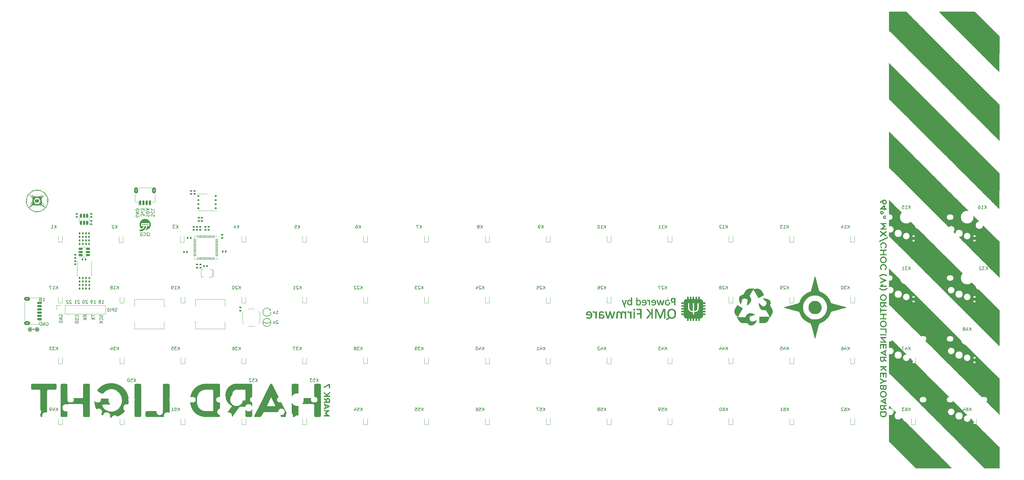
<source format=gbr>
%TF.GenerationSoftware,KiCad,Pcbnew,7.0.9*%
%TF.CreationDate,2024-03-08T04:18:56-05:00*%
%TF.ProjectId,HardLight,48617264-4c69-4676-9874-2e6b69636164,Mark 2 Rev F*%
%TF.SameCoordinates,Original*%
%TF.FileFunction,Legend,Bot*%
%TF.FilePolarity,Positive*%
%FSLAX46Y46*%
G04 Gerber Fmt 4.6, Leading zero omitted, Abs format (unit mm)*
G04 Created by KiCad (PCBNEW 7.0.9) date 2024-03-08 04:18:56*
%MOMM*%
%LPD*%
G01*
G04 APERTURE LIST*
G04 Aperture macros list*
%AMRoundRect*
0 Rectangle with rounded corners*
0 $1 Rounding radius*
0 $2 $3 $4 $5 $6 $7 $8 $9 X,Y pos of 4 corners*
0 Add a 4 corners polygon primitive as box body*
4,1,4,$2,$3,$4,$5,$6,$7,$8,$9,$2,$3,0*
0 Add four circle primitives for the rounded corners*
1,1,$1+$1,$2,$3*
1,1,$1+$1,$4,$5*
1,1,$1+$1,$6,$7*
1,1,$1+$1,$8,$9*
0 Add four rect primitives between the rounded corners*
20,1,$1+$1,$2,$3,$4,$5,0*
20,1,$1+$1,$4,$5,$6,$7,0*
20,1,$1+$1,$6,$7,$8,$9,0*
20,1,$1+$1,$8,$9,$2,$3,0*%
G04 Aperture macros list end*
%ADD10C,0.150000*%
%ADD11C,0.200000*%
%ADD12C,0.300000*%
%ADD13C,0.120000*%
%ADD14C,0.010000*%
%ADD15O,2.122000X1.701800*%
%ADD16C,3.987800*%
%ADD17C,2.286000*%
%ADD18C,2.032000*%
%ADD19C,3.200000*%
%ADD20RoundRect,0.147500X0.172500X-0.147500X0.172500X0.147500X-0.172500X0.147500X-0.172500X-0.147500X0*%
%ADD21RoundRect,0.147500X-0.172500X0.147500X-0.172500X-0.147500X0.172500X-0.147500X0.172500X0.147500X0*%
%ADD22RoundRect,0.147500X-0.147500X-0.172500X0.147500X-0.172500X0.147500X0.172500X-0.147500X0.172500X0*%
%ADD23RoundRect,0.050000X0.387500X0.050000X-0.387500X0.050000X-0.387500X-0.050000X0.387500X-0.050000X0*%
%ADD24RoundRect,0.050000X0.050000X0.387500X-0.050000X0.387500X-0.050000X-0.387500X0.050000X-0.387500X0*%
%ADD25R,3.050000X3.050000*%
%ADD26R,0.700000X0.600000*%
%ADD27RoundRect,0.147500X0.147500X0.172500X-0.147500X0.172500X-0.147500X-0.172500X0.147500X-0.172500X0*%
%ADD28C,0.650000*%
%ADD29R,0.600000X1.450000*%
%ADD30R,0.300000X1.450000*%
%ADD31O,1.000000X1.600000*%
%ADD32O,1.000000X2.100000*%
%ADD33R,2.000000X4.200000*%
%ADD34RoundRect,0.150000X-0.150000X-0.625000X0.150000X-0.625000X0.150000X0.625000X-0.150000X0.625000X0*%
%ADD35RoundRect,0.250000X-0.350000X-0.650000X0.350000X-0.650000X0.350000X0.650000X-0.350000X0.650000X0*%
%ADD36RoundRect,0.125000X0.250000X0.125000X-0.250000X0.125000X-0.250000X-0.125000X0.250000X-0.125000X0*%
%ADD37R,1.587400X4.300000*%
%ADD38R,3.700000X1.100000*%
%ADD39R,0.400000X1.900000*%
%ADD40RoundRect,0.150000X-0.512500X-0.150000X0.512500X-0.150000X0.512500X0.150000X-0.512500X0.150000X0*%
%ADD41RoundRect,0.150000X0.150000X-0.512500X0.150000X0.512500X-0.150000X0.512500X-0.150000X-0.512500X0*%
%ADD42R,1.100000X1.800000*%
%ADD43R,1.700000X1.700000*%
%ADD44O,1.700000X1.700000*%
%ADD45RoundRect,0.150000X0.625000X-0.150000X0.625000X0.150000X-0.625000X0.150000X-0.625000X-0.150000X0*%
%ADD46RoundRect,0.250000X0.650000X-0.350000X0.650000X0.350000X-0.650000X0.350000X-0.650000X-0.350000X0*%
G04 APERTURE END LIST*
D10*
X106711088Y-110137781D02*
G75*
G03*
X106845150Y-110705750I-1135888J-567919D01*
G01*
X106464150Y-110070750D02*
X106718150Y-109816750D01*
X106718150Y-109816750D02*
X106711073Y-110137789D01*
X105575150Y-114420500D02*
X106083150Y-113912500D01*
X104305150Y-113912500D02*
X105067150Y-113912500D01*
X105067150Y-113912500D02*
X105575150Y-114420500D01*
X106845150Y-113912500D02*
G75*
G03*
X106845150Y-113912500I-1270000J0D01*
G01*
X106083150Y-113912500D02*
X106845150Y-113912500D01*
X106711073Y-110137789D02*
X106464150Y-110070750D01*
D11*
G36*
X113329552Y-133598469D02*
G01*
X113329552Y-143040897D01*
X113339017Y-143144395D01*
X113367410Y-143239955D01*
X113414732Y-143327577D01*
X113480983Y-143407261D01*
X113559446Y-143472444D01*
X113645847Y-143519002D01*
X113740185Y-143546938D01*
X113842462Y-143556250D01*
X114941555Y-143556250D01*
X115043984Y-143546938D01*
X115138781Y-143519002D01*
X115225945Y-143472444D01*
X115305477Y-143407261D01*
X115370659Y-143328798D01*
X115417218Y-143242397D01*
X115445153Y-143148059D01*
X115454465Y-143045782D01*
X115454465Y-139846201D01*
X115466875Y-139749255D01*
X115508721Y-139656004D01*
X115559489Y-139594631D01*
X115643295Y-139532120D01*
X115740840Y-139498460D01*
X115813502Y-139492049D01*
X120019364Y-139492049D01*
X120117989Y-139504170D01*
X120213072Y-139545043D01*
X120275819Y-139594631D01*
X120338330Y-139678093D01*
X120371989Y-139774607D01*
X120378401Y-139846201D01*
X120378401Y-143045782D01*
X120387865Y-143148059D01*
X120416258Y-143242397D01*
X120463580Y-143328798D01*
X120529831Y-143407261D01*
X120608294Y-143472444D01*
X120694695Y-143519002D01*
X120789034Y-143546938D01*
X120891311Y-143556250D01*
X121990404Y-143556250D01*
X122092833Y-143546938D01*
X122187630Y-143519002D01*
X122274794Y-143472444D01*
X122354325Y-143407261D01*
X122419508Y-143327577D01*
X122466067Y-143239955D01*
X122494002Y-143144395D01*
X122503314Y-143040897D01*
X122503314Y-133598469D01*
X122494002Y-133495123D01*
X122466067Y-133400021D01*
X122419508Y-133313162D01*
X122354325Y-133234547D01*
X122274794Y-133168296D01*
X122187630Y-133120974D01*
X122092833Y-133092581D01*
X121990404Y-133083116D01*
X120891311Y-133083116D01*
X120789034Y-133092581D01*
X120694695Y-133120974D01*
X120608294Y-133168296D01*
X120529831Y-133234547D01*
X120463580Y-133314536D01*
X120416258Y-133403074D01*
X120387865Y-133500161D01*
X120378401Y-133605796D01*
X120378401Y-137249899D01*
X120366279Y-137351305D01*
X120325407Y-137448106D01*
X120275819Y-137511239D01*
X120198131Y-137571033D01*
X120100873Y-137607956D01*
X120019364Y-137616263D01*
X115813502Y-137616263D01*
X115715166Y-137603853D01*
X115621056Y-137562008D01*
X115559489Y-137511239D01*
X115499695Y-137432974D01*
X115462773Y-137333769D01*
X115454465Y-137249899D01*
X115454465Y-133605796D01*
X115445153Y-133500161D01*
X115417218Y-133403074D01*
X115370659Y-133314536D01*
X115305477Y-133234547D01*
X115225945Y-133168296D01*
X115138781Y-133120974D01*
X115043984Y-133092581D01*
X114941555Y-133083116D01*
X113842462Y-133083116D01*
X113740185Y-133092581D01*
X113645847Y-133120974D01*
X113559446Y-133168296D01*
X113480983Y-133234547D01*
X113414732Y-133313162D01*
X113367410Y-133400021D01*
X113339017Y-133495123D01*
X113329552Y-133598469D01*
G37*
G36*
X106926478Y-133103486D02*
G01*
X107023750Y-133119464D01*
X107118318Y-133162626D01*
X107195178Y-133232350D01*
X107247905Y-133315147D01*
X112130320Y-143062879D01*
X112145304Y-143099108D01*
X112172223Y-143202899D01*
X112170410Y-143309612D01*
X112135205Y-143407261D01*
X112104972Y-143450183D01*
X112023399Y-143514201D01*
X111925919Y-143546938D01*
X111820131Y-143556250D01*
X110540299Y-143556250D01*
X110438480Y-143548770D01*
X110338188Y-143526330D01*
X110239422Y-143488930D01*
X110142183Y-143436571D01*
X110050745Y-143372762D01*
X109971824Y-143301016D01*
X109905420Y-143221331D01*
X109851534Y-143133709D01*
X109441206Y-142330150D01*
X109428877Y-142303560D01*
X109375067Y-142221128D01*
X109301699Y-142148237D01*
X109218945Y-142090792D01*
X109188284Y-142073333D01*
X109096557Y-142031258D01*
X108995091Y-142002636D01*
X108894102Y-141993095D01*
X104898289Y-141993095D01*
X104868107Y-141993954D01*
X104768120Y-142009219D01*
X104669087Y-142043566D01*
X104580773Y-142090792D01*
X104561263Y-142103129D01*
X104481729Y-142161711D01*
X104409219Y-142232694D01*
X104348743Y-142317938D01*
X103928645Y-143131267D01*
X103923488Y-143142656D01*
X103873647Y-143229477D01*
X103808541Y-143308665D01*
X103728170Y-143380221D01*
X103645323Y-143436571D01*
X103632651Y-143443934D01*
X103543810Y-143488930D01*
X103441991Y-143526330D01*
X103339867Y-143548770D01*
X103237438Y-143556250D01*
X101957605Y-143556250D01*
X101902460Y-143553883D01*
X101805679Y-143534955D01*
X101710033Y-143484675D01*
X101642532Y-143404819D01*
X101620529Y-143356483D01*
X101604786Y-143253729D01*
X101622840Y-143154317D01*
X101664514Y-143060437D01*
X103227666Y-139938827D01*
X105658285Y-139938827D01*
X105677424Y-140036710D01*
X105754274Y-140101883D01*
X105855721Y-140117310D01*
X107936670Y-140117310D01*
X108041189Y-140102818D01*
X108124737Y-140041595D01*
X108130442Y-140031625D01*
X108146581Y-139930701D01*
X108119852Y-139833989D01*
X107008547Y-137511239D01*
X106975536Y-137446839D01*
X106896196Y-137389118D01*
X106834076Y-137423584D01*
X106783844Y-137511239D01*
X105687194Y-139836431D01*
X105683931Y-139843725D01*
X105658285Y-139938827D01*
X103227666Y-139938827D01*
X106544486Y-133315147D01*
X106551188Y-133302074D01*
X106614768Y-133212429D01*
X106696055Y-133149346D01*
X106795049Y-133112824D01*
X106896196Y-133102656D01*
X106926478Y-133103486D01*
G37*
G36*
X100593204Y-133092581D02*
G01*
X100688764Y-133120974D01*
X100776386Y-133168296D01*
X100856070Y-133234547D01*
X100921252Y-133313162D01*
X100967811Y-133400021D01*
X100995746Y-133495123D01*
X101005058Y-133598469D01*
X101005058Y-143040897D01*
X100995746Y-143144395D01*
X100967811Y-143239955D01*
X100921252Y-143327577D01*
X100856070Y-143407261D01*
X100776538Y-143472444D01*
X100689374Y-143519002D01*
X100594578Y-143546938D01*
X100492148Y-143556250D01*
X99380843Y-143556250D01*
X99289364Y-143549120D01*
X99193690Y-143523513D01*
X99097369Y-143472444D01*
X99021806Y-143407261D01*
X98959830Y-143327577D01*
X98915561Y-143239955D01*
X98888999Y-143144395D01*
X98880145Y-143040897D01*
X98880145Y-140632663D01*
X98873734Y-140560000D01*
X98840074Y-140462456D01*
X98777563Y-140378650D01*
X98714816Y-140327881D01*
X98619733Y-140286036D01*
X98521108Y-140273626D01*
X97439113Y-140273626D01*
X97397935Y-140275038D01*
X97292653Y-140290923D01*
X97195044Y-140320311D01*
X97094730Y-140363995D01*
X97040157Y-140393429D01*
X96951543Y-140452419D01*
X96875293Y-140519137D01*
X96811408Y-140593584D01*
X95883286Y-141905168D01*
X95823561Y-141985692D01*
X95764065Y-142066063D01*
X95704798Y-142146281D01*
X95645759Y-142226347D01*
X95586950Y-142306260D01*
X95528370Y-142386021D01*
X95470019Y-142465629D01*
X95411897Y-142545084D01*
X95353737Y-142624616D01*
X95295271Y-142704453D01*
X95236500Y-142784595D01*
X95177424Y-142865042D01*
X95118042Y-142945795D01*
X95058355Y-143026853D01*
X94998363Y-143108217D01*
X94938066Y-143189885D01*
X94930345Y-143199307D01*
X94862224Y-143271587D01*
X94782807Y-143338372D01*
X94692094Y-143399662D01*
X94603453Y-143448783D01*
X94590182Y-143455394D01*
X94497818Y-143495799D01*
X94393404Y-143529383D01*
X94290212Y-143549533D01*
X94188240Y-143556250D01*
X92766747Y-143556250D01*
X92696944Y-143551360D01*
X92592638Y-143517915D01*
X92515766Y-143452785D01*
X92466328Y-143355970D01*
X92445873Y-143255678D01*
X92450452Y-143157523D01*
X92480067Y-143061505D01*
X92534716Y-142967624D01*
X92598076Y-142879697D01*
X92661150Y-142792380D01*
X92723938Y-142705674D01*
X92786439Y-142619578D01*
X92848654Y-142534093D01*
X92910583Y-142449219D01*
X92972226Y-142364955D01*
X93033582Y-142281302D01*
X93094652Y-142198259D01*
X93155436Y-142115827D01*
X93215934Y-142034006D01*
X93276146Y-141952795D01*
X93336071Y-141872195D01*
X93395710Y-141792206D01*
X93455063Y-141712827D01*
X93514130Y-141634058D01*
X93573254Y-141555300D01*
X93632779Y-141475949D01*
X93692704Y-141396007D01*
X93753030Y-141315474D01*
X93813757Y-141234349D01*
X93874884Y-141152633D01*
X93936413Y-141070325D01*
X93998341Y-140987425D01*
X94060671Y-140903934D01*
X94123401Y-140819852D01*
X94186532Y-140735178D01*
X94250064Y-140649912D01*
X94313997Y-140564055D01*
X94378330Y-140477607D01*
X94443064Y-140390566D01*
X94508198Y-140302935D01*
X94532754Y-140267825D01*
X94569250Y-140176539D01*
X94564374Y-140078231D01*
X94548374Y-140037559D01*
X94486331Y-139954011D01*
X94405616Y-139895049D01*
X94314789Y-139843548D01*
X94226098Y-139789796D01*
X94139544Y-139733792D01*
X94055128Y-139675536D01*
X93972849Y-139615029D01*
X93892706Y-139552270D01*
X93814701Y-139487259D01*
X93738833Y-139419997D01*
X93665103Y-139350483D01*
X93593509Y-139278718D01*
X93524052Y-139204701D01*
X93456733Y-139128432D01*
X93391551Y-139049912D01*
X93328505Y-138969140D01*
X93267597Y-138886116D01*
X93208826Y-138800841D01*
X93137548Y-138691361D01*
X93070867Y-138579076D01*
X93008786Y-138463986D01*
X92951303Y-138346092D01*
X92898419Y-138225392D01*
X92850133Y-138101887D01*
X92806446Y-137975577D01*
X92767358Y-137846462D01*
X92732868Y-137714543D01*
X92702977Y-137579818D01*
X92677684Y-137442288D01*
X92656990Y-137301953D01*
X92640895Y-137158814D01*
X92629398Y-137012869D01*
X92622501Y-136864120D01*
X92620238Y-136715007D01*
X94745114Y-136715007D01*
X94747213Y-136825909D01*
X94753510Y-136931468D01*
X94764005Y-137031683D01*
X94783026Y-137149440D01*
X94808608Y-137258848D01*
X94840748Y-137359909D01*
X94879448Y-137452621D01*
X94917496Y-137530817D01*
X94967311Y-137623517D01*
X95019630Y-137710612D01*
X95085718Y-137807727D01*
X95155413Y-137896771D01*
X95228715Y-137977743D01*
X95254112Y-138002425D01*
X95334655Y-138072234D01*
X95421724Y-138135690D01*
X95515319Y-138192791D01*
X95615439Y-138243538D01*
X95722085Y-138287931D01*
X95826700Y-138325283D01*
X95928051Y-138354907D01*
X96026139Y-138376803D01*
X96136451Y-138392581D01*
X96242323Y-138397841D01*
X98521108Y-138397841D01*
X98602617Y-138389533D01*
X98699876Y-138352610D01*
X98777563Y-138292816D01*
X98827151Y-138228695D01*
X98868024Y-138131780D01*
X98880145Y-138031476D01*
X98880145Y-135325266D01*
X98873734Y-135251382D01*
X98840074Y-135152006D01*
X98777563Y-135066368D01*
X98714816Y-135014419D01*
X98619733Y-134971600D01*
X98521108Y-134958901D01*
X96242323Y-134958901D01*
X96212272Y-134959085D01*
X96095550Y-134963493D01*
X95984401Y-134973778D01*
X95878823Y-134989940D01*
X95778817Y-135011979D01*
X95661645Y-135047792D01*
X95553179Y-135092789D01*
X95453418Y-135146968D01*
X95435379Y-135158949D01*
X95348976Y-135221071D01*
X95268893Y-135286890D01*
X95195131Y-135356407D01*
X95127690Y-135429620D01*
X95066570Y-135506530D01*
X95001569Y-135603702D01*
X94961546Y-135690141D01*
X94920275Y-135787428D01*
X94881890Y-135887024D01*
X94850692Y-135979092D01*
X94821883Y-136081469D01*
X94798847Y-136185000D01*
X94780586Y-136288470D01*
X94766104Y-136390050D01*
X94755399Y-136489741D01*
X94747685Y-136603660D01*
X94745114Y-136715007D01*
X92620238Y-136715007D01*
X92620201Y-136712565D01*
X92621213Y-136614400D01*
X92626522Y-136468835D01*
X92636382Y-136325287D01*
X92650794Y-136183758D01*
X92669756Y-136044246D01*
X92693269Y-135906752D01*
X92721333Y-135771276D01*
X92753948Y-135637818D01*
X92791114Y-135506377D01*
X92832831Y-135376955D01*
X92879099Y-135249550D01*
X92895213Y-135207905D01*
X92937586Y-135105378D01*
X92982940Y-135005117D01*
X93031276Y-134907121D01*
X93082593Y-134811392D01*
X93136892Y-134717929D01*
X93194172Y-134626731D01*
X93217909Y-134590867D01*
X93279256Y-134502627D01*
X93343465Y-134416415D01*
X93410537Y-134332230D01*
X93480470Y-134250072D01*
X93553266Y-134169942D01*
X93628924Y-134091839D01*
X93688888Y-134034814D01*
X93781588Y-133951817D01*
X93877594Y-133871868D01*
X93976906Y-133794967D01*
X94079524Y-133721115D01*
X94185447Y-133650311D01*
X94294677Y-133582555D01*
X94407212Y-133517847D01*
X94523053Y-133456188D01*
X94642200Y-133397576D01*
X94764653Y-133342014D01*
X94849709Y-133310663D01*
X94979117Y-133267429D01*
X95110715Y-133228746D01*
X95244502Y-133194614D01*
X95380479Y-133165033D01*
X95518646Y-133140003D01*
X95659002Y-133119524D01*
X95801548Y-133103595D01*
X95946283Y-133092218D01*
X96043990Y-133087161D01*
X96142670Y-133084128D01*
X96242323Y-133083116D01*
X100489706Y-133083116D01*
X100593204Y-133092581D01*
G37*
G36*
X90523264Y-133090362D02*
G01*
X90618939Y-133116390D01*
X90715260Y-133168296D01*
X90790822Y-133234547D01*
X90846020Y-133302885D01*
X90897068Y-133400021D01*
X90923629Y-133495123D01*
X90932483Y-133598469D01*
X90932483Y-143040897D01*
X90923629Y-143144395D01*
X90897068Y-143239955D01*
X90852799Y-143327577D01*
X90790822Y-143407261D01*
X90725223Y-143465314D01*
X90630233Y-143519002D01*
X90535741Y-143546938D01*
X90431785Y-143556250D01*
X86802337Y-143556250D01*
X86665856Y-143554962D01*
X86530578Y-143551098D01*
X86396502Y-143544658D01*
X86263628Y-143535642D01*
X86131957Y-143524050D01*
X86001487Y-143509882D01*
X85872220Y-143493138D01*
X85744154Y-143473818D01*
X85617291Y-143451922D01*
X85491630Y-143427450D01*
X85367171Y-143400402D01*
X85243915Y-143370778D01*
X85121860Y-143338578D01*
X85001007Y-143303802D01*
X84881357Y-143266450D01*
X84762909Y-143226522D01*
X84649450Y-143185802D01*
X84537442Y-143142411D01*
X84426884Y-143096348D01*
X84317776Y-143047614D01*
X84210119Y-142996208D01*
X84103911Y-142942131D01*
X83999154Y-142885383D01*
X83895847Y-142825963D01*
X83793990Y-142763872D01*
X83693583Y-142699110D01*
X83594627Y-142631676D01*
X83497120Y-142561571D01*
X83401064Y-142488794D01*
X83306458Y-142413346D01*
X83213302Y-142335226D01*
X83121597Y-142254435D01*
X83024606Y-142163331D01*
X82930858Y-142070146D01*
X82840355Y-141974882D01*
X82753095Y-141877538D01*
X82669080Y-141778114D01*
X82588308Y-141676610D01*
X82510780Y-141573026D01*
X82436496Y-141467363D01*
X82365455Y-141359619D01*
X82297659Y-141249796D01*
X82233106Y-141137892D01*
X82171797Y-141023909D01*
X82113733Y-140907846D01*
X82058912Y-140789703D01*
X82007334Y-140669480D01*
X81959001Y-140547178D01*
X81934653Y-140484400D01*
X81899562Y-140389517D01*
X81866189Y-140293776D01*
X81834532Y-140197176D01*
X81804594Y-140099717D01*
X81776372Y-140001400D01*
X81749868Y-139902224D01*
X81725081Y-139802189D01*
X81702012Y-139701296D01*
X81680659Y-139599544D01*
X81661025Y-139496933D01*
X81648898Y-139427935D01*
X81632176Y-139323292D01*
X81617214Y-139217275D01*
X81604012Y-139109885D01*
X81592570Y-139001120D01*
X81582888Y-138890982D01*
X81574967Y-138779470D01*
X81568806Y-138666584D01*
X81564406Y-138552324D01*
X81561765Y-138436690D01*
X81560885Y-138319683D01*
X83688240Y-138319683D01*
X83688522Y-138386878D01*
X83690773Y-138518693D01*
X83695277Y-138647073D01*
X83702031Y-138772019D01*
X83711038Y-138893530D01*
X83722296Y-139011606D01*
X83735806Y-139126247D01*
X83751567Y-139237454D01*
X83769580Y-139345226D01*
X83789844Y-139449564D01*
X83812360Y-139550466D01*
X83837128Y-139647935D01*
X83878502Y-139787697D01*
X83924941Y-139919731D01*
X83976447Y-140044037D01*
X84014820Y-140126126D01*
X84074311Y-140244536D01*
X84136121Y-140357279D01*
X84200249Y-140464354D01*
X84266695Y-140565763D01*
X84335460Y-140661504D01*
X84406543Y-140751578D01*
X84479945Y-140835985D01*
X84555665Y-140914725D01*
X84633703Y-140987797D01*
X84714060Y-141055203D01*
X84770847Y-141101227D01*
X84857171Y-141166543D01*
X84944870Y-141227394D01*
X85033942Y-141283780D01*
X85124388Y-141335700D01*
X85216208Y-141383156D01*
X85309402Y-141426147D01*
X85403970Y-141464672D01*
X85499912Y-141498732D01*
X85597227Y-141528328D01*
X85695916Y-141553458D01*
X85766880Y-141568838D01*
X85872682Y-141590047D01*
X85977712Y-141609023D01*
X86081968Y-141625767D01*
X86185452Y-141640279D01*
X86288162Y-141652558D01*
X86390100Y-141662604D01*
X86491266Y-141670418D01*
X86591658Y-141675999D01*
X86691278Y-141679348D01*
X86790124Y-141680464D01*
X88463188Y-141680464D01*
X88534476Y-141673900D01*
X88629388Y-141639439D01*
X88709873Y-141575440D01*
X88757100Y-141512500D01*
X88796026Y-141416558D01*
X88807570Y-141316543D01*
X88807570Y-135322823D01*
X88801464Y-135248940D01*
X88769407Y-135149563D01*
X88709873Y-135063926D01*
X88657819Y-135017978D01*
X88567716Y-134973670D01*
X88463188Y-134958901D01*
X86790124Y-134958901D01*
X86758161Y-134959025D01*
X86629113Y-134962002D01*
X86531074Y-134966839D01*
X86431963Y-134973909D01*
X86331778Y-134983211D01*
X86230520Y-134994746D01*
X86128188Y-135008513D01*
X86024783Y-135024513D01*
X85920305Y-135042745D01*
X85814754Y-135063210D01*
X85708129Y-135085908D01*
X85640418Y-135102394D01*
X85540247Y-135130558D01*
X85441751Y-135162844D01*
X85344929Y-135199252D01*
X85249782Y-135239781D01*
X85156309Y-135284431D01*
X85064511Y-135333203D01*
X84974386Y-135386097D01*
X84885937Y-135443113D01*
X84799161Y-135504250D01*
X84714060Y-135569508D01*
X84660231Y-135613825D01*
X84581420Y-135685059D01*
X84504927Y-135762002D01*
X84430753Y-135844656D01*
X84358897Y-135933020D01*
X84289359Y-136027094D01*
X84222140Y-136126878D01*
X84157239Y-136232373D01*
X84094657Y-136343577D01*
X84034392Y-136460492D01*
X83976447Y-136583116D01*
X83924941Y-136712095D01*
X83878502Y-136848072D01*
X83850356Y-136942611D01*
X83824463Y-137040261D01*
X83800821Y-137141020D01*
X83779431Y-137244890D01*
X83760292Y-137351871D01*
X83743405Y-137461961D01*
X83728769Y-137575162D01*
X83716385Y-137691473D01*
X83706253Y-137810894D01*
X83698373Y-137933426D01*
X83692744Y-138059068D01*
X83689366Y-138187820D01*
X83688240Y-138319683D01*
X81560885Y-138319683D01*
X81562440Y-138172164D01*
X81567106Y-138025752D01*
X81574881Y-137880446D01*
X81585767Y-137736248D01*
X81599764Y-137593156D01*
X81616870Y-137451171D01*
X81637087Y-137310292D01*
X81660414Y-137170520D01*
X81686851Y-137031855D01*
X81716399Y-136894297D01*
X81749057Y-136757845D01*
X81784825Y-136622500D01*
X81823704Y-136488262D01*
X81865693Y-136355131D01*
X81910792Y-136223106D01*
X81959001Y-136092188D01*
X82009042Y-135971088D01*
X82062079Y-135852029D01*
X82118112Y-135735012D01*
X82177140Y-135620036D01*
X82239165Y-135507102D01*
X82304185Y-135396210D01*
X82372201Y-135287360D01*
X82443212Y-135180552D01*
X82517220Y-135075785D01*
X82594223Y-134973060D01*
X82674222Y-134872376D01*
X82757217Y-134773735D01*
X82843208Y-134677135D01*
X82932194Y-134582576D01*
X83024176Y-134490060D01*
X83119154Y-134399585D01*
X83210297Y-134318591D01*
X83302985Y-134240169D01*
X83397219Y-134164318D01*
X83492999Y-134091038D01*
X83590324Y-134020329D01*
X83689194Y-133952191D01*
X83789611Y-133886625D01*
X83891572Y-133823630D01*
X83995080Y-133763206D01*
X84100133Y-133705353D01*
X84206732Y-133650072D01*
X84314876Y-133597362D01*
X84424566Y-133547223D01*
X84535801Y-133499655D01*
X84648582Y-133454659D01*
X84762909Y-133412233D01*
X84878781Y-133372379D01*
X84996199Y-133335097D01*
X85115162Y-133300385D01*
X85235671Y-133268245D01*
X85357726Y-133238676D01*
X85481326Y-133211678D01*
X85606472Y-133187251D01*
X85733164Y-133165396D01*
X85861401Y-133146111D01*
X85991183Y-133129398D01*
X86122511Y-133115257D01*
X86255385Y-133103686D01*
X86389805Y-133094687D01*
X86525770Y-133088259D01*
X86663280Y-133084402D01*
X86802337Y-133083116D01*
X90431785Y-133083116D01*
X90523264Y-133090362D01*
G37*
G36*
X67575540Y-142188490D02*
G01*
X67575540Y-143048224D01*
X67584851Y-143150501D01*
X67612787Y-143244840D01*
X67659345Y-143331241D01*
X67724528Y-143409704D01*
X67803143Y-143473818D01*
X67890002Y-143519613D01*
X67985104Y-143547090D01*
X68088450Y-143556250D01*
X74631715Y-143556250D01*
X74734145Y-143546938D01*
X74828942Y-143519002D01*
X74916106Y-143472444D01*
X74995637Y-143407261D01*
X75060820Y-143327577D01*
X75107378Y-143239955D01*
X75135314Y-143144395D01*
X75144625Y-143040897D01*
X75144625Y-133598469D01*
X75135314Y-133495123D01*
X75107378Y-133400021D01*
X75060820Y-133313162D01*
X74995637Y-133234547D01*
X74916106Y-133168296D01*
X74828942Y-133120974D01*
X74734145Y-133092581D01*
X74631715Y-133083116D01*
X73532623Y-133083116D01*
X73430346Y-133092581D01*
X73336007Y-133120974D01*
X73249606Y-133168296D01*
X73171143Y-133234547D01*
X73104892Y-133313162D01*
X73057570Y-133400021D01*
X73029177Y-133495123D01*
X73019713Y-133598469D01*
X73019713Y-141321427D01*
X73007591Y-141420052D01*
X72966719Y-141515135D01*
X72917131Y-141577882D01*
X72831837Y-141640393D01*
X72733491Y-141674053D01*
X72660676Y-141680464D01*
X68088450Y-141680464D01*
X67985104Y-141689776D01*
X67890002Y-141717711D01*
X67803143Y-141764270D01*
X67724528Y-141829453D01*
X67659345Y-141906847D01*
X67608276Y-142003769D01*
X67582669Y-142098680D01*
X67575540Y-142188490D01*
G37*
G36*
X64644625Y-143556250D02*
G01*
X65755930Y-143556250D01*
X65859886Y-143546938D01*
X65954378Y-143519002D01*
X66049368Y-143465314D01*
X66114967Y-143407261D01*
X66176944Y-143327577D01*
X66221213Y-143239955D01*
X66247774Y-143144395D01*
X66256628Y-143040897D01*
X66256628Y-133598469D01*
X66247774Y-133495123D01*
X66221213Y-133400021D01*
X66170165Y-133302885D01*
X66114967Y-133234547D01*
X66039405Y-133168296D01*
X65943084Y-133116390D01*
X65847409Y-133090362D01*
X65755930Y-133083116D01*
X64644625Y-133083116D01*
X64542349Y-133092581D01*
X64448010Y-133120974D01*
X64361609Y-133168296D01*
X64283146Y-133234547D01*
X64216895Y-133313162D01*
X64169573Y-133400021D01*
X64141180Y-133495123D01*
X64131715Y-133598469D01*
X64131715Y-143040897D01*
X64141180Y-143144395D01*
X64169573Y-143239955D01*
X64216895Y-143327577D01*
X64283146Y-143407261D01*
X64361609Y-143472444D01*
X64448010Y-143519002D01*
X64542349Y-143546938D01*
X64644625Y-143556250D01*
G37*
G36*
X51621597Y-138285489D02*
G01*
X51626835Y-138390990D01*
X51631557Y-138496835D01*
X51635765Y-138603024D01*
X51639457Y-138709556D01*
X51642634Y-138816431D01*
X51643579Y-138852132D01*
X51645754Y-138950793D01*
X51649723Y-139055894D01*
X51657966Y-139156873D01*
X51663118Y-139181860D01*
X51675492Y-139305699D01*
X51690634Y-139428087D01*
X51708542Y-139549026D01*
X51729216Y-139668514D01*
X51752658Y-139786552D01*
X51778866Y-139903140D01*
X51807842Y-140018277D01*
X51839584Y-140131965D01*
X51874092Y-140244202D01*
X51911368Y-140354989D01*
X51951411Y-140464326D01*
X51994220Y-140572213D01*
X52039796Y-140678649D01*
X52088139Y-140783635D01*
X52139249Y-140887171D01*
X52193125Y-140989257D01*
X52251457Y-141093022D01*
X52311659Y-141194879D01*
X52373731Y-141294828D01*
X52437673Y-141392868D01*
X52503485Y-141489001D01*
X52571167Y-141583225D01*
X52640719Y-141675541D01*
X52712141Y-141765949D01*
X52785433Y-141854449D01*
X52860595Y-141941041D01*
X52937627Y-142025725D01*
X53016529Y-142108500D01*
X53097301Y-142189367D01*
X53179943Y-142268326D01*
X53264454Y-142345377D01*
X53350836Y-142420520D01*
X53439050Y-142495797D01*
X53529057Y-142568974D01*
X53620858Y-142640053D01*
X53714453Y-142709032D01*
X53809841Y-142775913D01*
X53907023Y-142840694D01*
X54005999Y-142903377D01*
X54106768Y-142963961D01*
X54209331Y-143022445D01*
X54313687Y-143078831D01*
X54419838Y-143133118D01*
X54527781Y-143185306D01*
X54637519Y-143235395D01*
X54749050Y-143283384D01*
X54862375Y-143329275D01*
X54977494Y-143373067D01*
X55093843Y-143414178D01*
X55210860Y-143452637D01*
X55328545Y-143488443D01*
X55446898Y-143521598D01*
X55565918Y-143552099D01*
X55685607Y-143579949D01*
X55805963Y-143605146D01*
X55926988Y-143627691D01*
X56048680Y-143647583D01*
X56171040Y-143664823D01*
X56294067Y-143679411D01*
X56417763Y-143691346D01*
X56542127Y-143700629D01*
X56667158Y-143707260D01*
X56792857Y-143711239D01*
X56919224Y-143712565D01*
X57058233Y-143710895D01*
X57196211Y-143705886D01*
X57333159Y-143697538D01*
X57469076Y-143685851D01*
X57603963Y-143670824D01*
X57737819Y-143652458D01*
X57870646Y-143630753D01*
X58002441Y-143605709D01*
X58133207Y-143577325D01*
X58262942Y-143545602D01*
X58391646Y-143510540D01*
X58519320Y-143472138D01*
X58645964Y-143430398D01*
X58771577Y-143385318D01*
X58896160Y-143336898D01*
X59019713Y-143285140D01*
X59141519Y-143230796D01*
X59261475Y-143174009D01*
X59379580Y-143114781D01*
X59495834Y-143053109D01*
X59610237Y-142988995D01*
X59722789Y-142922439D01*
X59833490Y-142853441D01*
X59942340Y-142782000D01*
X60049339Y-142708116D01*
X60154488Y-142631790D01*
X60257785Y-142553022D01*
X60359232Y-142471811D01*
X60458828Y-142388158D01*
X60556573Y-142302062D01*
X60652467Y-142213524D01*
X60746510Y-142122544D01*
X60839513Y-142027442D01*
X60929844Y-141930813D01*
X61017505Y-141832658D01*
X61102494Y-141732977D01*
X61184811Y-141631769D01*
X61264457Y-141529034D01*
X61341432Y-141424773D01*
X61415735Y-141318985D01*
X61487367Y-141211671D01*
X61556327Y-141102830D01*
X61622616Y-140992463D01*
X61686234Y-140880569D01*
X61747180Y-140767149D01*
X61805455Y-140652202D01*
X61861058Y-140535729D01*
X61913990Y-140417729D01*
X61966045Y-140294501D01*
X62014741Y-140170280D01*
X62060078Y-140045068D01*
X62102057Y-139918863D01*
X62140678Y-139791666D01*
X62175941Y-139663476D01*
X62207845Y-139534295D01*
X62236391Y-139404121D01*
X62261579Y-139272955D01*
X62283408Y-139140797D01*
X62301879Y-139007646D01*
X62316991Y-138873504D01*
X62328745Y-138738369D01*
X62337141Y-138602241D01*
X62342179Y-138465122D01*
X62343858Y-138327010D01*
X62342179Y-138190272D01*
X62337141Y-138054221D01*
X62328745Y-137918857D01*
X62316991Y-137784180D01*
X62301879Y-137650190D01*
X62283408Y-137516887D01*
X62261579Y-137384271D01*
X62236391Y-137252342D01*
X62207845Y-137121099D01*
X62175941Y-136990544D01*
X62140678Y-136860675D01*
X62102057Y-136731494D01*
X62060078Y-136602999D01*
X62014741Y-136475191D01*
X61966045Y-136348071D01*
X61913990Y-136221637D01*
X61873440Y-136129294D01*
X61831473Y-136038197D01*
X61788089Y-135948345D01*
X61743288Y-135859738D01*
X61697070Y-135772375D01*
X61649435Y-135686258D01*
X61600384Y-135601386D01*
X61532778Y-135490160D01*
X61462654Y-135381148D01*
X61408408Y-135300841D01*
X61333876Y-135194863D01*
X61256825Y-135090640D01*
X61177255Y-134988172D01*
X61095166Y-134887460D01*
X61010559Y-134788504D01*
X60945451Y-134715438D01*
X60878926Y-134643361D01*
X60810984Y-134572270D01*
X60741625Y-134502167D01*
X60646456Y-134412961D01*
X60549627Y-134326083D01*
X60451138Y-134241533D01*
X60350989Y-134159311D01*
X60249180Y-134079417D01*
X60145710Y-134001851D01*
X60040581Y-133926613D01*
X59933792Y-133853702D01*
X59825342Y-133783120D01*
X59715232Y-133714866D01*
X59603463Y-133648939D01*
X59490033Y-133585341D01*
X59374943Y-133524070D01*
X59258193Y-133465127D01*
X59139783Y-133408513D01*
X59019713Y-133354226D01*
X58895874Y-133302467D01*
X58771043Y-133254048D01*
X58645220Y-133208968D01*
X58518404Y-133167227D01*
X58390597Y-133128826D01*
X58261797Y-133093764D01*
X58132004Y-133062041D01*
X58001220Y-133033657D01*
X57869443Y-133008613D01*
X57736675Y-132986907D01*
X57602913Y-132968542D01*
X57468160Y-132953515D01*
X57332414Y-132941827D01*
X57195677Y-132933479D01*
X57057947Y-132928470D01*
X56919224Y-132926801D01*
X56741919Y-132929196D01*
X56566599Y-132936380D01*
X56393263Y-132948353D01*
X56221911Y-132965116D01*
X56052544Y-132986669D01*
X55885161Y-133013011D01*
X55719763Y-133044142D01*
X55556349Y-133080063D01*
X55394920Y-133120773D01*
X55235475Y-133166273D01*
X55078015Y-133216562D01*
X54922539Y-133271641D01*
X54769048Y-133331509D01*
X54617541Y-133396167D01*
X54468018Y-133465614D01*
X54320480Y-133539850D01*
X54198721Y-133604250D01*
X54079519Y-133671055D01*
X53962874Y-133740263D01*
X53848786Y-133811876D01*
X53737255Y-133885893D01*
X53628281Y-133962314D01*
X53521863Y-134041140D01*
X53418003Y-134122370D01*
X53316699Y-134206004D01*
X53217953Y-134292042D01*
X53121763Y-134380485D01*
X53028130Y-134471331D01*
X52937054Y-134564583D01*
X52848536Y-134660238D01*
X52762574Y-134758298D01*
X52679168Y-134858762D01*
X52622993Y-134946231D01*
X52586070Y-135049378D01*
X52576968Y-135157549D01*
X52586356Y-135232453D01*
X52615971Y-135328319D01*
X52670453Y-135423029D01*
X52737696Y-135495539D01*
X52811060Y-135549969D01*
X53768491Y-136128825D01*
X53860235Y-136175994D01*
X53954727Y-136202708D01*
X54064314Y-136208311D01*
X54151953Y-136194770D01*
X54249650Y-136164392D01*
X54340020Y-136122108D01*
X54423062Y-136067916D01*
X54498778Y-136001818D01*
X54573482Y-135919501D01*
X54649216Y-135839244D01*
X54725981Y-135761048D01*
X54803776Y-135684913D01*
X54882601Y-135610839D01*
X54909106Y-135586605D01*
X54990507Y-135515794D01*
X55075343Y-135448074D01*
X55163614Y-135383445D01*
X55255320Y-135321907D01*
X55350460Y-135263461D01*
X55382937Y-135244665D01*
X55474232Y-135191132D01*
X55566157Y-135141053D01*
X55658712Y-135094427D01*
X55751896Y-135051256D01*
X55845710Y-135011538D01*
X55940154Y-134975273D01*
X56035227Y-134942463D01*
X56130930Y-134913106D01*
X56227263Y-134887203D01*
X56324226Y-134864753D01*
X56421818Y-134845758D01*
X56520040Y-134830216D01*
X56618891Y-134818128D01*
X56718373Y-134809493D01*
X56818484Y-134804313D01*
X56919224Y-134802586D01*
X57042049Y-134805055D01*
X57164144Y-134812461D01*
X57285510Y-134824804D01*
X57406145Y-134842085D01*
X57526051Y-134864302D01*
X57645227Y-134891458D01*
X57763672Y-134923550D01*
X57881388Y-134960580D01*
X57998375Y-135002548D01*
X58114631Y-135049452D01*
X58191729Y-135083465D01*
X58308408Y-135142978D01*
X58421222Y-135205195D01*
X58530173Y-135270118D01*
X58635259Y-135337745D01*
X58736482Y-135408077D01*
X58833840Y-135481113D01*
X58927335Y-135556855D01*
X59016965Y-135635301D01*
X59102731Y-135716452D01*
X59184634Y-135800308D01*
X59237089Y-135857715D01*
X59318956Y-135949721D01*
X59397860Y-136044389D01*
X59473802Y-136141719D01*
X59546781Y-136241711D01*
X59616798Y-136344364D01*
X59683853Y-136449679D01*
X59747945Y-136557657D01*
X59809075Y-136668296D01*
X59867243Y-136781597D01*
X59922448Y-136897560D01*
X59957605Y-136976347D01*
X60003873Y-137096060D01*
X60045590Y-137217060D01*
X60082756Y-137339348D01*
X60115371Y-137462925D01*
X60143435Y-137587789D01*
X60166948Y-137713942D01*
X60185910Y-137841382D01*
X60200322Y-137970110D01*
X60210182Y-138100127D01*
X60215491Y-138231431D01*
X60216503Y-138319683D01*
X60214227Y-138453900D01*
X60207401Y-138586356D01*
X60196023Y-138717052D01*
X60180095Y-138845988D01*
X60159616Y-138973164D01*
X60134586Y-139098579D01*
X60105005Y-139222234D01*
X60070873Y-139344129D01*
X60032190Y-139464264D01*
X59988956Y-139582638D01*
X59957605Y-139660576D01*
X59903960Y-139778750D01*
X59847438Y-139894219D01*
X59788040Y-140006984D01*
X59725765Y-140117043D01*
X59660614Y-140224398D01*
X59592586Y-140329048D01*
X59521682Y-140430993D01*
X59447901Y-140530233D01*
X59371244Y-140626769D01*
X59291710Y-140720600D01*
X59237089Y-140781651D01*
X59156124Y-140869671D01*
X59071681Y-140954214D01*
X58983761Y-141035279D01*
X58892363Y-141112867D01*
X58797487Y-141186977D01*
X58699134Y-141257609D01*
X58597304Y-141324764D01*
X58491996Y-141388442D01*
X58383210Y-141448641D01*
X58270946Y-141505363D01*
X58194172Y-141541246D01*
X58082531Y-141594061D01*
X57969259Y-141641681D01*
X57854355Y-141684107D01*
X57737819Y-141721337D01*
X57619653Y-141753372D01*
X57499854Y-141780213D01*
X57378425Y-141801858D01*
X57255363Y-141818309D01*
X57130671Y-141829565D01*
X57004347Y-141835625D01*
X56919224Y-141836780D01*
X56789737Y-141834070D01*
X56661395Y-141825942D01*
X56534198Y-141812394D01*
X56408146Y-141793427D01*
X56283239Y-141769041D01*
X56159476Y-141739235D01*
X56036859Y-141704011D01*
X55915386Y-141663367D01*
X55796967Y-141620854D01*
X55681066Y-141573913D01*
X55567684Y-141522546D01*
X55456820Y-141466752D01*
X55348476Y-141406531D01*
X55242650Y-141341883D01*
X55139343Y-141272808D01*
X55038554Y-141199306D01*
X54943185Y-141124392D01*
X54850029Y-141044975D01*
X54759087Y-140961055D01*
X54670358Y-140872631D01*
X54583843Y-140779704D01*
X54499541Y-140682274D01*
X54437767Y-140606247D01*
X54377238Y-140527686D01*
X54337577Y-140473905D01*
X54274465Y-140382543D01*
X54217021Y-140289807D01*
X54165243Y-140195697D01*
X54119133Y-140100213D01*
X54078689Y-140003356D01*
X54066468Y-139970765D01*
X54034067Y-139871732D01*
X54044018Y-139774426D01*
X54064025Y-139738734D01*
X54143023Y-139673869D01*
X54239270Y-139649776D01*
X54274074Y-139648364D01*
X57200103Y-139648364D01*
X57303601Y-139639357D01*
X57399161Y-139612338D01*
X57486784Y-139567306D01*
X57566468Y-139504261D01*
X57631650Y-139427019D01*
X57682719Y-139330634D01*
X57710218Y-139224202D01*
X57715456Y-139147666D01*
X57715456Y-138273277D01*
X57706144Y-138172374D01*
X57673407Y-138068711D01*
X57617100Y-137975482D01*
X57566468Y-137919125D01*
X57486784Y-137855011D01*
X57399161Y-137809215D01*
X57303601Y-137781738D01*
X57200103Y-137772579D01*
X52134507Y-137772579D01*
X52032230Y-137781891D01*
X51937891Y-137809826D01*
X51851490Y-137856385D01*
X51773027Y-137921567D01*
X51706777Y-138000183D01*
X51659455Y-138087042D01*
X51631061Y-138182144D01*
X51621597Y-138285489D01*
G37*
G36*
X41033669Y-133598469D02*
G01*
X41033669Y-143040897D01*
X41043134Y-143144395D01*
X41071527Y-143239955D01*
X41118849Y-143327577D01*
X41185100Y-143407261D01*
X41263563Y-143472444D01*
X41349964Y-143519002D01*
X41444303Y-143546938D01*
X41546579Y-143556250D01*
X42645672Y-143556250D01*
X42748102Y-143546938D01*
X42842898Y-143519002D01*
X42930062Y-143472444D01*
X43009594Y-143407261D01*
X43074776Y-143328798D01*
X43121335Y-143242397D01*
X43149270Y-143148059D01*
X43158582Y-143045782D01*
X43158582Y-139846201D01*
X43170992Y-139749255D01*
X43212838Y-139656004D01*
X43263607Y-139594631D01*
X43347412Y-139532120D01*
X43444957Y-139498460D01*
X43517619Y-139492049D01*
X47723481Y-139492049D01*
X47822106Y-139504170D01*
X47917189Y-139545043D01*
X47979936Y-139594631D01*
X48042447Y-139678093D01*
X48076107Y-139774607D01*
X48082518Y-139846201D01*
X48082518Y-143045782D01*
X48091982Y-143148059D01*
X48120376Y-143242397D01*
X48167698Y-143328798D01*
X48233949Y-143407261D01*
X48312412Y-143472444D01*
X48398812Y-143519002D01*
X48493151Y-143546938D01*
X48595428Y-143556250D01*
X49694521Y-143556250D01*
X49796950Y-143546938D01*
X49891747Y-143519002D01*
X49978911Y-143472444D01*
X50058443Y-143407261D01*
X50123625Y-143327577D01*
X50170184Y-143239955D01*
X50198119Y-143144395D01*
X50207431Y-143040897D01*
X50207431Y-133598469D01*
X50198119Y-133495123D01*
X50170184Y-133400021D01*
X50123625Y-133313162D01*
X50058443Y-133234547D01*
X49978911Y-133168296D01*
X49891747Y-133120974D01*
X49796950Y-133092581D01*
X49694521Y-133083116D01*
X48595428Y-133083116D01*
X48493151Y-133092581D01*
X48398812Y-133120974D01*
X48312412Y-133168296D01*
X48233949Y-133234547D01*
X48167698Y-133314536D01*
X48120376Y-133403074D01*
X48091982Y-133500161D01*
X48082518Y-133605796D01*
X48082518Y-137249899D01*
X48070397Y-137351305D01*
X48029524Y-137448106D01*
X47979936Y-137511239D01*
X47902248Y-137571033D01*
X47804990Y-137607956D01*
X47723481Y-137616263D01*
X43517619Y-137616263D01*
X43419283Y-137603853D01*
X43325173Y-137562008D01*
X43263607Y-137511239D01*
X43203812Y-137432974D01*
X43166890Y-137333769D01*
X43158582Y-137249899D01*
X43158582Y-133605796D01*
X43149270Y-133500161D01*
X43121335Y-133403074D01*
X43074776Y-133314536D01*
X43009594Y-133234547D01*
X42930062Y-133168296D01*
X42842898Y-133120974D01*
X42748102Y-133092581D01*
X42645672Y-133083116D01*
X41546579Y-133083116D01*
X41444303Y-133092581D01*
X41349964Y-133120974D01*
X41263563Y-133168296D01*
X41185100Y-133234547D01*
X41118849Y-133313162D01*
X41071527Y-133400021D01*
X41043134Y-133495123D01*
X41033669Y-133598469D01*
G37*
G36*
X32287333Y-134958901D02*
G01*
X34356070Y-134958901D01*
X34454406Y-134971311D01*
X34548516Y-135013157D01*
X34610083Y-135063926D01*
X34672593Y-135147732D01*
X34706253Y-135245276D01*
X34712665Y-135317938D01*
X34712665Y-143040897D01*
X34722129Y-143144395D01*
X34750522Y-143239955D01*
X34797844Y-143327577D01*
X34864095Y-143407261D01*
X34942711Y-143472444D01*
X35029570Y-143519002D01*
X35124672Y-143546938D01*
X35228017Y-143556250D01*
X36324667Y-143556250D01*
X36428165Y-143546938D01*
X36523725Y-143519002D01*
X36611347Y-143472444D01*
X36691032Y-143407261D01*
X36756214Y-143327577D01*
X36802773Y-143239955D01*
X36830708Y-143144395D01*
X36840020Y-143040897D01*
X36840020Y-135317938D01*
X36852141Y-135219602D01*
X36893014Y-135125492D01*
X36942602Y-135063926D01*
X37026408Y-134999926D01*
X37123952Y-134965465D01*
X37196614Y-134958901D01*
X39280006Y-134958901D01*
X39383351Y-134949742D01*
X39478453Y-134922265D01*
X39565312Y-134876469D01*
X39643928Y-134812356D01*
X39709110Y-134733893D01*
X39755669Y-134647492D01*
X39783604Y-134553153D01*
X39792916Y-134450876D01*
X39792916Y-133591141D01*
X39783604Y-133489017D01*
X39755669Y-133395136D01*
X39701981Y-133299374D01*
X39643928Y-133232104D01*
X39565312Y-133166922D01*
X39478453Y-133120363D01*
X39383351Y-133092428D01*
X39280006Y-133083116D01*
X32287333Y-133083116D01*
X32183988Y-133092428D01*
X32088886Y-133120363D01*
X32002027Y-133166922D01*
X31923411Y-133232104D01*
X31857160Y-133309499D01*
X31809838Y-133395136D01*
X31781445Y-133489017D01*
X31771981Y-133591141D01*
X31771981Y-134450876D01*
X31781445Y-134553153D01*
X31809838Y-134647492D01*
X31857160Y-134733893D01*
X31923411Y-134812356D01*
X32002027Y-134876469D01*
X32088886Y-134922265D01*
X32183988Y-134949742D01*
X32287333Y-134958901D01*
G37*
D10*
X49469719Y-107055557D02*
X49422100Y-107007938D01*
X49422100Y-107007938D02*
X49326862Y-106960319D01*
X49326862Y-106960319D02*
X49088767Y-106960319D01*
X49088767Y-106960319D02*
X48993529Y-107007938D01*
X48993529Y-107007938D02*
X48945910Y-107055557D01*
X48945910Y-107055557D02*
X48898291Y-107150795D01*
X48898291Y-107150795D02*
X48898291Y-107246033D01*
X48898291Y-107246033D02*
X48945910Y-107388890D01*
X48945910Y-107388890D02*
X49517338Y-107960319D01*
X49517338Y-107960319D02*
X48898291Y-107960319D01*
X48279243Y-106960319D02*
X48184005Y-106960319D01*
X48184005Y-106960319D02*
X48088767Y-107007938D01*
X48088767Y-107007938D02*
X48041148Y-107055557D01*
X48041148Y-107055557D02*
X47993529Y-107150795D01*
X47993529Y-107150795D02*
X47945910Y-107341271D01*
X47945910Y-107341271D02*
X47945910Y-107579366D01*
X47945910Y-107579366D02*
X47993529Y-107769842D01*
X47993529Y-107769842D02*
X48041148Y-107865080D01*
X48041148Y-107865080D02*
X48088767Y-107912700D01*
X48088767Y-107912700D02*
X48184005Y-107960319D01*
X48184005Y-107960319D02*
X48279243Y-107960319D01*
X48279243Y-107960319D02*
X48374481Y-107912700D01*
X48374481Y-107912700D02*
X48422100Y-107865080D01*
X48422100Y-107865080D02*
X48469719Y-107769842D01*
X48469719Y-107769842D02*
X48517338Y-107579366D01*
X48517338Y-107579366D02*
X48517338Y-107341271D01*
X48517338Y-107341271D02*
X48469719Y-107150795D01*
X48469719Y-107150795D02*
X48422100Y-107055557D01*
X48422100Y-107055557D02*
X48374481Y-107007938D01*
X48374481Y-107007938D02*
X48279243Y-106960319D01*
X69476550Y-80665362D02*
X69428930Y-80522505D01*
X69428930Y-80522505D02*
X69428930Y-80284410D01*
X69428930Y-80284410D02*
X69476550Y-80189172D01*
X69476550Y-80189172D02*
X69524169Y-80141553D01*
X69524169Y-80141553D02*
X69619407Y-80093934D01*
X69619407Y-80093934D02*
X69714645Y-80093934D01*
X69714645Y-80093934D02*
X69809883Y-80141553D01*
X69809883Y-80141553D02*
X69857502Y-80189172D01*
X69857502Y-80189172D02*
X69905121Y-80284410D01*
X69905121Y-80284410D02*
X69952740Y-80474886D01*
X69952740Y-80474886D02*
X70000359Y-80570124D01*
X70000359Y-80570124D02*
X70047978Y-80617743D01*
X70047978Y-80617743D02*
X70143216Y-80665362D01*
X70143216Y-80665362D02*
X70238454Y-80665362D01*
X70238454Y-80665362D02*
X70333692Y-80617743D01*
X70333692Y-80617743D02*
X70381311Y-80570124D01*
X70381311Y-80570124D02*
X70428930Y-80474886D01*
X70428930Y-80474886D02*
X70428930Y-80236791D01*
X70428930Y-80236791D02*
X70381311Y-80093934D01*
X69524169Y-79093934D02*
X69476550Y-79141553D01*
X69476550Y-79141553D02*
X69428930Y-79284410D01*
X69428930Y-79284410D02*
X69428930Y-79379648D01*
X69428930Y-79379648D02*
X69476550Y-79522505D01*
X69476550Y-79522505D02*
X69571788Y-79617743D01*
X69571788Y-79617743D02*
X69667026Y-79665362D01*
X69667026Y-79665362D02*
X69857502Y-79712981D01*
X69857502Y-79712981D02*
X70000359Y-79712981D01*
X70000359Y-79712981D02*
X70190835Y-79665362D01*
X70190835Y-79665362D02*
X70286073Y-79617743D01*
X70286073Y-79617743D02*
X70381311Y-79522505D01*
X70381311Y-79522505D02*
X70428930Y-79379648D01*
X70428930Y-79379648D02*
X70428930Y-79284410D01*
X70428930Y-79284410D02*
X70381311Y-79141553D01*
X70381311Y-79141553D02*
X70333692Y-79093934D01*
X69428930Y-78189172D02*
X69428930Y-78665362D01*
X69428930Y-78665362D02*
X70428930Y-78665362D01*
X67866550Y-80712981D02*
X67818930Y-80570124D01*
X67818930Y-80570124D02*
X67818930Y-80332029D01*
X67818930Y-80332029D02*
X67866550Y-80236791D01*
X67866550Y-80236791D02*
X67914169Y-80189172D01*
X67914169Y-80189172D02*
X68009407Y-80141553D01*
X68009407Y-80141553D02*
X68104645Y-80141553D01*
X68104645Y-80141553D02*
X68199883Y-80189172D01*
X68199883Y-80189172D02*
X68247502Y-80236791D01*
X68247502Y-80236791D02*
X68295121Y-80332029D01*
X68295121Y-80332029D02*
X68342740Y-80522505D01*
X68342740Y-80522505D02*
X68390359Y-80617743D01*
X68390359Y-80617743D02*
X68437978Y-80665362D01*
X68437978Y-80665362D02*
X68533216Y-80712981D01*
X68533216Y-80712981D02*
X68628454Y-80712981D01*
X68628454Y-80712981D02*
X68723692Y-80665362D01*
X68723692Y-80665362D02*
X68771311Y-80617743D01*
X68771311Y-80617743D02*
X68818930Y-80522505D01*
X68818930Y-80522505D02*
X68818930Y-80284410D01*
X68818930Y-80284410D02*
X68771311Y-80141553D01*
X67818930Y-79712981D02*
X68818930Y-79712981D01*
X68818930Y-79712981D02*
X68818930Y-79474886D01*
X68818930Y-79474886D02*
X68771311Y-79332029D01*
X68771311Y-79332029D02*
X68676073Y-79236791D01*
X68676073Y-79236791D02*
X68580835Y-79189172D01*
X68580835Y-79189172D02*
X68390359Y-79141553D01*
X68390359Y-79141553D02*
X68247502Y-79141553D01*
X68247502Y-79141553D02*
X68057026Y-79189172D01*
X68057026Y-79189172D02*
X67961788Y-79236791D01*
X67961788Y-79236791D02*
X67866550Y-79332029D01*
X67866550Y-79332029D02*
X67818930Y-79474886D01*
X67818930Y-79474886D02*
X67818930Y-79712981D01*
X68104645Y-78760600D02*
X68104645Y-78284410D01*
X67818930Y-78855838D02*
X68818930Y-78522505D01*
X68818930Y-78522505D02*
X67818930Y-78189172D01*
X67208930Y-80617743D02*
X67208930Y-79998696D01*
X67208930Y-79998696D02*
X66827978Y-80332029D01*
X66827978Y-80332029D02*
X66827978Y-80189172D01*
X66827978Y-80189172D02*
X66780359Y-80093934D01*
X66780359Y-80093934D02*
X66732740Y-80046315D01*
X66732740Y-80046315D02*
X66637502Y-79998696D01*
X66637502Y-79998696D02*
X66399407Y-79998696D01*
X66399407Y-79998696D02*
X66304169Y-80046315D01*
X66304169Y-80046315D02*
X66256550Y-80093934D01*
X66256550Y-80093934D02*
X66208930Y-80189172D01*
X66208930Y-80189172D02*
X66208930Y-80474886D01*
X66208930Y-80474886D02*
X66256550Y-80570124D01*
X66256550Y-80570124D02*
X66304169Y-80617743D01*
X66875597Y-79665362D02*
X66208930Y-79427267D01*
X66208930Y-79427267D02*
X66875597Y-79189172D01*
X67208930Y-78903457D02*
X67208930Y-78284410D01*
X67208930Y-78284410D02*
X66827978Y-78617743D01*
X66827978Y-78617743D02*
X66827978Y-78474886D01*
X66827978Y-78474886D02*
X66780359Y-78379648D01*
X66780359Y-78379648D02*
X66732740Y-78332029D01*
X66732740Y-78332029D02*
X66637502Y-78284410D01*
X66637502Y-78284410D02*
X66399407Y-78284410D01*
X66399407Y-78284410D02*
X66304169Y-78332029D01*
X66304169Y-78332029D02*
X66256550Y-78379648D01*
X66256550Y-78379648D02*
X66208930Y-78474886D01*
X66208930Y-78474886D02*
X66208930Y-78760600D01*
X66208930Y-78760600D02*
X66256550Y-78855838D01*
X66256550Y-78855838D02*
X66304169Y-78903457D01*
X65551311Y-80379648D02*
X65598930Y-80474886D01*
X65598930Y-80474886D02*
X65598930Y-80617743D01*
X65598930Y-80617743D02*
X65551311Y-80760600D01*
X65551311Y-80760600D02*
X65456073Y-80855838D01*
X65456073Y-80855838D02*
X65360835Y-80903457D01*
X65360835Y-80903457D02*
X65170359Y-80951076D01*
X65170359Y-80951076D02*
X65027502Y-80951076D01*
X65027502Y-80951076D02*
X64837026Y-80903457D01*
X64837026Y-80903457D02*
X64741788Y-80855838D01*
X64741788Y-80855838D02*
X64646550Y-80760600D01*
X64646550Y-80760600D02*
X64598930Y-80617743D01*
X64598930Y-80617743D02*
X64598930Y-80522505D01*
X64598930Y-80522505D02*
X64646550Y-80379648D01*
X64646550Y-80379648D02*
X64694169Y-80332029D01*
X64694169Y-80332029D02*
X65027502Y-80332029D01*
X65027502Y-80332029D02*
X65027502Y-80522505D01*
X64598930Y-79903457D02*
X65598930Y-79903457D01*
X65598930Y-79903457D02*
X64598930Y-79332029D01*
X64598930Y-79332029D02*
X65598930Y-79332029D01*
X64598930Y-78855838D02*
X65598930Y-78855838D01*
X65598930Y-78855838D02*
X65598930Y-78617743D01*
X65598930Y-78617743D02*
X65551311Y-78474886D01*
X65551311Y-78474886D02*
X65456073Y-78379648D01*
X65456073Y-78379648D02*
X65360835Y-78332029D01*
X65360835Y-78332029D02*
X65170359Y-78284410D01*
X65170359Y-78284410D02*
X65027502Y-78284410D01*
X65027502Y-78284410D02*
X64837026Y-78332029D01*
X64837026Y-78332029D02*
X64741788Y-78379648D01*
X64741788Y-78379648D02*
X64646550Y-78474886D01*
X64646550Y-78474886D02*
X64598930Y-78617743D01*
X64598930Y-78617743D02*
X64598930Y-78855838D01*
X58679589Y-110459700D02*
X58536732Y-110507319D01*
X58536732Y-110507319D02*
X58298637Y-110507319D01*
X58298637Y-110507319D02*
X58203399Y-110459700D01*
X58203399Y-110459700D02*
X58155780Y-110412080D01*
X58155780Y-110412080D02*
X58108161Y-110316842D01*
X58108161Y-110316842D02*
X58108161Y-110221604D01*
X58108161Y-110221604D02*
X58155780Y-110126366D01*
X58155780Y-110126366D02*
X58203399Y-110078747D01*
X58203399Y-110078747D02*
X58298637Y-110031128D01*
X58298637Y-110031128D02*
X58489113Y-109983509D01*
X58489113Y-109983509D02*
X58584351Y-109935890D01*
X58584351Y-109935890D02*
X58631970Y-109888271D01*
X58631970Y-109888271D02*
X58679589Y-109793033D01*
X58679589Y-109793033D02*
X58679589Y-109697795D01*
X58679589Y-109697795D02*
X58631970Y-109602557D01*
X58631970Y-109602557D02*
X58584351Y-109554938D01*
X58584351Y-109554938D02*
X58489113Y-109507319D01*
X58489113Y-109507319D02*
X58251018Y-109507319D01*
X58251018Y-109507319D02*
X58108161Y-109554938D01*
X57679589Y-110507319D02*
X57679589Y-109507319D01*
X57679589Y-109507319D02*
X57298637Y-109507319D01*
X57298637Y-109507319D02*
X57203399Y-109554938D01*
X57203399Y-109554938D02*
X57155780Y-109602557D01*
X57155780Y-109602557D02*
X57108161Y-109697795D01*
X57108161Y-109697795D02*
X57108161Y-109840652D01*
X57108161Y-109840652D02*
X57155780Y-109935890D01*
X57155780Y-109935890D02*
X57203399Y-109983509D01*
X57203399Y-109983509D02*
X57298637Y-110031128D01*
X57298637Y-110031128D02*
X57679589Y-110031128D01*
X56679589Y-110507319D02*
X56679589Y-109507319D01*
X56012923Y-109507319D02*
X55917685Y-109507319D01*
X55917685Y-109507319D02*
X55822447Y-109554938D01*
X55822447Y-109554938D02*
X55774828Y-109602557D01*
X55774828Y-109602557D02*
X55727209Y-109697795D01*
X55727209Y-109697795D02*
X55679590Y-109888271D01*
X55679590Y-109888271D02*
X55679590Y-110126366D01*
X55679590Y-110126366D02*
X55727209Y-110316842D01*
X55727209Y-110316842D02*
X55774828Y-110412080D01*
X55774828Y-110412080D02*
X55822447Y-110459700D01*
X55822447Y-110459700D02*
X55917685Y-110507319D01*
X55917685Y-110507319D02*
X56012923Y-110507319D01*
X56012923Y-110507319D02*
X56108161Y-110459700D01*
X56108161Y-110459700D02*
X56155780Y-110412080D01*
X56155780Y-110412080D02*
X56203399Y-110316842D01*
X56203399Y-110316842D02*
X56251018Y-110126366D01*
X56251018Y-110126366D02*
X56251018Y-109888271D01*
X56251018Y-109888271D02*
X56203399Y-109697795D01*
X56203399Y-109697795D02*
X56155780Y-109602557D01*
X56155780Y-109602557D02*
X56108161Y-109554938D01*
X56108161Y-109554938D02*
X56012923Y-109507319D01*
D12*
G36*
X125258424Y-141382178D02*
G01*
X123478590Y-141382178D01*
X123459443Y-141383929D01*
X123441764Y-141389182D01*
X123425554Y-141397937D01*
X123410812Y-141410193D01*
X123398754Y-141424568D01*
X123389306Y-141442157D01*
X123384219Y-141461247D01*
X123383250Y-141474808D01*
X123383250Y-141680399D01*
X123384972Y-141699348D01*
X123390140Y-141716886D01*
X123398754Y-141733011D01*
X123410812Y-141747725D01*
X123425554Y-141759783D01*
X123441764Y-141768397D01*
X123459443Y-141773565D01*
X123478590Y-141775287D01*
X124280170Y-141775287D01*
X124298922Y-141776417D01*
X124306378Y-141779806D01*
X124294749Y-141794508D01*
X124289207Y-141798784D01*
X123698188Y-142293558D01*
X123684548Y-142306945D01*
X123673861Y-142323759D01*
X123668107Y-142342432D01*
X123667011Y-142355914D01*
X123669477Y-142375607D01*
X123676876Y-142393514D01*
X123689207Y-142409634D01*
X123698188Y-142417817D01*
X124289207Y-142909881D01*
X124302537Y-142922194D01*
X124305474Y-142930214D01*
X124288219Y-142935882D01*
X124280170Y-142936088D01*
X123478590Y-142936088D01*
X123459443Y-142937839D01*
X123441764Y-142943092D01*
X123425554Y-142951846D01*
X123410812Y-142964103D01*
X123398754Y-142978618D01*
X123390140Y-142994603D01*
X123384972Y-143012055D01*
X123383250Y-143030976D01*
X123383250Y-143234309D01*
X123384972Y-143253258D01*
X123390140Y-143270795D01*
X123398754Y-143286921D01*
X123410812Y-143301634D01*
X123425554Y-143313693D01*
X123441764Y-143322306D01*
X123459443Y-143327474D01*
X123478590Y-143329197D01*
X125258424Y-143329197D01*
X125276707Y-143327229D01*
X125294685Y-143318917D01*
X125306444Y-143304100D01*
X125311290Y-143288079D01*
X125312420Y-143268254D01*
X125308579Y-143250349D01*
X125299768Y-143234365D01*
X125285987Y-143220301D01*
X124271133Y-142398387D01*
X124259139Y-142383461D01*
X124253259Y-142365851D01*
X124252607Y-142356817D01*
X124255665Y-142338042D01*
X124264837Y-142322101D01*
X124271133Y-142315699D01*
X125285987Y-141491074D01*
X125299768Y-141477039D01*
X125308579Y-141461139D01*
X125312420Y-141443376D01*
X125311290Y-141423749D01*
X125305445Y-141405562D01*
X125292994Y-141391313D01*
X125274325Y-141383640D01*
X125258424Y-141382178D01*
G37*
G36*
X123457607Y-139248518D02*
G01*
X123474975Y-139256228D01*
X125277853Y-140159023D01*
X125280272Y-140160262D01*
X125296856Y-140172025D01*
X125308527Y-140187063D01*
X125315283Y-140205377D01*
X125317164Y-140224089D01*
X125317011Y-140229691D01*
X125314055Y-140247686D01*
X125306070Y-140265182D01*
X125293171Y-140279401D01*
X125277853Y-140289155D01*
X123474523Y-141192402D01*
X123467821Y-141195174D01*
X123448619Y-141200154D01*
X123428877Y-141199818D01*
X123410812Y-141193306D01*
X123402872Y-141187713D01*
X123391028Y-141172621D01*
X123384972Y-141154588D01*
X123383250Y-141135017D01*
X123383250Y-140898248D01*
X123384633Y-140879411D01*
X123388785Y-140860857D01*
X123395704Y-140842586D01*
X123405390Y-140824596D01*
X123417195Y-140807680D01*
X123430468Y-140793080D01*
X123445209Y-140780795D01*
X123461419Y-140770826D01*
X123610078Y-140694916D01*
X123614997Y-140692635D01*
X123630247Y-140682680D01*
X123643732Y-140669107D01*
X123654359Y-140653797D01*
X123657589Y-140648125D01*
X123665373Y-140631156D01*
X123670668Y-140612384D01*
X123672433Y-140593702D01*
X123672433Y-140416577D01*
X124019453Y-140416577D01*
X124022134Y-140435913D01*
X124033461Y-140451369D01*
X124035305Y-140452424D01*
X124053976Y-140455410D01*
X124071868Y-140450465D01*
X124501576Y-140244874D01*
X124513490Y-140238767D01*
X124524169Y-140224089D01*
X124517793Y-140212597D01*
X124501576Y-140203304D01*
X124071416Y-140000423D01*
X124070067Y-139999820D01*
X124052473Y-139995075D01*
X124034364Y-139998616D01*
X124022307Y-140012833D01*
X124019453Y-140031601D01*
X124019453Y-140416577D01*
X123672433Y-140416577D01*
X123672433Y-139854476D01*
X123672274Y-139848892D01*
X123669450Y-139830395D01*
X123663096Y-139812074D01*
X123654359Y-139795736D01*
X123652077Y-139792126D01*
X123641239Y-139777412D01*
X123628107Y-139763998D01*
X123612337Y-139752810D01*
X123461871Y-139675092D01*
X123459764Y-139674138D01*
X123443702Y-139664917D01*
X123429053Y-139652873D01*
X123415815Y-139638004D01*
X123405390Y-139622677D01*
X123404028Y-139620333D01*
X123395704Y-139603897D01*
X123388785Y-139585061D01*
X123384633Y-139566168D01*
X123383250Y-139547219D01*
X123383250Y-139310450D01*
X123383687Y-139300248D01*
X123387189Y-139282343D01*
X123396491Y-139264649D01*
X123411264Y-139252161D01*
X123420206Y-139248090D01*
X123439216Y-139245178D01*
X123457607Y-139248518D01*
G37*
G36*
X123457014Y-137551626D02*
G01*
X123474777Y-137557105D01*
X123492145Y-137567215D01*
X123508412Y-137578937D01*
X123524565Y-137590605D01*
X123540606Y-137602221D01*
X123556534Y-137613784D01*
X123572348Y-137625294D01*
X123588050Y-137636750D01*
X123603639Y-137648154D01*
X123619115Y-137659505D01*
X123634478Y-137670803D01*
X123649728Y-137682048D01*
X123664865Y-137693240D01*
X123679889Y-137704380D01*
X123694800Y-137715466D01*
X123709598Y-137726499D01*
X123724283Y-137737479D01*
X123738855Y-137748407D01*
X123753425Y-137759345D01*
X123768105Y-137770357D01*
X123782894Y-137781443D01*
X123797793Y-137792603D01*
X123812801Y-137803838D01*
X123827919Y-137815146D01*
X123843146Y-137826529D01*
X123858482Y-137837986D01*
X123873928Y-137849517D01*
X123889483Y-137861122D01*
X123905148Y-137872801D01*
X123920922Y-137884555D01*
X123936805Y-137896382D01*
X123952798Y-137908284D01*
X123968901Y-137920259D01*
X123985113Y-137932309D01*
X123991608Y-137936852D01*
X124008496Y-137943604D01*
X124026683Y-137942702D01*
X124034207Y-137939742D01*
X124049664Y-137928264D01*
X124060572Y-137913332D01*
X124070099Y-137896529D01*
X124080043Y-137880121D01*
X124090404Y-137864108D01*
X124101182Y-137848491D01*
X124112375Y-137833270D01*
X124123986Y-137818443D01*
X124136013Y-137804012D01*
X124148456Y-137789977D01*
X124161316Y-137776337D01*
X124174593Y-137763092D01*
X124188286Y-137750242D01*
X124202396Y-137737788D01*
X124216922Y-137725730D01*
X124231865Y-137714066D01*
X124247224Y-137702798D01*
X124263000Y-137691926D01*
X124283254Y-137678739D01*
X124304027Y-137666403D01*
X124325318Y-137654918D01*
X124347129Y-137644284D01*
X124369458Y-137634500D01*
X124392307Y-137625567D01*
X124415674Y-137617485D01*
X124439560Y-137610254D01*
X124463965Y-137603873D01*
X124488889Y-137598343D01*
X124514332Y-137593664D01*
X124540294Y-137589836D01*
X124566775Y-137586858D01*
X124593775Y-137584731D01*
X124621294Y-137583455D01*
X124649331Y-137583030D01*
X124667492Y-137583217D01*
X124694421Y-137584199D01*
X124720977Y-137586023D01*
X124747160Y-137588689D01*
X124772970Y-137592197D01*
X124798407Y-137596547D01*
X124823470Y-137601739D01*
X124848159Y-137607773D01*
X124872476Y-137614649D01*
X124896419Y-137622366D01*
X124919989Y-137630926D01*
X124927693Y-137633907D01*
X124946661Y-137641746D01*
X124965209Y-137650137D01*
X124983338Y-137659079D01*
X125001048Y-137668572D01*
X125018339Y-137678618D01*
X125035210Y-137689214D01*
X125041845Y-137693606D01*
X125058170Y-137704955D01*
X125074119Y-137716834D01*
X125089693Y-137729242D01*
X125104892Y-137742180D01*
X125119716Y-137755647D01*
X125134165Y-137769644D01*
X125144715Y-137780737D01*
X125160070Y-137797886D01*
X125174860Y-137815648D01*
X125189087Y-137834020D01*
X125202749Y-137853004D01*
X125215848Y-137872600D01*
X125228383Y-137892808D01*
X125240354Y-137913627D01*
X125251761Y-137935058D01*
X125262604Y-137957100D01*
X125272883Y-137979754D01*
X125278683Y-137995489D01*
X125286681Y-138019429D01*
X125293838Y-138043775D01*
X125300152Y-138068526D01*
X125305625Y-138093681D01*
X125310255Y-138119242D01*
X125314044Y-138145208D01*
X125316991Y-138171579D01*
X125319095Y-138198355D01*
X125320031Y-138216431D01*
X125320592Y-138234687D01*
X125320779Y-138253122D01*
X125320779Y-139038888D01*
X125319028Y-139058035D01*
X125313775Y-139075714D01*
X125305021Y-139091924D01*
X125292765Y-139106666D01*
X125278221Y-139118724D01*
X125262152Y-139127338D01*
X125244558Y-139132506D01*
X125225439Y-139134228D01*
X123478590Y-139134228D01*
X123459443Y-139132506D01*
X123441764Y-139127338D01*
X123425554Y-139118724D01*
X123410812Y-139106666D01*
X123398754Y-139091952D01*
X123390140Y-139075827D01*
X123384972Y-139058289D01*
X123383250Y-139039340D01*
X123383250Y-138833749D01*
X123384568Y-138816825D01*
X123389306Y-138799125D01*
X123398754Y-138781306D01*
X123410812Y-138767327D01*
X123425554Y-138755861D01*
X123441764Y-138747671D01*
X123459443Y-138742757D01*
X123478590Y-138741120D01*
X123924113Y-138741120D01*
X123937556Y-138739933D01*
X123955601Y-138733706D01*
X123971105Y-138722142D01*
X123980498Y-138710534D01*
X123988239Y-138692943D01*
X123990535Y-138674698D01*
X124337555Y-138674698D01*
X124339092Y-138689777D01*
X124345923Y-138707770D01*
X124356985Y-138722142D01*
X124368847Y-138731316D01*
X124386776Y-138738877D01*
X124405333Y-138741120D01*
X124905982Y-138741120D01*
X124919650Y-138739933D01*
X124938035Y-138733706D01*
X124953878Y-138722142D01*
X124963488Y-138710534D01*
X124971410Y-138692943D01*
X124973759Y-138674698D01*
X124973759Y-138253122D01*
X124973725Y-138247563D01*
X124972909Y-138225969D01*
X124971007Y-138205407D01*
X124968017Y-138185875D01*
X124963940Y-138167374D01*
X124957314Y-138145697D01*
X124948990Y-138125631D01*
X124938967Y-138107175D01*
X124936750Y-138103838D01*
X124925257Y-138087853D01*
X124913081Y-138073038D01*
X124900220Y-138059392D01*
X124886676Y-138046915D01*
X124872448Y-138035608D01*
X124854471Y-138023583D01*
X124838479Y-138016179D01*
X124820481Y-138008543D01*
X124802056Y-138001442D01*
X124785024Y-137995671D01*
X124766084Y-137990341D01*
X124746931Y-137986079D01*
X124727789Y-137982701D01*
X124708996Y-137980022D01*
X124690554Y-137978041D01*
X124669479Y-137976614D01*
X124648879Y-137976139D01*
X124628363Y-137976527D01*
X124608834Y-137977692D01*
X124590294Y-137979633D01*
X124568509Y-137983153D01*
X124548269Y-137987885D01*
X124529573Y-137993831D01*
X124512421Y-138000990D01*
X124497955Y-138008029D01*
X124480805Y-138017245D01*
X124464692Y-138026924D01*
X124446726Y-138039151D01*
X124430253Y-138052044D01*
X124415273Y-138065605D01*
X124410707Y-138070303D01*
X124397792Y-138085204D01*
X124386053Y-138101312D01*
X124375489Y-138118627D01*
X124366101Y-138137149D01*
X124357888Y-138156878D01*
X124350978Y-138176232D01*
X124345498Y-138194982D01*
X124341447Y-138213128D01*
X124338528Y-138233536D01*
X124337555Y-138253122D01*
X124337555Y-138674698D01*
X123990535Y-138674698D01*
X123990535Y-138474528D01*
X123990274Y-138466911D01*
X123987335Y-138447433D01*
X123981898Y-138429376D01*
X123973816Y-138410818D01*
X123968371Y-138400722D01*
X123957458Y-138384328D01*
X123945115Y-138370222D01*
X123931343Y-138358403D01*
X123688700Y-138186700D01*
X123673803Y-138175651D01*
X123658934Y-138164645D01*
X123644094Y-138153680D01*
X123629281Y-138142758D01*
X123614497Y-138131878D01*
X123599742Y-138121041D01*
X123585014Y-138110246D01*
X123570315Y-138099494D01*
X123555602Y-138088734D01*
X123540832Y-138077918D01*
X123526006Y-138067045D01*
X123511123Y-138056116D01*
X123496184Y-138045130D01*
X123481188Y-138034088D01*
X123466136Y-138022990D01*
X123451027Y-138011835D01*
X123449284Y-138010406D01*
X123435912Y-137997804D01*
X123423557Y-137983112D01*
X123412218Y-137966330D01*
X123403131Y-137949931D01*
X123401908Y-137947476D01*
X123394433Y-137930389D01*
X123388220Y-137911072D01*
X123384492Y-137891982D01*
X123383250Y-137873117D01*
X123383250Y-137610141D01*
X123384154Y-137597227D01*
X123390341Y-137577931D01*
X123402390Y-137563709D01*
X123420301Y-137554563D01*
X123438855Y-137550779D01*
X123457014Y-137551626D01*
G37*
G36*
X123447864Y-136158349D02*
G01*
X124197482Y-136851034D01*
X124209731Y-136864960D01*
X124210586Y-136871367D01*
X124193387Y-136877390D01*
X124183926Y-136877693D01*
X123478590Y-136877693D01*
X123459443Y-136879444D01*
X123441764Y-136884697D01*
X123425554Y-136893451D01*
X123410812Y-136905708D01*
X123398754Y-136920223D01*
X123390140Y-136936208D01*
X123384972Y-136953660D01*
X123383250Y-136972581D01*
X123383250Y-137178173D01*
X123384972Y-137197405D01*
X123390140Y-137214886D01*
X123400073Y-137232459D01*
X123410812Y-137244595D01*
X123425554Y-137256060D01*
X123441764Y-137264250D01*
X123459443Y-137269164D01*
X123478590Y-137270802D01*
X125225439Y-137270802D01*
X125244558Y-137269164D01*
X125262152Y-137264250D01*
X125280122Y-137254806D01*
X125292765Y-137244595D01*
X125305021Y-137230616D01*
X125314624Y-137212796D01*
X125319439Y-137195097D01*
X125320779Y-137178173D01*
X125320779Y-136972581D01*
X125319141Y-136953660D01*
X125314227Y-136936208D01*
X125304784Y-136918329D01*
X125294572Y-136905708D01*
X125280593Y-136893451D01*
X125262773Y-136883849D01*
X125245074Y-136879034D01*
X125228150Y-136877693D01*
X124421147Y-136877693D01*
X124403073Y-136876564D01*
X124395844Y-136873175D01*
X124406948Y-136858032D01*
X124412110Y-136853745D01*
X125252550Y-136195401D01*
X125266247Y-136183060D01*
X125278870Y-136168629D01*
X125290421Y-136152108D01*
X125299647Y-136135938D01*
X125300898Y-136133497D01*
X125308645Y-136116385D01*
X125315168Y-136097041D01*
X125319207Y-136077922D01*
X125320760Y-136059029D01*
X125320779Y-136056683D01*
X125320779Y-135767500D01*
X125319113Y-135748098D01*
X125313255Y-135730660D01*
X125300368Y-135715657D01*
X125294120Y-135711922D01*
X125275248Y-135707355D01*
X125256610Y-135711449D01*
X125240682Y-135720381D01*
X125234476Y-135725026D01*
X124372799Y-136409577D01*
X124356927Y-136419503D01*
X124339133Y-136425051D01*
X124321289Y-136426296D01*
X124302218Y-136423228D01*
X124285390Y-136415889D01*
X124272037Y-136405511D01*
X123464582Y-135655441D01*
X123449926Y-135644399D01*
X123432319Y-135637030D01*
X123413870Y-135637180D01*
X123409005Y-135638722D01*
X123394341Y-135649508D01*
X123386293Y-135666170D01*
X123383476Y-135684201D01*
X123383250Y-135692041D01*
X123383250Y-136015113D01*
X123384379Y-136033949D01*
X123387768Y-136053407D01*
X123392587Y-136070942D01*
X123399135Y-136088953D01*
X123401323Y-136094187D01*
X123409883Y-136111465D01*
X123419350Y-136126928D01*
X123431281Y-136142376D01*
X123444399Y-136155451D01*
X123447864Y-136158349D01*
G37*
G36*
X125225439Y-133188344D02*
G01*
X125027529Y-133188344D01*
X125009031Y-133189106D01*
X124989235Y-133191394D01*
X124970847Y-133194646D01*
X124951465Y-133199066D01*
X124945744Y-133200544D01*
X124926513Y-133206076D01*
X124908753Y-133211997D01*
X124890255Y-133219241D01*
X124873678Y-133226993D01*
X124869834Y-133229010D01*
X123460968Y-134020198D01*
X123445492Y-134030309D01*
X123431146Y-134043017D01*
X123417929Y-134058323D01*
X123407291Y-134073848D01*
X123405842Y-134076228D01*
X123397039Y-134093009D01*
X123389626Y-134112135D01*
X123385037Y-134131205D01*
X123383272Y-134150218D01*
X123383250Y-134152590D01*
X123383250Y-134407885D01*
X123385000Y-134427428D01*
X123391156Y-134445362D01*
X123403194Y-134460259D01*
X123411264Y-134465722D01*
X123429523Y-134471970D01*
X123449283Y-134471511D01*
X123468349Y-134465363D01*
X123474975Y-134462107D01*
X124924959Y-133629349D01*
X124942380Y-133622788D01*
X124960203Y-133625282D01*
X124971522Y-133640616D01*
X124973759Y-133658267D01*
X124973759Y-134483344D01*
X124975453Y-134502463D01*
X124980537Y-134520057D01*
X124989009Y-134536126D01*
X125000870Y-134550669D01*
X125015386Y-134562728D01*
X125031370Y-134571342D01*
X125048822Y-134576510D01*
X125067744Y-134578232D01*
X125226795Y-134578232D01*
X125245687Y-134576510D01*
X125263055Y-134571342D01*
X125280772Y-134561409D01*
X125293216Y-134550669D01*
X125305275Y-134536126D01*
X125313888Y-134520057D01*
X125319056Y-134502463D01*
X125320779Y-134483344D01*
X125320779Y-133283232D01*
X125319028Y-133264311D01*
X125313775Y-133246858D01*
X125305021Y-133230874D01*
X125292765Y-133216359D01*
X125278221Y-133204102D01*
X125262152Y-133195348D01*
X125244558Y-133190095D01*
X125225439Y-133188344D01*
G37*
D10*
X46528330Y-112245707D02*
X46575950Y-112198088D01*
X46575950Y-112198088D02*
X46623569Y-112055231D01*
X46623569Y-112055231D02*
X46623569Y-111959993D01*
X46623569Y-111959993D02*
X46575950Y-111817136D01*
X46575950Y-111817136D02*
X46480711Y-111721898D01*
X46480711Y-111721898D02*
X46385473Y-111674279D01*
X46385473Y-111674279D02*
X46194997Y-111626660D01*
X46194997Y-111626660D02*
X46052140Y-111626660D01*
X46052140Y-111626660D02*
X45861664Y-111674279D01*
X45861664Y-111674279D02*
X45766426Y-111721898D01*
X45766426Y-111721898D02*
X45671188Y-111817136D01*
X45671188Y-111817136D02*
X45623569Y-111959993D01*
X45623569Y-111959993D02*
X45623569Y-112055231D01*
X45623569Y-112055231D02*
X45671188Y-112198088D01*
X45671188Y-112198088D02*
X45718807Y-112245707D01*
X46575950Y-112626660D02*
X46623569Y-112769517D01*
X46623569Y-112769517D02*
X46623569Y-113007612D01*
X46623569Y-113007612D02*
X46575950Y-113102850D01*
X46575950Y-113102850D02*
X46528330Y-113150469D01*
X46528330Y-113150469D02*
X46433092Y-113198088D01*
X46433092Y-113198088D02*
X46337854Y-113198088D01*
X46337854Y-113198088D02*
X46242616Y-113150469D01*
X46242616Y-113150469D02*
X46194997Y-113102850D01*
X46194997Y-113102850D02*
X46147378Y-113007612D01*
X46147378Y-113007612D02*
X46099759Y-112817136D01*
X46099759Y-112817136D02*
X46052140Y-112721898D01*
X46052140Y-112721898D02*
X46004521Y-112674279D01*
X46004521Y-112674279D02*
X45909283Y-112626660D01*
X45909283Y-112626660D02*
X45814045Y-112626660D01*
X45814045Y-112626660D02*
X45718807Y-112674279D01*
X45718807Y-112674279D02*
X45671188Y-112721898D01*
X45671188Y-112721898D02*
X45623569Y-112817136D01*
X45623569Y-112817136D02*
X45623569Y-113055231D01*
X45623569Y-113055231D02*
X45671188Y-113198088D01*
X45623569Y-113817136D02*
X45623569Y-113912374D01*
X45623569Y-113912374D02*
X45671188Y-114007612D01*
X45671188Y-114007612D02*
X45718807Y-114055231D01*
X45718807Y-114055231D02*
X45814045Y-114102850D01*
X45814045Y-114102850D02*
X46004521Y-114150469D01*
X46004521Y-114150469D02*
X46242616Y-114150469D01*
X46242616Y-114150469D02*
X46433092Y-114102850D01*
X46433092Y-114102850D02*
X46528330Y-114055231D01*
X46528330Y-114055231D02*
X46575950Y-114007612D01*
X46575950Y-114007612D02*
X46623569Y-113912374D01*
X46623569Y-113912374D02*
X46623569Y-113817136D01*
X46623569Y-113817136D02*
X46575950Y-113721898D01*
X46575950Y-113721898D02*
X46528330Y-113674279D01*
X46528330Y-113674279D02*
X46433092Y-113626660D01*
X46433092Y-113626660D02*
X46242616Y-113579041D01*
X46242616Y-113579041D02*
X46004521Y-113579041D01*
X46004521Y-113579041D02*
X45814045Y-113626660D01*
X45814045Y-113626660D02*
X45718807Y-113674279D01*
X45718807Y-113674279D02*
X45671188Y-113721898D01*
X45671188Y-113721898D02*
X45623569Y-113817136D01*
X46929719Y-107055557D02*
X46882100Y-107007938D01*
X46882100Y-107007938D02*
X46786862Y-106960319D01*
X46786862Y-106960319D02*
X46548767Y-106960319D01*
X46548767Y-106960319D02*
X46453529Y-107007938D01*
X46453529Y-107007938D02*
X46405910Y-107055557D01*
X46405910Y-107055557D02*
X46358291Y-107150795D01*
X46358291Y-107150795D02*
X46358291Y-107246033D01*
X46358291Y-107246033D02*
X46405910Y-107388890D01*
X46405910Y-107388890D02*
X46977338Y-107960319D01*
X46977338Y-107960319D02*
X46358291Y-107960319D01*
X45405910Y-107960319D02*
X45977338Y-107960319D01*
X45691624Y-107960319D02*
X45691624Y-106960319D01*
X45691624Y-106960319D02*
X45786862Y-107103176D01*
X45786862Y-107103176D02*
X45882100Y-107198414D01*
X45882100Y-107198414D02*
X45977338Y-107246033D01*
X50723569Y-111531422D02*
X50723569Y-112102850D01*
X51723569Y-111817136D02*
X50723569Y-111817136D01*
X50723569Y-112340946D02*
X51723569Y-113007612D01*
X50723569Y-113007612D02*
X51723569Y-112340946D01*
X68931970Y-86807319D02*
X68931970Y-85807319D01*
X68503399Y-85902557D02*
X68455780Y-85854938D01*
X68455780Y-85854938D02*
X68360542Y-85807319D01*
X68360542Y-85807319D02*
X68122447Y-85807319D01*
X68122447Y-85807319D02*
X68027209Y-85854938D01*
X68027209Y-85854938D02*
X67979590Y-85902557D01*
X67979590Y-85902557D02*
X67931971Y-85997795D01*
X67931971Y-85997795D02*
X67931971Y-86093033D01*
X67931971Y-86093033D02*
X67979590Y-86235890D01*
X67979590Y-86235890D02*
X68551018Y-86807319D01*
X68551018Y-86807319D02*
X67931971Y-86807319D01*
X66931971Y-86712080D02*
X66979590Y-86759700D01*
X66979590Y-86759700D02*
X67122447Y-86807319D01*
X67122447Y-86807319D02*
X67217685Y-86807319D01*
X67217685Y-86807319D02*
X67360542Y-86759700D01*
X67360542Y-86759700D02*
X67455780Y-86664461D01*
X67455780Y-86664461D02*
X67503399Y-86569223D01*
X67503399Y-86569223D02*
X67551018Y-86378747D01*
X67551018Y-86378747D02*
X67551018Y-86235890D01*
X67551018Y-86235890D02*
X67503399Y-86045414D01*
X67503399Y-86045414D02*
X67455780Y-85950176D01*
X67455780Y-85950176D02*
X67360542Y-85854938D01*
X67360542Y-85854938D02*
X67217685Y-85807319D01*
X67217685Y-85807319D02*
X67122447Y-85807319D01*
X67122447Y-85807319D02*
X66979590Y-85854938D01*
X66979590Y-85854938D02*
X66931971Y-85902557D01*
X66312923Y-85807319D02*
X66217685Y-85807319D01*
X66217685Y-85807319D02*
X66122447Y-85854938D01*
X66122447Y-85854938D02*
X66074828Y-85902557D01*
X66074828Y-85902557D02*
X66027209Y-85997795D01*
X66027209Y-85997795D02*
X65979590Y-86188271D01*
X65979590Y-86188271D02*
X65979590Y-86426366D01*
X65979590Y-86426366D02*
X66027209Y-86616842D01*
X66027209Y-86616842D02*
X66074828Y-86712080D01*
X66074828Y-86712080D02*
X66122447Y-86759700D01*
X66122447Y-86759700D02*
X66217685Y-86807319D01*
X66217685Y-86807319D02*
X66312923Y-86807319D01*
X66312923Y-86807319D02*
X66408161Y-86759700D01*
X66408161Y-86759700D02*
X66455780Y-86712080D01*
X66455780Y-86712080D02*
X66503399Y-86616842D01*
X66503399Y-86616842D02*
X66551018Y-86426366D01*
X66551018Y-86426366D02*
X66551018Y-86188271D01*
X66551018Y-86188271D02*
X66503399Y-85997795D01*
X66503399Y-85997795D02*
X66455780Y-85902557D01*
X66455780Y-85902557D02*
X66408161Y-85854938D01*
X66408161Y-85854938D02*
X66312923Y-85807319D01*
X35470291Y-107207319D02*
X36041719Y-107207319D01*
X35756005Y-107207319D02*
X35756005Y-106207319D01*
X35756005Y-106207319D02*
X35851243Y-106350176D01*
X35851243Y-106350176D02*
X35946481Y-106445414D01*
X35946481Y-106445414D02*
X36041719Y-106493033D01*
X34898862Y-106635890D02*
X34994100Y-106588271D01*
X34994100Y-106588271D02*
X35041719Y-106540652D01*
X35041719Y-106540652D02*
X35089338Y-106445414D01*
X35089338Y-106445414D02*
X35089338Y-106397795D01*
X35089338Y-106397795D02*
X35041719Y-106302557D01*
X35041719Y-106302557D02*
X34994100Y-106254938D01*
X34994100Y-106254938D02*
X34898862Y-106207319D01*
X34898862Y-106207319D02*
X34708386Y-106207319D01*
X34708386Y-106207319D02*
X34613148Y-106254938D01*
X34613148Y-106254938D02*
X34565529Y-106302557D01*
X34565529Y-106302557D02*
X34517910Y-106397795D01*
X34517910Y-106397795D02*
X34517910Y-106445414D01*
X34517910Y-106445414D02*
X34565529Y-106540652D01*
X34565529Y-106540652D02*
X34613148Y-106588271D01*
X34613148Y-106588271D02*
X34708386Y-106635890D01*
X34708386Y-106635890D02*
X34898862Y-106635890D01*
X34898862Y-106635890D02*
X34994100Y-106683509D01*
X34994100Y-106683509D02*
X35041719Y-106731128D01*
X35041719Y-106731128D02*
X35089338Y-106826366D01*
X35089338Y-106826366D02*
X35089338Y-107016842D01*
X35089338Y-107016842D02*
X35041719Y-107112080D01*
X35041719Y-107112080D02*
X34994100Y-107159700D01*
X34994100Y-107159700D02*
X34898862Y-107207319D01*
X34898862Y-107207319D02*
X34708386Y-107207319D01*
X34708386Y-107207319D02*
X34613148Y-107159700D01*
X34613148Y-107159700D02*
X34565529Y-107112080D01*
X34565529Y-107112080D02*
X34517910Y-107016842D01*
X34517910Y-107016842D02*
X34517910Y-106826366D01*
X34517910Y-106826366D02*
X34565529Y-106731128D01*
X34565529Y-106731128D02*
X34613148Y-106683509D01*
X34613148Y-106683509D02*
X34708386Y-106635890D01*
X109034225Y-113430807D02*
X108986606Y-113383188D01*
X108986606Y-113383188D02*
X108891368Y-113335569D01*
X108891368Y-113335569D02*
X108653273Y-113335569D01*
X108653273Y-113335569D02*
X108558035Y-113383188D01*
X108558035Y-113383188D02*
X108510416Y-113430807D01*
X108510416Y-113430807D02*
X108462797Y-113526045D01*
X108462797Y-113526045D02*
X108462797Y-113621283D01*
X108462797Y-113621283D02*
X108510416Y-113764140D01*
X108510416Y-113764140D02*
X109081844Y-114335569D01*
X109081844Y-114335569D02*
X108462797Y-114335569D01*
X108129463Y-114335569D02*
X107605654Y-113668902D01*
X108129463Y-113668902D02*
X107605654Y-114335569D01*
X108462797Y-111192319D02*
X109034225Y-111192319D01*
X108748511Y-111192319D02*
X108748511Y-110192319D01*
X108748511Y-110192319D02*
X108843749Y-110335176D01*
X108843749Y-110335176D02*
X108938987Y-110430414D01*
X108938987Y-110430414D02*
X109034225Y-110478033D01*
X108129463Y-111192319D02*
X107605654Y-110525652D01*
X108129463Y-110525652D02*
X107605654Y-111192319D01*
X44389719Y-107055557D02*
X44342100Y-107007938D01*
X44342100Y-107007938D02*
X44246862Y-106960319D01*
X44246862Y-106960319D02*
X44008767Y-106960319D01*
X44008767Y-106960319D02*
X43913529Y-107007938D01*
X43913529Y-107007938D02*
X43865910Y-107055557D01*
X43865910Y-107055557D02*
X43818291Y-107150795D01*
X43818291Y-107150795D02*
X43818291Y-107246033D01*
X43818291Y-107246033D02*
X43865910Y-107388890D01*
X43865910Y-107388890D02*
X44437338Y-107960319D01*
X44437338Y-107960319D02*
X43818291Y-107960319D01*
X43437338Y-107055557D02*
X43389719Y-107007938D01*
X43389719Y-107007938D02*
X43294481Y-106960319D01*
X43294481Y-106960319D02*
X43056386Y-106960319D01*
X43056386Y-106960319D02*
X42961148Y-107007938D01*
X42961148Y-107007938D02*
X42913529Y-107055557D01*
X42913529Y-107055557D02*
X42865910Y-107150795D01*
X42865910Y-107150795D02*
X42865910Y-107246033D01*
X42865910Y-107246033D02*
X42913529Y-107388890D01*
X42913529Y-107388890D02*
X43484957Y-107960319D01*
X43484957Y-107960319D02*
X42865910Y-107960319D01*
G36*
X298751898Y-75453392D02*
G01*
X298772399Y-75454083D01*
X298793053Y-75455285D01*
X298813859Y-75456998D01*
X298834818Y-75459223D01*
X298855930Y-75461960D01*
X298877195Y-75465207D01*
X298898612Y-75468966D01*
X298920181Y-75473237D01*
X298941904Y-75478019D01*
X298963779Y-75483312D01*
X298985806Y-75489116D01*
X299007987Y-75495432D01*
X299030320Y-75502260D01*
X299043898Y-75506616D01*
X299063893Y-75513687D01*
X299083442Y-75521402D01*
X299102545Y-75529761D01*
X299121201Y-75538764D01*
X299139410Y-75548412D01*
X299157173Y-75558703D01*
X299174490Y-75569638D01*
X299191360Y-75581217D01*
X299207783Y-75593440D01*
X299223760Y-75606307D01*
X299234884Y-75614844D01*
X299251156Y-75628065D01*
X299266930Y-75641783D01*
X299282206Y-75656000D01*
X299296983Y-75670715D01*
X299311263Y-75685927D01*
X299325044Y-75701638D01*
X299338328Y-75717847D01*
X299351114Y-75734554D01*
X299363401Y-75751759D01*
X299375191Y-75769461D01*
X299383130Y-75781494D01*
X299394589Y-75799787D01*
X299405507Y-75818371D01*
X299415884Y-75837247D01*
X299425720Y-75856416D01*
X299435015Y-75875876D01*
X299443769Y-75895628D01*
X299451982Y-75915672D01*
X299459655Y-75936008D01*
X299466786Y-75956636D01*
X299473376Y-75977556D01*
X299477813Y-75991383D01*
X299483931Y-76012452D01*
X299489405Y-76033915D01*
X299494235Y-76055774D01*
X299498421Y-76078028D01*
X299501963Y-76100677D01*
X299504861Y-76123720D01*
X299507115Y-76147159D01*
X299508725Y-76170993D01*
X299509691Y-76195222D01*
X299510013Y-76219845D01*
X299510013Y-76236973D01*
X299510013Y-76258818D01*
X299510013Y-76282070D01*
X299510013Y-76302523D01*
X299510013Y-76323954D01*
X299510013Y-76346363D01*
X299509805Y-76350593D01*
X299508038Y-76372243D01*
X299505054Y-76394728D01*
X299500853Y-76418048D01*
X299496617Y-76437305D01*
X299491603Y-76457097D01*
X299485810Y-76477422D01*
X299479238Y-76498282D01*
X299473842Y-76517455D01*
X299467667Y-76536872D01*
X299460714Y-76556534D01*
X299452982Y-76576440D01*
X299444472Y-76596590D01*
X299435183Y-76616984D01*
X299425115Y-76637623D01*
X299414269Y-76658505D01*
X299403859Y-76677511D01*
X299392410Y-76696424D01*
X299379923Y-76715246D01*
X299366398Y-76733976D01*
X299351835Y-76752615D01*
X299336234Y-76771162D01*
X299319595Y-76789618D01*
X299301918Y-76807982D01*
X299287305Y-76821726D01*
X299270823Y-76836032D01*
X299255206Y-76848740D01*
X299238216Y-76861860D01*
X299219852Y-76875393D01*
X299205391Y-76885795D01*
X299186935Y-76897931D01*
X299167277Y-76909689D01*
X299149978Y-76919198D01*
X299131843Y-76928446D01*
X299112874Y-76937431D01*
X299104424Y-76940514D01*
X299083101Y-76947956D01*
X299061491Y-76955016D01*
X299039595Y-76961695D01*
X299017413Y-76967992D01*
X298994944Y-76973907D01*
X298972190Y-76979440D01*
X298952215Y-76983333D01*
X298931615Y-76986707D01*
X298910389Y-76989561D01*
X298888537Y-76991897D01*
X298866059Y-76993713D01*
X298842955Y-76995011D01*
X298819225Y-76995789D01*
X298794870Y-76996049D01*
X298784522Y-76995642D01*
X298764025Y-76994585D01*
X298743791Y-76993203D01*
X298723820Y-76991498D01*
X298704113Y-76989467D01*
X298684669Y-76987113D01*
X298655996Y-76982972D01*
X298627917Y-76978102D01*
X298600429Y-76972502D01*
X298573534Y-76966173D01*
X298547232Y-76959113D01*
X298521522Y-76951323D01*
X298496405Y-76942804D01*
X298479991Y-76936290D01*
X298455871Y-76925903D01*
X298432352Y-76914777D01*
X298409434Y-76902913D01*
X298387118Y-76890311D01*
X298365402Y-76876970D01*
X298344287Y-76862891D01*
X298323774Y-76848073D01*
X298303861Y-76832517D01*
X298284550Y-76816222D01*
X298265840Y-76799189D01*
X298254047Y-76787445D01*
X298237017Y-76769291D01*
X298220777Y-76750493D01*
X298205326Y-76731052D01*
X298190666Y-76710966D01*
X298176796Y-76690236D01*
X298163715Y-76668863D01*
X298151425Y-76646845D01*
X298139925Y-76624184D01*
X298129214Y-76600878D01*
X298119294Y-76576928D01*
X298116176Y-76568627D01*
X298107517Y-76543398D01*
X298099896Y-76517680D01*
X298093314Y-76491472D01*
X298087772Y-76464775D01*
X298083268Y-76437588D01*
X298079803Y-76409911D01*
X298077378Y-76381746D01*
X298075991Y-76353091D01*
X298075643Y-76323946D01*
X298075988Y-76304244D01*
X298076796Y-76284325D01*
X298079221Y-76266222D01*
X298081192Y-76246223D01*
X298082841Y-76233218D01*
X298083418Y-76231080D01*
X298423620Y-76231080D01*
X298423865Y-76246252D01*
X298424953Y-76266092D01*
X298427536Y-76290271D01*
X298431479Y-76313758D01*
X298436781Y-76336553D01*
X298443443Y-76358657D01*
X298451464Y-76380069D01*
X298456995Y-76391588D01*
X298467187Y-76410690D01*
X298478596Y-76429674D01*
X298491220Y-76448539D01*
X298505062Y-76467284D01*
X298520119Y-76485910D01*
X298533041Y-76500724D01*
X298539800Y-76507340D01*
X298557064Y-76522994D01*
X298574853Y-76537384D01*
X298593166Y-76550509D01*
X298612004Y-76562371D01*
X298631367Y-76572968D01*
X298651255Y-76582302D01*
X298659429Y-76585732D01*
X298680333Y-76593341D01*
X298701905Y-76599567D01*
X298724144Y-76604408D01*
X298747051Y-76607867D01*
X298770627Y-76609942D01*
X298794870Y-76610634D01*
X298810019Y-76610385D01*
X298829765Y-76609278D01*
X298853717Y-76606650D01*
X298876858Y-76602638D01*
X298899188Y-76597242D01*
X298920707Y-76590464D01*
X298941415Y-76582302D01*
X298949765Y-76578377D01*
X298969973Y-76567879D01*
X298989226Y-76556404D01*
X299007525Y-76543951D01*
X299024870Y-76530520D01*
X299041261Y-76516111D01*
X299056698Y-76500724D01*
X299062615Y-76494014D01*
X299076824Y-76476752D01*
X299090197Y-76458799D01*
X299102736Y-76440154D01*
X299114440Y-76420817D01*
X299125310Y-76400789D01*
X299135344Y-76380069D01*
X299140844Y-76365810D01*
X299147335Y-76346893D01*
X299154097Y-76323397D01*
X299159357Y-76300067D01*
X299163113Y-76276905D01*
X299165367Y-76253909D01*
X299166119Y-76231080D01*
X299165998Y-76221578D01*
X299164646Y-76198022D01*
X299161791Y-76174752D01*
X299157433Y-76151768D01*
X299151573Y-76129071D01*
X299144210Y-76106660D01*
X299135344Y-76084535D01*
X299131717Y-76075477D01*
X299121897Y-76053717D01*
X299111004Y-76033221D01*
X299099037Y-76013989D01*
X299085997Y-75996021D01*
X299071884Y-75979318D01*
X299056698Y-75963879D01*
X299051267Y-75957960D01*
X299036656Y-75943730D01*
X299020565Y-75930311D01*
X299002996Y-75917702D01*
X298983948Y-75905905D01*
X298963421Y-75894919D01*
X298941415Y-75884744D01*
X298932600Y-75881017D01*
X298910360Y-75872753D01*
X298887834Y-75865991D01*
X298865023Y-75860731D01*
X298841924Y-75856975D01*
X298818540Y-75854721D01*
X298794870Y-75853969D01*
X298785722Y-75854090D01*
X298762953Y-75855442D01*
X298740327Y-75858297D01*
X298717844Y-75862655D01*
X298695505Y-75868515D01*
X298673308Y-75875878D01*
X298651255Y-75884744D01*
X298642550Y-75888717D01*
X298621555Y-75899216D01*
X298601658Y-75910527D01*
X298582858Y-75922648D01*
X298565155Y-75935581D01*
X298548550Y-75949324D01*
X298533041Y-75963879D01*
X298526483Y-75970590D01*
X298510939Y-75987851D01*
X298496611Y-76005805D01*
X298483499Y-76024449D01*
X298471605Y-76043786D01*
X298460926Y-76063815D01*
X298451464Y-76084535D01*
X298444938Y-76101036D01*
X298438004Y-76122393D01*
X298432430Y-76144561D01*
X298428216Y-76167540D01*
X298425361Y-76191330D01*
X298424055Y-76210946D01*
X298423620Y-76231080D01*
X298083418Y-76231080D01*
X298088031Y-76213983D01*
X298095358Y-76199817D01*
X298099754Y-76185651D01*
X298088519Y-76181255D01*
X298073704Y-76188880D01*
X298056624Y-76199611D01*
X298040159Y-76211052D01*
X298025877Y-76221690D01*
X298009615Y-76233282D01*
X297992776Y-76244758D01*
X297991188Y-76245829D01*
X297973725Y-76257924D01*
X297957849Y-76269421D01*
X297941974Y-76281394D01*
X297936356Y-76285312D01*
X297919503Y-76297179D01*
X297902650Y-76309217D01*
X297885798Y-76321427D01*
X297868945Y-76333809D01*
X297852092Y-76346363D01*
X297846404Y-76350565D01*
X297829225Y-76363033D01*
X297811874Y-76375294D01*
X297794352Y-76387350D01*
X297776657Y-76399200D01*
X297758791Y-76410843D01*
X297753174Y-76414701D01*
X297736321Y-76426414D01*
X297719468Y-76438332D01*
X297702616Y-76450456D01*
X297685763Y-76462787D01*
X297668910Y-76475323D01*
X297663233Y-76479584D01*
X297646226Y-76492207D01*
X297629253Y-76504588D01*
X297612314Y-76516730D01*
X297595410Y-76528631D01*
X297578540Y-76540292D01*
X297564353Y-76552265D01*
X297548417Y-76564885D01*
X297532134Y-76576928D01*
X297518786Y-76586507D01*
X297502787Y-76598109D01*
X297485728Y-76610634D01*
X297474582Y-76617875D01*
X297454661Y-76625248D01*
X297435414Y-76621869D01*
X297425732Y-76613540D01*
X297417342Y-76594415D01*
X297415386Y-76573997D01*
X297415386Y-76261855D01*
X297416321Y-76245686D01*
X297420271Y-76224486D01*
X297426377Y-76205252D01*
X297434925Y-76185651D01*
X297444035Y-76169349D01*
X297455820Y-76152664D01*
X297469070Y-76138055D01*
X297485728Y-76124102D01*
X297491292Y-76119887D01*
X297508076Y-76107219D01*
X297524998Y-76094516D01*
X297542056Y-76081779D01*
X297559253Y-76069008D01*
X297576586Y-76056202D01*
X297582402Y-76051978D01*
X297600034Y-76039167D01*
X297617940Y-76026149D01*
X297636120Y-76012926D01*
X297654576Y-75999496D01*
X297673306Y-75985861D01*
X297691441Y-75973320D01*
X297709454Y-75960856D01*
X297727345Y-75948469D01*
X297745114Y-75936157D01*
X297762760Y-75923922D01*
X297780285Y-75911763D01*
X297797687Y-75899681D01*
X297814967Y-75887675D01*
X297832118Y-75875753D01*
X297849131Y-75863922D01*
X297866006Y-75852183D01*
X297882745Y-75840536D01*
X297899345Y-75828980D01*
X297915809Y-75817516D01*
X297932135Y-75806144D01*
X297948324Y-75794863D01*
X297956695Y-75789087D01*
X297973292Y-75777684D01*
X297989695Y-75766479D01*
X298013934Y-75750044D01*
X298037734Y-75734056D01*
X298061097Y-75718514D01*
X298084022Y-75703419D01*
X298106509Y-75688770D01*
X298128558Y-75674567D01*
X298150170Y-75660811D01*
X298171343Y-75647502D01*
X298192078Y-75634639D01*
X298198685Y-75630287D01*
X298217914Y-75617756D01*
X298236260Y-75606015D01*
X298253721Y-75595064D01*
X298275626Y-75581692D01*
X298295960Y-75569724D01*
X298314721Y-75559161D01*
X298335961Y-75547931D01*
X298354744Y-75538896D01*
X298376781Y-75529636D01*
X298398685Y-75520906D01*
X298420455Y-75512707D01*
X298442091Y-75505038D01*
X298463594Y-75497900D01*
X298484964Y-75491292D01*
X298506199Y-75485214D01*
X298527301Y-75479667D01*
X298548270Y-75474651D01*
X298569105Y-75470165D01*
X298589807Y-75466209D01*
X298610375Y-75462784D01*
X298630809Y-75459889D01*
X298651110Y-75457525D01*
X298671277Y-75455691D01*
X298691311Y-75454388D01*
X298711354Y-75453545D01*
X298731550Y-75453213D01*
X298751898Y-75453392D01*
G37*
G36*
X298927818Y-77200335D02*
G01*
X298948941Y-77203808D01*
X298967965Y-77212242D01*
X298984890Y-77225637D01*
X298989343Y-77230499D01*
X299001021Y-77248130D01*
X299007833Y-77267956D01*
X299009803Y-77287675D01*
X299009803Y-78103446D01*
X299009906Y-78107976D01*
X299013513Y-78129137D01*
X299022271Y-78147818D01*
X299036181Y-78164018D01*
X299041139Y-78168296D01*
X299059152Y-78179516D01*
X299079454Y-78186061D01*
X299099685Y-78187954D01*
X299388868Y-78187954D01*
X299398096Y-78188351D01*
X299417575Y-78192146D01*
X299437133Y-78201076D01*
X299452860Y-78213355D01*
X299457487Y-78218213D01*
X299469622Y-78235767D01*
X299476702Y-78255421D01*
X299478750Y-78274905D01*
X299478750Y-78497166D01*
X299478648Y-78501695D01*
X299475109Y-78522857D01*
X299466513Y-78541538D01*
X299452860Y-78557738D01*
X299447815Y-78562015D01*
X299429573Y-78573235D01*
X299409137Y-78579780D01*
X299388868Y-78581674D01*
X299099685Y-78581674D01*
X299090464Y-78582070D01*
X299071059Y-78585866D01*
X299051672Y-78594796D01*
X299036181Y-78607075D01*
X299031467Y-78611936D01*
X299019103Y-78629568D01*
X299011890Y-78649393D01*
X299009803Y-78669112D01*
X299009803Y-78747759D01*
X299009706Y-78752289D01*
X299006300Y-78773450D01*
X298998028Y-78792131D01*
X298984890Y-78808331D01*
X298981732Y-78811229D01*
X298964626Y-78822917D01*
X298945325Y-78829929D01*
X298923830Y-78832267D01*
X298751883Y-78832267D01*
X298747408Y-78832173D01*
X298726352Y-78828901D01*
X298707490Y-78820953D01*
X298690822Y-78808331D01*
X298686370Y-78803731D01*
X298674692Y-78786787D01*
X298667880Y-78767362D01*
X298665909Y-78747759D01*
X298665909Y-78669112D01*
X298665812Y-78664577D01*
X298662406Y-78643215D01*
X298654134Y-78624048D01*
X298640997Y-78607075D01*
X298636135Y-78602535D01*
X298618504Y-78590628D01*
X298598678Y-78583683D01*
X298578959Y-78581674D01*
X297502336Y-78581674D01*
X297497803Y-78581580D01*
X297476508Y-78578308D01*
X297457503Y-78570360D01*
X297440787Y-78557738D01*
X297436248Y-78553138D01*
X297424341Y-78536194D01*
X297417395Y-78516769D01*
X297415386Y-78497166D01*
X297415386Y-78370648D01*
X297416516Y-78351994D01*
X297419904Y-78332668D01*
X297425553Y-78312671D01*
X297433460Y-78292002D01*
X297440581Y-78276935D01*
X297451145Y-78258983D01*
X297464488Y-78241707D01*
X297479378Y-78227521D01*
X297543683Y-78172323D01*
X298117340Y-78172323D01*
X298121187Y-78178413D01*
X298139505Y-78186428D01*
X298159350Y-78187954D01*
X298578470Y-78187954D01*
X298583006Y-78187861D01*
X298604368Y-78184588D01*
X298623535Y-78176641D01*
X298640508Y-78164018D01*
X298645048Y-78159419D01*
X298656954Y-78142474D01*
X298663900Y-78123049D01*
X298665909Y-78103446D01*
X298665909Y-77791304D01*
X298665432Y-77780535D01*
X298660395Y-77760236D01*
X298646370Y-77745875D01*
X298634447Y-77743676D01*
X298614906Y-77749233D01*
X298598010Y-77760529D01*
X298139810Y-78134709D01*
X298136402Y-78137489D01*
X298121565Y-78152968D01*
X298117340Y-78172323D01*
X297543683Y-78172323D01*
X298610710Y-77256412D01*
X298624419Y-77245513D01*
X298642833Y-77234054D01*
X298661861Y-77224582D01*
X298680564Y-77216845D01*
X298699614Y-77210373D01*
X298720413Y-77204923D01*
X298740174Y-77201550D01*
X298761164Y-77200236D01*
X298923341Y-77200236D01*
X298927818Y-77200335D01*
G37*
G36*
X298946033Y-80474708D02*
G01*
X298969497Y-80475510D01*
X298992584Y-80476998D01*
X299015293Y-80479173D01*
X299037624Y-80482036D01*
X299059577Y-80485585D01*
X299081153Y-80489821D01*
X299102350Y-80494744D01*
X299123170Y-80500354D01*
X299143612Y-80506651D01*
X299163676Y-80513634D01*
X299170273Y-80516137D01*
X299189719Y-80524007D01*
X299208649Y-80532418D01*
X299227065Y-80541369D01*
X299244965Y-80550862D01*
X299262350Y-80560895D01*
X299279220Y-80571470D01*
X299295575Y-80582585D01*
X299311415Y-80594242D01*
X299326739Y-80606439D01*
X299346370Y-80623544D01*
X299351101Y-80627965D01*
X299369396Y-80646146D01*
X299386684Y-80665120D01*
X299402965Y-80684889D01*
X299418237Y-80705451D01*
X299432503Y-80726807D01*
X299445760Y-80748957D01*
X299458011Y-80771900D01*
X299466537Y-80789629D01*
X299471802Y-80801673D01*
X299479062Y-80820026D01*
X299485558Y-80838722D01*
X299491289Y-80857761D01*
X299496257Y-80877144D01*
X299500460Y-80896871D01*
X299503899Y-80916940D01*
X299506574Y-80937354D01*
X299508484Y-80958111D01*
X299509630Y-80979211D01*
X299510013Y-81000655D01*
X299509843Y-81014693D01*
X299508951Y-81035500D01*
X299507295Y-81056006D01*
X299504875Y-81076212D01*
X299501691Y-81096117D01*
X299497743Y-81115722D01*
X299493030Y-81135026D01*
X299487553Y-81154030D01*
X299481312Y-81172733D01*
X299474307Y-81191136D01*
X299466537Y-81209238D01*
X299460910Y-81221107D01*
X299451976Y-81238538D01*
X299439142Y-81261084D01*
X299425254Y-81282837D01*
X299410313Y-81303796D01*
X299394319Y-81323962D01*
X299377272Y-81343333D01*
X299359171Y-81361911D01*
X299344904Y-81375323D01*
X299335026Y-81383994D01*
X299319800Y-81396542D01*
X299304085Y-81408540D01*
X299287881Y-81419989D01*
X299271187Y-81430888D01*
X299254004Y-81441238D01*
X299236331Y-81451039D01*
X299218169Y-81460289D01*
X299199517Y-81468990D01*
X299180376Y-81477142D01*
X299160745Y-81484744D01*
X299147423Y-81489535D01*
X299127167Y-81496143D01*
X299106584Y-81502055D01*
X299085676Y-81507271D01*
X299064441Y-81511792D01*
X299042880Y-81515617D01*
X299020993Y-81518747D01*
X298998779Y-81521182D01*
X298976239Y-81522920D01*
X298953373Y-81523964D01*
X298930180Y-81524311D01*
X298914682Y-81524157D01*
X298891707Y-81523345D01*
X298869058Y-81521838D01*
X298846736Y-81519636D01*
X298824740Y-81516738D01*
X298803070Y-81513144D01*
X298781726Y-81508855D01*
X298760709Y-81503871D01*
X298740018Y-81498191D01*
X298719653Y-81491815D01*
X298699615Y-81484744D01*
X298680001Y-81477151D01*
X298660912Y-81469025D01*
X298642346Y-81460366D01*
X298624304Y-81451176D01*
X298606786Y-81441453D01*
X298589791Y-81431198D01*
X298573321Y-81420410D01*
X298557374Y-81409090D01*
X298536926Y-81393168D01*
X298517410Y-81376300D01*
X298507953Y-81367580D01*
X298489818Y-81349475D01*
X298472721Y-81330486D01*
X298456662Y-81310610D01*
X298441641Y-81289850D01*
X298427658Y-81268204D01*
X298414713Y-81245672D01*
X298405686Y-81228193D01*
X298397242Y-81210215D01*
X298391918Y-81198062D01*
X298384577Y-81179596D01*
X298378008Y-81160847D01*
X298372212Y-81141815D01*
X298367189Y-81122499D01*
X298362938Y-81102900D01*
X298359461Y-81083018D01*
X298356756Y-81062852D01*
X298354824Y-81042403D01*
X298353665Y-81021671D01*
X298353278Y-81000655D01*
X298665909Y-81000655D01*
X298666014Y-81006938D01*
X298668035Y-81027879D01*
X298672626Y-81047183D01*
X298681022Y-81067241D01*
X298692776Y-81085163D01*
X298694469Y-81087257D01*
X298708970Y-81103117D01*
X298725182Y-81117390D01*
X298743103Y-81130076D01*
X298760187Y-81139873D01*
X298770407Y-81144926D01*
X298788696Y-81152813D01*
X298807500Y-81159485D01*
X298826817Y-81164941D01*
X298846649Y-81169182D01*
X298866341Y-81172608D01*
X298887872Y-81175493D01*
X298908366Y-81177279D01*
X298930180Y-81177975D01*
X298935275Y-81177937D01*
X298956188Y-81177021D01*
X298977956Y-81174884D01*
X298997705Y-81172012D01*
X299018107Y-81168205D01*
X299029732Y-81165564D01*
X299049597Y-81159988D01*
X299068855Y-81153196D01*
X299087504Y-81145188D01*
X299105546Y-81135965D01*
X299108066Y-81134550D01*
X299124903Y-81124028D01*
X299142427Y-81110686D01*
X299158120Y-81095940D01*
X299171980Y-81079789D01*
X299183094Y-81062204D01*
X299191031Y-81043153D01*
X299195794Y-81022637D01*
X299197382Y-81000655D01*
X299196111Y-80977505D01*
X299192298Y-80956416D01*
X299185944Y-80937388D01*
X299175319Y-80917793D01*
X299161234Y-80901004D01*
X299151930Y-80892493D01*
X299134950Y-80878959D01*
X299117081Y-80867155D01*
X299098325Y-80857080D01*
X299078680Y-80848736D01*
X299067223Y-80844774D01*
X299047284Y-80838760D01*
X299027486Y-80833915D01*
X299007828Y-80830239D01*
X298988310Y-80827731D01*
X298970335Y-80826208D01*
X298949765Y-80824682D01*
X298930180Y-80823823D01*
X298928995Y-80823827D01*
X298908982Y-80824571D01*
X298887773Y-80826021D01*
X298867165Y-80827731D01*
X298855938Y-80829044D01*
X298836326Y-80832369D01*
X298816762Y-80837004D01*
X298797244Y-80842948D01*
X298777773Y-80850201D01*
X298766827Y-80855101D01*
X298748482Y-80864925D01*
X298731164Y-80876339D01*
X298714875Y-80889342D01*
X298699615Y-80903935D01*
X298688160Y-80918051D01*
X298677792Y-80936864D01*
X298670649Y-80958202D01*
X298667094Y-80978501D01*
X298665909Y-81000655D01*
X298353278Y-81000655D01*
X298353450Y-80986321D01*
X298354352Y-80965106D01*
X298356026Y-80944235D01*
X298358473Y-80923707D01*
X298361693Y-80903522D01*
X298365686Y-80883681D01*
X298370452Y-80864184D01*
X298375990Y-80845030D01*
X298382301Y-80826220D01*
X298389385Y-80807752D01*
X298397242Y-80789629D01*
X298399992Y-80783670D01*
X298408630Y-80766090D01*
X298421056Y-80743345D01*
X298434520Y-80721394D01*
X298449022Y-80700236D01*
X298464562Y-80679872D01*
X298481140Y-80660302D01*
X298498756Y-80641526D01*
X298517410Y-80623544D01*
X298522201Y-80619177D01*
X298541951Y-80602313D01*
X298557374Y-80590296D01*
X298573321Y-80578820D01*
X298589791Y-80567885D01*
X298606786Y-80557491D01*
X298624304Y-80547638D01*
X298642346Y-80538325D01*
X298660912Y-80529554D01*
X298680001Y-80521324D01*
X298699615Y-80513634D01*
X298712938Y-80508902D01*
X298733193Y-80502376D01*
X298753776Y-80496537D01*
X298774684Y-80491385D01*
X298795919Y-80486920D01*
X298817480Y-80483142D01*
X298839368Y-80480051D01*
X298861581Y-80477647D01*
X298884121Y-80475929D01*
X298906987Y-80474899D01*
X298930180Y-80474556D01*
X298946033Y-80474708D01*
G37*
G36*
X298010716Y-79025860D02*
G01*
X298033691Y-79026661D01*
X298056340Y-79028149D01*
X298078663Y-79030325D01*
X298100659Y-79033187D01*
X298122329Y-79036736D01*
X298143672Y-79040972D01*
X298164690Y-79045895D01*
X298185381Y-79051505D01*
X298205745Y-79057802D01*
X298225784Y-79064786D01*
X298232380Y-79067289D01*
X298251826Y-79075159D01*
X298270757Y-79083569D01*
X298289172Y-79092521D01*
X298307073Y-79102013D01*
X298324458Y-79112047D01*
X298341328Y-79122621D01*
X298357682Y-79133737D01*
X298373522Y-79145393D01*
X298388846Y-79157591D01*
X298408477Y-79174695D01*
X298413209Y-79179116D01*
X298431504Y-79197297D01*
X298448792Y-79216272D01*
X298465072Y-79236040D01*
X298480345Y-79256602D01*
X298494610Y-79277958D01*
X298507868Y-79300108D01*
X298520118Y-79323052D01*
X298528645Y-79340780D01*
X298533909Y-79352825D01*
X298541169Y-79371177D01*
X298547665Y-79389873D01*
X298553397Y-79408913D01*
X298558364Y-79428296D01*
X298562567Y-79448022D01*
X298566006Y-79468092D01*
X298568681Y-79488505D01*
X298570592Y-79509262D01*
X298571738Y-79530362D01*
X298572120Y-79551806D01*
X298571950Y-79565785D01*
X298571059Y-79586511D01*
X298569403Y-79606944D01*
X298566983Y-79627085D01*
X298563799Y-79646935D01*
X298559850Y-79666492D01*
X298555138Y-79685758D01*
X298549661Y-79704732D01*
X298543420Y-79723413D01*
X298536414Y-79741803D01*
X298528645Y-79759901D01*
X298523018Y-79771770D01*
X298514083Y-79789201D01*
X298501249Y-79811747D01*
X298487362Y-79833500D01*
X298472421Y-79854459D01*
X298456427Y-79874625D01*
X298439379Y-79893996D01*
X298421279Y-79912574D01*
X298407012Y-79925986D01*
X298397139Y-79934663D01*
X298381944Y-79947241D01*
X298366284Y-79959295D01*
X298350162Y-79970825D01*
X298333575Y-79981832D01*
X298316525Y-79992315D01*
X298299011Y-80002274D01*
X298281033Y-80011709D01*
X298262592Y-80020621D01*
X298243687Y-80029008D01*
X298224318Y-80036872D01*
X298211173Y-80041841D01*
X298191162Y-80048693D01*
X298170799Y-80054824D01*
X298150083Y-80060234D01*
X298129016Y-80064922D01*
X298107596Y-80068889D01*
X298085825Y-80072135D01*
X298063701Y-80074659D01*
X298041226Y-80076463D01*
X298018398Y-80077545D01*
X297995218Y-80077905D01*
X297979366Y-80077751D01*
X297955901Y-80076939D01*
X297932814Y-80075432D01*
X297910106Y-80073230D01*
X297887774Y-80070332D01*
X297865821Y-80066738D01*
X297844246Y-80062449D01*
X297823048Y-80057465D01*
X297802228Y-80051785D01*
X297781786Y-80045409D01*
X297761722Y-80038338D01*
X297742109Y-80030736D01*
X297723019Y-80022584D01*
X297704454Y-80013883D01*
X297686412Y-80004632D01*
X297668893Y-79994832D01*
X297651899Y-79984482D01*
X297635428Y-79973583D01*
X297619481Y-79962134D01*
X297599034Y-79946014D01*
X297579517Y-79928917D01*
X297565429Y-79915492D01*
X297547554Y-79896857D01*
X297530716Y-79877382D01*
X297514917Y-79857068D01*
X297500155Y-79835914D01*
X297486432Y-79813921D01*
X297476821Y-79796875D01*
X297467793Y-79779357D01*
X297459350Y-79761366D01*
X297454026Y-79749156D01*
X297446684Y-79730619D01*
X297440116Y-79711816D01*
X297434320Y-79692746D01*
X297429296Y-79673410D01*
X297425046Y-79653809D01*
X297421568Y-79633940D01*
X297418864Y-79613806D01*
X297416932Y-79593406D01*
X297415772Y-79572739D01*
X297415386Y-79551806D01*
X297728017Y-79551806D01*
X297728124Y-79558090D01*
X297730181Y-79579030D01*
X297734856Y-79598334D01*
X297743404Y-79618393D01*
X297755372Y-79636314D01*
X297757065Y-79638408D01*
X297771605Y-79654269D01*
X297787916Y-79668542D01*
X297805998Y-79681227D01*
X297823271Y-79691025D01*
X297833492Y-79696077D01*
X297851781Y-79703965D01*
X297870584Y-79710636D01*
X297889902Y-79716093D01*
X297909733Y-79720334D01*
X297912596Y-79720875D01*
X297932204Y-79724181D01*
X297953697Y-79726928D01*
X297974214Y-79728577D01*
X297993753Y-79729126D01*
X297998844Y-79729088D01*
X298019666Y-79728172D01*
X298041220Y-79726035D01*
X298060681Y-79723163D01*
X298080703Y-79719357D01*
X298092107Y-79716708D01*
X298111695Y-79711082D01*
X298130815Y-79704193D01*
X298149468Y-79696042D01*
X298167654Y-79686628D01*
X298170174Y-79685213D01*
X298187010Y-79674691D01*
X298204535Y-79661349D01*
X298220227Y-79646603D01*
X298234088Y-79630452D01*
X298245201Y-79612897D01*
X298253139Y-79593938D01*
X298257902Y-79573574D01*
X298259489Y-79551806D01*
X298258201Y-79528490D01*
X298254337Y-79507270D01*
X298247897Y-79488145D01*
X298237128Y-79468480D01*
X298222853Y-79451667D01*
X298213549Y-79443156D01*
X298196569Y-79429622D01*
X298178700Y-79417818D01*
X298159944Y-79407743D01*
X298140299Y-79399399D01*
X298131628Y-79396392D01*
X298111629Y-79390211D01*
X298091957Y-79385199D01*
X298072613Y-79381355D01*
X298050906Y-79378394D01*
X298035650Y-79377066D01*
X298014880Y-79375463D01*
X297993753Y-79374486D01*
X297992537Y-79374490D01*
X297972221Y-79375234D01*
X297950888Y-79376684D01*
X297930250Y-79378394D01*
X297919022Y-79379707D01*
X297899411Y-79383032D01*
X297879846Y-79387667D01*
X297860328Y-79393611D01*
X297840857Y-79400864D01*
X297829797Y-79405764D01*
X297811288Y-79415588D01*
X297793854Y-79427002D01*
X297777495Y-79440005D01*
X297762211Y-79454597D01*
X297750590Y-79468731D01*
X297740071Y-79487608D01*
X297732825Y-79509056D01*
X297729219Y-79529487D01*
X297728017Y-79551806D01*
X297415386Y-79551806D01*
X297415558Y-79537472D01*
X297416459Y-79516257D01*
X297418134Y-79495386D01*
X297420581Y-79474858D01*
X297423801Y-79454674D01*
X297427794Y-79434833D01*
X297432559Y-79415335D01*
X297438098Y-79396181D01*
X297444409Y-79377371D01*
X297451493Y-79358904D01*
X297459350Y-79340780D01*
X297462099Y-79334821D01*
X297470737Y-79317241D01*
X297483163Y-79294496D01*
X297496627Y-79272545D01*
X297511129Y-79251387D01*
X297526669Y-79231024D01*
X297543247Y-79211454D01*
X297560863Y-79192678D01*
X297579517Y-79174695D01*
X297584309Y-79170329D01*
X297604058Y-79153465D01*
X297619481Y-79141448D01*
X297635428Y-79129972D01*
X297651899Y-79119036D01*
X297668893Y-79108642D01*
X297686412Y-79098789D01*
X297704454Y-79089477D01*
X297723019Y-79080706D01*
X297742109Y-79072475D01*
X297761722Y-79064786D01*
X297775056Y-79060054D01*
X297795372Y-79053528D01*
X297816066Y-79047689D01*
X297837138Y-79042537D01*
X297858587Y-79038072D01*
X297880415Y-79034294D01*
X297902620Y-79031202D01*
X297925203Y-79028798D01*
X297948164Y-79027081D01*
X297971502Y-79026051D01*
X297995218Y-79025707D01*
X298010716Y-79025860D01*
G37*
G36*
X297467165Y-84875812D02*
G01*
X299391311Y-84875812D01*
X299411030Y-84873802D01*
X299430855Y-84866857D01*
X299448487Y-84854950D01*
X299453348Y-84850410D01*
X299466743Y-84833724D01*
X299475177Y-84815415D01*
X299478650Y-84795484D01*
X299478750Y-84791304D01*
X299478750Y-84569043D01*
X299476740Y-84549560D01*
X299469795Y-84529906D01*
X299457888Y-84512351D01*
X299453348Y-84507493D01*
X299436375Y-84494098D01*
X299417208Y-84485664D01*
X299395846Y-84482191D01*
X299391311Y-84482092D01*
X298524737Y-84482092D01*
X298504749Y-84480566D01*
X298486543Y-84473299D01*
X298481262Y-84466461D01*
X298485469Y-84447106D01*
X298499758Y-84432996D01*
X298505198Y-84428847D01*
X299144137Y-83893955D01*
X299158820Y-83878910D01*
X299168690Y-83860045D01*
X299171980Y-83838757D01*
X299168690Y-83817746D01*
X299158820Y-83799044D01*
X299144137Y-83784046D01*
X298505198Y-83252085D01*
X298490829Y-83238566D01*
X298481799Y-83220255D01*
X298482727Y-83212518D01*
X298498664Y-83199088D01*
X298518142Y-83196055D01*
X298524737Y-83195909D01*
X299391311Y-83195909D01*
X299411030Y-83193900D01*
X299430855Y-83186954D01*
X299448487Y-83175048D01*
X299453348Y-83170508D01*
X299466743Y-83153583D01*
X299475177Y-83134559D01*
X299478650Y-83113435D01*
X299478750Y-83108959D01*
X299478750Y-82889140D01*
X299476740Y-82869657D01*
X299469795Y-82850003D01*
X299457888Y-82832448D01*
X299453348Y-82827591D01*
X299436375Y-82814196D01*
X299417208Y-82805762D01*
X299395846Y-82802289D01*
X299391311Y-82802190D01*
X297467165Y-82802190D01*
X297447321Y-82805481D01*
X297431567Y-82818121D01*
X297425156Y-82835895D01*
X297424784Y-82855864D01*
X297431978Y-82875295D01*
X297445430Y-82890656D01*
X297447137Y-82892071D01*
X298544765Y-83781115D01*
X298558160Y-83796514D01*
X298567165Y-83815877D01*
X298570141Y-83835684D01*
X298570166Y-83837780D01*
X298567686Y-83857748D01*
X298559227Y-83877180D01*
X298546328Y-83892540D01*
X298544765Y-83893955D01*
X297447137Y-84785930D01*
X297433027Y-84801071D01*
X297425108Y-84820261D01*
X297424822Y-84840011D01*
X297425156Y-84842106D01*
X297432544Y-84861296D01*
X297449030Y-84873146D01*
X297467165Y-84875812D01*
G37*
G36*
X298386495Y-85871834D02*
G01*
X297488659Y-85199678D01*
X297471524Y-85188782D01*
X297452473Y-85184019D01*
X297437856Y-85186977D01*
X297422496Y-85200668D01*
X297416176Y-85220589D01*
X297415386Y-85233383D01*
X297415386Y-85548457D01*
X297416970Y-85569142D01*
X297421723Y-85589982D01*
X297428607Y-85608636D01*
X297435414Y-85622706D01*
X297445886Y-85640780D01*
X297457762Y-85656900D01*
X297472802Y-85672700D01*
X297485728Y-85683279D01*
X298085100Y-86116565D01*
X298100212Y-86129669D01*
X298111967Y-86146943D01*
X298116363Y-86167368D01*
X298111967Y-86187793D01*
X298100212Y-86205067D01*
X298085100Y-86218170D01*
X297485728Y-86651457D01*
X297469306Y-86665411D01*
X297456201Y-86680019D01*
X297444500Y-86696704D01*
X297435414Y-86713006D01*
X297426652Y-86732607D01*
X297420393Y-86751841D01*
X297416344Y-86773041D01*
X297415386Y-86789210D01*
X297415386Y-87101353D01*
X297417580Y-87121627D01*
X297426994Y-87140138D01*
X297437856Y-87147759D01*
X297458640Y-87150470D01*
X297478240Y-87142822D01*
X297488659Y-87135547D01*
X298386495Y-86465833D01*
X298404502Y-86454971D01*
X298423899Y-86447663D01*
X298444687Y-86443911D01*
X298456837Y-86443362D01*
X298478205Y-86445140D01*
X298497796Y-86450472D01*
X298515609Y-86459359D01*
X298524737Y-86465833D01*
X299402546Y-87121380D01*
X299419436Y-87131431D01*
X299439792Y-87136778D01*
X299456279Y-87133593D01*
X299471640Y-87119995D01*
X299477960Y-87100303D01*
X299478750Y-87087675D01*
X299478750Y-86772113D01*
X299477204Y-86751509D01*
X299472567Y-86730365D01*
X299465850Y-86711115D01*
X299459210Y-86696398D01*
X299448524Y-86677683D01*
X299436495Y-86661105D01*
X299423123Y-86646664D01*
X299408408Y-86634360D01*
X298831506Y-86218170D01*
X298816630Y-86205067D01*
X298805059Y-86187793D01*
X298800731Y-86167368D01*
X298805059Y-86146943D01*
X298816630Y-86129669D01*
X298831506Y-86116565D01*
X299408408Y-85700376D01*
X299424868Y-85686500D01*
X299438073Y-85672089D01*
X299449934Y-85655725D01*
X299459210Y-85639803D01*
X299467759Y-85620844D01*
X299473865Y-85602068D01*
X299477815Y-85581164D01*
X299478750Y-85565065D01*
X299478750Y-85249992D01*
X299476555Y-85229718D01*
X299467141Y-85211206D01*
X299456279Y-85203586D01*
X299436571Y-85200969D01*
X299417628Y-85207066D01*
X299402546Y-85216286D01*
X298524737Y-85871834D01*
X298507911Y-85882696D01*
X298489308Y-85890003D01*
X298468928Y-85893756D01*
X298456837Y-85894304D01*
X298435276Y-85892527D01*
X298415106Y-85887195D01*
X298396327Y-85878307D01*
X298386495Y-85871834D01*
G37*
G36*
X299775749Y-87169252D02*
G01*
X297212176Y-88347968D01*
X297194341Y-88357134D01*
X297178207Y-88368696D01*
X297163773Y-88382654D01*
X297156489Y-88391443D01*
X297145626Y-88408514D01*
X297137727Y-88428206D01*
X297134216Y-88448661D01*
X297134018Y-88454946D01*
X297134018Y-88663041D01*
X297136213Y-88683745D01*
X297144639Y-88702796D01*
X297156489Y-88713844D01*
X297176519Y-88720678D01*
X297196239Y-88719156D01*
X297212176Y-88713844D01*
X299775749Y-87534639D01*
X299794267Y-87524517D01*
X299811355Y-87511245D01*
X299825510Y-87496609D01*
X299829971Y-87491164D01*
X299841541Y-87474098D01*
X299849325Y-87455873D01*
X299853322Y-87436489D01*
X299853907Y-87425219D01*
X299853907Y-87219566D01*
X299851569Y-87198910D01*
X299842593Y-87180043D01*
X299829971Y-87169252D01*
X299811355Y-87162612D01*
X299790678Y-87163940D01*
X299775749Y-87169252D01*
G37*
G36*
X299059140Y-90781604D02*
G01*
X299076358Y-90769138D01*
X299093388Y-90756533D01*
X299110231Y-90743787D01*
X299126887Y-90730900D01*
X299136321Y-90723474D01*
X299152496Y-90710441D01*
X299168111Y-90696987D01*
X299183164Y-90683112D01*
X299197657Y-90668817D01*
X299205686Y-90660459D01*
X299222878Y-90642761D01*
X299239649Y-90624470D01*
X299256000Y-90605586D01*
X299271929Y-90586110D01*
X299287438Y-90566042D01*
X299302526Y-90545381D01*
X299317194Y-90524127D01*
X299331441Y-90502282D01*
X299345266Y-90479843D01*
X299358672Y-90456812D01*
X299367375Y-90441129D01*
X299377870Y-90422515D01*
X299387983Y-90403615D01*
X299397714Y-90384429D01*
X299407064Y-90364956D01*
X299416033Y-90345197D01*
X299424619Y-90325152D01*
X299427947Y-90317054D01*
X299435999Y-90296761D01*
X299443670Y-90276181D01*
X299450959Y-90255316D01*
X299457867Y-90234164D01*
X299464393Y-90212726D01*
X299470537Y-90191002D01*
X299472888Y-90182232D01*
X299479522Y-90155304D01*
X299485504Y-90128376D01*
X299490834Y-90101448D01*
X299495511Y-90074521D01*
X299499535Y-90047593D01*
X299502907Y-90020665D01*
X299505626Y-89993737D01*
X299507692Y-89966810D01*
X299509106Y-89939882D01*
X299509868Y-89912954D01*
X299510013Y-89895002D01*
X299509684Y-89867685D01*
X299508700Y-89840567D01*
X299507059Y-89813646D01*
X299504761Y-89786925D01*
X299501808Y-89760402D01*
X299498197Y-89734077D01*
X299493931Y-89707950D01*
X299489008Y-89682022D01*
X299483428Y-89656293D01*
X299477192Y-89630762D01*
X299470300Y-89605429D01*
X299462752Y-89580295D01*
X299454547Y-89555360D01*
X299445685Y-89530622D01*
X299436167Y-89506084D01*
X299425993Y-89481743D01*
X299415248Y-89457630D01*
X299404019Y-89433895D01*
X299392305Y-89410537D01*
X299380106Y-89387557D01*
X299367422Y-89364955D01*
X299354254Y-89342731D01*
X299340602Y-89320885D01*
X299326464Y-89299416D01*
X299311842Y-89278325D01*
X299296735Y-89257612D01*
X299281144Y-89237277D01*
X299265068Y-89217320D01*
X299248507Y-89197740D01*
X299231461Y-89178539D01*
X299213931Y-89159715D01*
X299195916Y-89141269D01*
X299177829Y-89123548D01*
X299159349Y-89106289D01*
X299140475Y-89089491D01*
X299121209Y-89073156D01*
X299101549Y-89057282D01*
X299081496Y-89041870D01*
X299061050Y-89026919D01*
X299040211Y-89012431D01*
X299018980Y-88998404D01*
X298997354Y-88984839D01*
X298975336Y-88971736D01*
X298952925Y-88959094D01*
X298930121Y-88946914D01*
X298906924Y-88935197D01*
X298883333Y-88923940D01*
X298859350Y-88913146D01*
X298835070Y-88902913D01*
X298810593Y-88893339D01*
X298785917Y-88884426D01*
X298761042Y-88876174D01*
X298735969Y-88868581D01*
X298710697Y-88861649D01*
X298685227Y-88855377D01*
X298659559Y-88849765D01*
X298633692Y-88844813D01*
X298607627Y-88840522D01*
X298581363Y-88836891D01*
X298554901Y-88833920D01*
X298528240Y-88831609D01*
X298501381Y-88829958D01*
X298474324Y-88828968D01*
X298447068Y-88828638D01*
X298419812Y-88828968D01*
X298392754Y-88829958D01*
X298365895Y-88831609D01*
X298339234Y-88833920D01*
X298312772Y-88836891D01*
X298286509Y-88840522D01*
X298260443Y-88844813D01*
X298234576Y-88849765D01*
X298208908Y-88855377D01*
X298183438Y-88861649D01*
X298158167Y-88868581D01*
X298133094Y-88876174D01*
X298108219Y-88884426D01*
X298083543Y-88893339D01*
X298059065Y-88902913D01*
X298034786Y-88913146D01*
X298011134Y-88923940D01*
X297987807Y-88935197D01*
X297964804Y-88946914D01*
X297942126Y-88959094D01*
X297919772Y-88971736D01*
X297897743Y-88984839D01*
X297876037Y-88998404D01*
X297854657Y-89012431D01*
X297833600Y-89026919D01*
X297812868Y-89041870D01*
X297792461Y-89057282D01*
X297772377Y-89073156D01*
X297752619Y-89089491D01*
X297733184Y-89106289D01*
X297714074Y-89123548D01*
X297695288Y-89141269D01*
X297677628Y-89160058D01*
X297660430Y-89179180D01*
X297643694Y-89198633D01*
X297627419Y-89218419D01*
X297611606Y-89238537D01*
X297596255Y-89258986D01*
X297581366Y-89279768D01*
X297566939Y-89300881D01*
X297552973Y-89322327D01*
X297539469Y-89344105D01*
X297526427Y-89366215D01*
X297513846Y-89388656D01*
X297501728Y-89411430D01*
X297490071Y-89434536D01*
X297478876Y-89457974D01*
X297468142Y-89481743D01*
X297457968Y-89506084D01*
X297448450Y-89530622D01*
X297439589Y-89555360D01*
X297431384Y-89580295D01*
X297423835Y-89605429D01*
X297416943Y-89630762D01*
X297410707Y-89656293D01*
X297405128Y-89682022D01*
X297400205Y-89707950D01*
X297395938Y-89734077D01*
X297392328Y-89760402D01*
X297389374Y-89786925D01*
X297387077Y-89813646D01*
X297385436Y-89840567D01*
X297384451Y-89867685D01*
X297384123Y-89895002D01*
X297384449Y-89921930D01*
X297385428Y-89948858D01*
X297387059Y-89975786D01*
X297389344Y-90002713D01*
X297392280Y-90029641D01*
X297395869Y-90056569D01*
X297400111Y-90083497D01*
X297405006Y-90110424D01*
X297410553Y-90137352D01*
X297416752Y-90164280D01*
X297421248Y-90182232D01*
X297428462Y-90208413D01*
X297436183Y-90234198D01*
X297444410Y-90259589D01*
X297453144Y-90284585D01*
X297462385Y-90309186D01*
X297472132Y-90333391D01*
X297482386Y-90357202D01*
X297493147Y-90380618D01*
X297504414Y-90403639D01*
X297516188Y-90426265D01*
X297524318Y-90441129D01*
X297535171Y-90460337D01*
X297546357Y-90479187D01*
X297557878Y-90497680D01*
X297569732Y-90515814D01*
X297581920Y-90533591D01*
X297594443Y-90551010D01*
X297599545Y-90557877D01*
X297612463Y-90574807D01*
X297625572Y-90591403D01*
X297638872Y-90607666D01*
X297652363Y-90623594D01*
X297666044Y-90639188D01*
X297679916Y-90654449D01*
X297685519Y-90660459D01*
X297703302Y-90677739D01*
X297721239Y-90694409D01*
X297739328Y-90710468D01*
X297757570Y-90725916D01*
X297775965Y-90740754D01*
X297794512Y-90754981D01*
X297813212Y-90768598D01*
X297832064Y-90781604D01*
X297851461Y-90790811D01*
X297872466Y-90793996D01*
X297893125Y-90789908D01*
X297911486Y-90779529D01*
X297925072Y-90765485D01*
X297935700Y-90747052D01*
X297936600Y-90744967D01*
X298020620Y-90536872D01*
X298027136Y-90516665D01*
X298028977Y-90495122D01*
X298026638Y-90474591D01*
X298025016Y-90467507D01*
X298018052Y-90447548D01*
X298008152Y-90429984D01*
X297995315Y-90414815D01*
X297986914Y-90407424D01*
X297972504Y-90393258D01*
X297957605Y-90379092D01*
X297942340Y-90365048D01*
X297927807Y-90351248D01*
X297912756Y-90335555D01*
X297898376Y-90319741D01*
X297884668Y-90303804D01*
X297871632Y-90287745D01*
X297859114Y-90271350D01*
X297846963Y-90254406D01*
X297835178Y-90236912D01*
X297823760Y-90218868D01*
X297812891Y-90200367D01*
X297802755Y-90181499D01*
X297793352Y-90162265D01*
X297784681Y-90142664D01*
X297776316Y-90123095D01*
X297768317Y-90103463D01*
X297760684Y-90083771D01*
X297753418Y-90064018D01*
X297747465Y-90043532D01*
X297742305Y-90022863D01*
X297737939Y-90002011D01*
X297734367Y-89980976D01*
X297731589Y-89959757D01*
X297729604Y-89938355D01*
X297728414Y-89916770D01*
X297728017Y-89895002D01*
X297728523Y-89869272D01*
X297730043Y-89843740D01*
X297732576Y-89818405D01*
X297736123Y-89793267D01*
X297740682Y-89768327D01*
X297746255Y-89743585D01*
X297752841Y-89719040D01*
X297760440Y-89694693D01*
X297769052Y-89670543D01*
X297778678Y-89646590D01*
X297785658Y-89630731D01*
X297797346Y-89607877D01*
X297809695Y-89585657D01*
X297822705Y-89564073D01*
X297836377Y-89543125D01*
X297850709Y-89522811D01*
X297865703Y-89503134D01*
X297881358Y-89484091D01*
X297897674Y-89465684D01*
X297914651Y-89447913D01*
X297932290Y-89430777D01*
X297944416Y-89419706D01*
X297963603Y-89403171D01*
X297983245Y-89387271D01*
X298003342Y-89372007D01*
X298023894Y-89357378D01*
X298044901Y-89343385D01*
X298066364Y-89330027D01*
X298088281Y-89317304D01*
X298110654Y-89305217D01*
X298133481Y-89293765D01*
X298156764Y-89282949D01*
X298172539Y-89276091D01*
X298197031Y-89266575D01*
X298221780Y-89257996D01*
X298246788Y-89250352D01*
X298272052Y-89243645D01*
X298297575Y-89237873D01*
X298323355Y-89233037D01*
X298349393Y-89229138D01*
X298375688Y-89226174D01*
X298402241Y-89224146D01*
X298429051Y-89223054D01*
X298447068Y-89222846D01*
X298474465Y-89223314D01*
X298501519Y-89224718D01*
X298528229Y-89227058D01*
X298554596Y-89230333D01*
X298580619Y-89234545D01*
X298606299Y-89239693D01*
X298631635Y-89245777D01*
X298656628Y-89252796D01*
X298681278Y-89260752D01*
X298705584Y-89269643D01*
X298721597Y-89276091D01*
X298745183Y-89286484D01*
X298768314Y-89297512D01*
X298790990Y-89309175D01*
X298813211Y-89321474D01*
X298834976Y-89334409D01*
X298856287Y-89347978D01*
X298877143Y-89362184D01*
X298897543Y-89377024D01*
X298917489Y-89392500D01*
X298936979Y-89408612D01*
X298949719Y-89419706D01*
X298968271Y-89436418D01*
X298986007Y-89453766D01*
X299002927Y-89471749D01*
X299019031Y-89490368D01*
X299034320Y-89509622D01*
X299048792Y-89529512D01*
X299062449Y-89550037D01*
X299075291Y-89571197D01*
X299087316Y-89592993D01*
X299098526Y-89615424D01*
X299105546Y-89630731D01*
X299116371Y-89653639D01*
X299126132Y-89676933D01*
X299134827Y-89700614D01*
X299142458Y-89724681D01*
X299149024Y-89749134D01*
X299154525Y-89773974D01*
X299158961Y-89799200D01*
X299162333Y-89824813D01*
X299164640Y-89850812D01*
X299165882Y-89877197D01*
X299166119Y-89895002D01*
X299165722Y-89916770D01*
X299164531Y-89938355D01*
X299162547Y-89959757D01*
X299159768Y-89980976D01*
X299156196Y-90002011D01*
X299151830Y-90022863D01*
X299146671Y-90043532D01*
X299140717Y-90064018D01*
X299133482Y-90083771D01*
X299125941Y-90103463D01*
X299118094Y-90123095D01*
X299109943Y-90142664D01*
X299101058Y-90162265D01*
X299091502Y-90181499D01*
X299081275Y-90200367D01*
X299070375Y-90218868D01*
X299058866Y-90236912D01*
X299046806Y-90254406D01*
X299034197Y-90271350D01*
X299021038Y-90287745D01*
X299007361Y-90303804D01*
X298993195Y-90319741D01*
X298978540Y-90335555D01*
X298963397Y-90351248D01*
X298948987Y-90365048D01*
X298934088Y-90379092D01*
X298919755Y-90392372D01*
X298905177Y-90406538D01*
X298904290Y-90407424D01*
X298889942Y-90421261D01*
X298878221Y-90437494D01*
X298869128Y-90456123D01*
X298865211Y-90467507D01*
X298860665Y-90488399D01*
X298860214Y-90508208D01*
X298864517Y-90528950D01*
X298867654Y-90536872D01*
X298952162Y-90744967D01*
X298961483Y-90762149D01*
X298975012Y-90777071D01*
X298991880Y-90787604D01*
X298997591Y-90789908D01*
X299016825Y-90793925D01*
X299037983Y-90791401D01*
X299057217Y-90782795D01*
X299059140Y-90781604D01*
G37*
G36*
X297502825Y-92918729D02*
G01*
X299391311Y-92918729D01*
X299411030Y-92916719D01*
X299430855Y-92909774D01*
X299448487Y-92897867D01*
X299453348Y-92893327D01*
X299466743Y-92876402D01*
X299475177Y-92857378D01*
X299478650Y-92836255D01*
X299478750Y-92831778D01*
X299478750Y-92611960D01*
X299476779Y-92592477D01*
X299469967Y-92572823D01*
X299458289Y-92555268D01*
X299453837Y-92550410D01*
X299436911Y-92537015D01*
X299417887Y-92528581D01*
X299396764Y-92525108D01*
X299392288Y-92525009D01*
X298752371Y-92525009D01*
X298732927Y-92523000D01*
X298713406Y-92516054D01*
X298696080Y-92504147D01*
X298691311Y-92499608D01*
X298677915Y-92482635D01*
X298669481Y-92463468D01*
X298666009Y-92442106D01*
X298665909Y-92437570D01*
X298665909Y-91596398D01*
X298667919Y-91576679D01*
X298674864Y-91556853D01*
X298686771Y-91539222D01*
X298691311Y-91534360D01*
X298707978Y-91520965D01*
X298726840Y-91512531D01*
X298747897Y-91509058D01*
X298752371Y-91508959D01*
X299392288Y-91508959D01*
X299411771Y-91506950D01*
X299431425Y-91500004D01*
X299448980Y-91488097D01*
X299453837Y-91483558D01*
X299466974Y-91466632D01*
X299475246Y-91447608D01*
X299478652Y-91426485D01*
X299478750Y-91422009D01*
X299478750Y-91202190D01*
X299476740Y-91182707D01*
X299469795Y-91163053D01*
X299457888Y-91145498D01*
X299453348Y-91140641D01*
X299436375Y-91127246D01*
X299417208Y-91118812D01*
X299395846Y-91115339D01*
X299391311Y-91115239D01*
X297502825Y-91115239D01*
X297483106Y-91117249D01*
X297463280Y-91124194D01*
X297445649Y-91136101D01*
X297440787Y-91140641D01*
X297427392Y-91157566D01*
X297418958Y-91176590D01*
X297415485Y-91197713D01*
X297415386Y-91202190D01*
X297415386Y-91422009D01*
X297417434Y-91441492D01*
X297424513Y-91461146D01*
X297436649Y-91478701D01*
X297441276Y-91483558D01*
X297456530Y-91495837D01*
X297475745Y-91504767D01*
X297495078Y-91508562D01*
X297504290Y-91508959D01*
X298233111Y-91508959D01*
X298253341Y-91510968D01*
X298273644Y-91517914D01*
X298291657Y-91529821D01*
X298296614Y-91534360D01*
X298310009Y-91551333D01*
X298318443Y-91570501D01*
X298321916Y-91591862D01*
X298322015Y-91596398D01*
X298322015Y-92437570D01*
X298320006Y-92457290D01*
X298313060Y-92477115D01*
X298301154Y-92494746D01*
X298296614Y-92499608D01*
X298281124Y-92511887D01*
X298261737Y-92520817D01*
X298242331Y-92524612D01*
X298233111Y-92525009D01*
X297504290Y-92525009D01*
X297484099Y-92527018D01*
X297463930Y-92533964D01*
X297446146Y-92545871D01*
X297441276Y-92550410D01*
X297428761Y-92565549D01*
X297419659Y-92584363D01*
X297415613Y-92605276D01*
X297415386Y-92611960D01*
X297415386Y-92831778D01*
X297417395Y-92851261D01*
X297424341Y-92870915D01*
X297436248Y-92888470D01*
X297440787Y-92893327D01*
X297457760Y-92906723D01*
X297476927Y-92915157D01*
X297498289Y-92918629D01*
X297502825Y-92918729D01*
G37*
G36*
X298474560Y-93253671D02*
G01*
X298501839Y-93254662D01*
X298528904Y-93256312D01*
X298555756Y-93258623D01*
X298582394Y-93261594D01*
X298608818Y-93265225D01*
X298635028Y-93269517D01*
X298661024Y-93274468D01*
X298686807Y-93280080D01*
X298712377Y-93286352D01*
X298737732Y-93293285D01*
X298762874Y-93300877D01*
X298787802Y-93309130D01*
X298812516Y-93318043D01*
X298837017Y-93327616D01*
X298861304Y-93337849D01*
X298885232Y-93348648D01*
X298908778Y-93359915D01*
X298931943Y-93371652D01*
X298954726Y-93383859D01*
X298977128Y-93396534D01*
X298999148Y-93409680D01*
X299020787Y-93423294D01*
X299042043Y-93437378D01*
X299062918Y-93451932D01*
X299083412Y-93466955D01*
X299103524Y-93482447D01*
X299123254Y-93498409D01*
X299142603Y-93514840D01*
X299161570Y-93531740D01*
X299180155Y-93549110D01*
X299198359Y-93566949D01*
X299216078Y-93585275D01*
X299233331Y-93603983D01*
X299250119Y-93623072D01*
X299266441Y-93642542D01*
X299282298Y-93662395D01*
X299297689Y-93682629D01*
X299312615Y-93703244D01*
X299327075Y-93724242D01*
X299341069Y-93745620D01*
X299354598Y-93767381D01*
X299367661Y-93789523D01*
X299380259Y-93812047D01*
X299392391Y-93834952D01*
X299404057Y-93858239D01*
X299415258Y-93881908D01*
X299425993Y-93905958D01*
X299436167Y-93930358D01*
X299445685Y-93954952D01*
X299454547Y-93979741D01*
X299462752Y-94004724D01*
X299470300Y-94029902D01*
X299477192Y-94055275D01*
X299483428Y-94080842D01*
X299489008Y-94106604D01*
X299493931Y-94132560D01*
X299498197Y-94158711D01*
X299501808Y-94185057D01*
X299504761Y-94211598D01*
X299507059Y-94238333D01*
X299508700Y-94265262D01*
X299509684Y-94292387D01*
X299510013Y-94319706D01*
X299509684Y-94347378D01*
X299508700Y-94374828D01*
X299507059Y-94402057D01*
X299504761Y-94429065D01*
X299501808Y-94455852D01*
X299498197Y-94482417D01*
X299493931Y-94508761D01*
X299489008Y-94534884D01*
X299483428Y-94560785D01*
X299477192Y-94586465D01*
X299470300Y-94611923D01*
X299462752Y-94637160D01*
X299454547Y-94662176D01*
X299445685Y-94686971D01*
X299436167Y-94711544D01*
X299425993Y-94735895D01*
X299415258Y-94760003D01*
X299404057Y-94783721D01*
X299392391Y-94807050D01*
X299380259Y-94829990D01*
X299367661Y-94852540D01*
X299354598Y-94874702D01*
X299341069Y-94896474D01*
X299327075Y-94917856D01*
X299312615Y-94938850D01*
X299297689Y-94959454D01*
X299282298Y-94979669D01*
X299266441Y-94999495D01*
X299250119Y-95018931D01*
X299233331Y-95037978D01*
X299216078Y-95056636D01*
X299198359Y-95074905D01*
X299180155Y-95092803D01*
X299161570Y-95110228D01*
X299142603Y-95127180D01*
X299123254Y-95143659D01*
X299103524Y-95159664D01*
X299083412Y-95175197D01*
X299062918Y-95190256D01*
X299042043Y-95204842D01*
X299020787Y-95218954D01*
X298999148Y-95232594D01*
X298977128Y-95245760D01*
X298954726Y-95258453D01*
X298931943Y-95270673D01*
X298908778Y-95282419D01*
X298885232Y-95293693D01*
X298861304Y-95304493D01*
X298837017Y-95314726D01*
X298812516Y-95324299D01*
X298787802Y-95333212D01*
X298762874Y-95341465D01*
X298737732Y-95349058D01*
X298712377Y-95355990D01*
X298686807Y-95362262D01*
X298661024Y-95367874D01*
X298635028Y-95372825D01*
X298608818Y-95377117D01*
X298582394Y-95380748D01*
X298555756Y-95383719D01*
X298528904Y-95386030D01*
X298501839Y-95387680D01*
X298474560Y-95388671D01*
X298447068Y-95389001D01*
X298419867Y-95388671D01*
X298392853Y-95387680D01*
X298366027Y-95386030D01*
X298339387Y-95383719D01*
X298312935Y-95380748D01*
X298286669Y-95377117D01*
X298260590Y-95372825D01*
X298234699Y-95367874D01*
X298208994Y-95362262D01*
X298183476Y-95355990D01*
X298158146Y-95349058D01*
X298133002Y-95341465D01*
X298108045Y-95333212D01*
X298083276Y-95324299D01*
X298058693Y-95314726D01*
X298034297Y-95304493D01*
X298010194Y-95293693D01*
X297986487Y-95282419D01*
X297963177Y-95270673D01*
X297940264Y-95258453D01*
X297917748Y-95245760D01*
X297895628Y-95232594D01*
X297873906Y-95218954D01*
X297852581Y-95204842D01*
X297831652Y-95190256D01*
X297811120Y-95175197D01*
X297790986Y-95159664D01*
X297771248Y-95143659D01*
X297751907Y-95127180D01*
X297732963Y-95110228D01*
X297714415Y-95092803D01*
X297696265Y-95074905D01*
X297678487Y-95056636D01*
X297661178Y-95037978D01*
X297644339Y-95018931D01*
X297627969Y-94999495D01*
X297612068Y-94979669D01*
X297596637Y-94959454D01*
X297581675Y-94938850D01*
X297567183Y-94917856D01*
X297553160Y-94896474D01*
X297539606Y-94874702D01*
X297526522Y-94852540D01*
X297513907Y-94829990D01*
X297501762Y-94807050D01*
X297490086Y-94783721D01*
X297478880Y-94760003D01*
X297468142Y-94735895D01*
X297457968Y-94711544D01*
X297448450Y-94686971D01*
X297439589Y-94662176D01*
X297431384Y-94637160D01*
X297423835Y-94611923D01*
X297416943Y-94586465D01*
X297410707Y-94560785D01*
X297405128Y-94534884D01*
X297400205Y-94508761D01*
X297395938Y-94482417D01*
X297392328Y-94455852D01*
X297389374Y-94429065D01*
X297387077Y-94402057D01*
X297385436Y-94374828D01*
X297384451Y-94347378D01*
X297384123Y-94319706D01*
X297728017Y-94319706D01*
X297728248Y-94337219D01*
X297729460Y-94363216D01*
X297731711Y-94388887D01*
X297735001Y-94414232D01*
X297739330Y-94439251D01*
X297744698Y-94463943D01*
X297751105Y-94488310D01*
X297758551Y-94512349D01*
X297767036Y-94536063D01*
X297776561Y-94559450D01*
X297787124Y-94582511D01*
X297794665Y-94597715D01*
X297806548Y-94620063D01*
X297819119Y-94641862D01*
X297832377Y-94663111D01*
X297846322Y-94683811D01*
X297860954Y-94703961D01*
X297876272Y-94723561D01*
X297892278Y-94742612D01*
X297908970Y-94761114D01*
X297926350Y-94779065D01*
X297944416Y-94796468D01*
X297956760Y-94807737D01*
X297975769Y-94824083D01*
X297995371Y-94839760D01*
X298015565Y-94854766D01*
X298036352Y-94869103D01*
X298057732Y-94882770D01*
X298079704Y-94895768D01*
X298102268Y-94908095D01*
X298125425Y-94919753D01*
X298149174Y-94930741D01*
X298173516Y-94941059D01*
X298189920Y-94947566D01*
X298214677Y-94956539D01*
X298239614Y-94964568D01*
X298264731Y-94971652D01*
X298290029Y-94977791D01*
X298315507Y-94982986D01*
X298341166Y-94987237D01*
X298367004Y-94990542D01*
X298393023Y-94992904D01*
X298419223Y-94994321D01*
X298445602Y-94994793D01*
X298463560Y-94994583D01*
X298490289Y-94993481D01*
X298516769Y-94991435D01*
X298542999Y-94988444D01*
X298568981Y-94984508D01*
X298594714Y-94979628D01*
X298620198Y-94973803D01*
X298645432Y-94967034D01*
X298670418Y-94959320D01*
X298695155Y-94950662D01*
X298719643Y-94941059D01*
X298735707Y-94934255D01*
X298759368Y-94923490D01*
X298782505Y-94912056D01*
X298805118Y-94899951D01*
X298827207Y-94887177D01*
X298848772Y-94873733D01*
X298869814Y-94859620D01*
X298890332Y-94844836D01*
X298910326Y-94829383D01*
X298929796Y-94813260D01*
X298948743Y-94796468D01*
X298960981Y-94784927D01*
X298978753Y-94767159D01*
X298995820Y-94748840D01*
X299012184Y-94729973D01*
X299027843Y-94710555D01*
X299042798Y-94690588D01*
X299057049Y-94670072D01*
X299070596Y-94649006D01*
X299083439Y-94627391D01*
X299095577Y-94605226D01*
X299107012Y-94582511D01*
X299114169Y-94567173D01*
X299124040Y-94543895D01*
X299132871Y-94520290D01*
X299140663Y-94496359D01*
X299147417Y-94472102D01*
X299153131Y-94447518D01*
X299157807Y-94422608D01*
X299161443Y-94397372D01*
X299164041Y-94371810D01*
X299165599Y-94345921D01*
X299166119Y-94319706D01*
X299165888Y-94302132D01*
X299164676Y-94276042D01*
X299162424Y-94250280D01*
X299159134Y-94224843D01*
X299154805Y-94199733D01*
X299149437Y-94174949D01*
X299143030Y-94150491D01*
X299135584Y-94126360D01*
X299127099Y-94102555D01*
X299117575Y-94079076D01*
X299107012Y-94055923D01*
X299099467Y-94040778D01*
X299087563Y-94018512D01*
X299074955Y-93996786D01*
X299061643Y-93975601D01*
X299047627Y-93954958D01*
X299032906Y-93934855D01*
X299017482Y-93915293D01*
X299001353Y-93896272D01*
X298984520Y-93877792D01*
X298966983Y-93859853D01*
X298948743Y-93842455D01*
X298936170Y-93831184D01*
X298916874Y-93814828D01*
X298897055Y-93799133D01*
X298876711Y-93784099D01*
X298855844Y-93769726D01*
X298834454Y-93756015D01*
X298812539Y-93742964D01*
X298790101Y-93730575D01*
X298767138Y-93718847D01*
X298743652Y-93707780D01*
X298719643Y-93697375D01*
X298703345Y-93690927D01*
X298678692Y-93682036D01*
X298653789Y-93674080D01*
X298628637Y-93667061D01*
X298603236Y-93660977D01*
X298577586Y-93655829D01*
X298551688Y-93651617D01*
X298525540Y-93648342D01*
X298499143Y-93646002D01*
X298472497Y-93644598D01*
X298445602Y-93644130D01*
X298427996Y-93644338D01*
X298401736Y-93645430D01*
X298375657Y-93647458D01*
X298349758Y-93650422D01*
X298324040Y-93654321D01*
X298298502Y-93659157D01*
X298273144Y-93664929D01*
X298247966Y-93671636D01*
X298222969Y-93679280D01*
X298198152Y-93687859D01*
X298173516Y-93697375D01*
X298157222Y-93704238D01*
X298133275Y-93715085D01*
X298109921Y-93726592D01*
X298087159Y-93738761D01*
X298064990Y-93751591D01*
X298043413Y-93765082D01*
X298022429Y-93779234D01*
X298002037Y-93794048D01*
X297982237Y-93809522D01*
X297963030Y-93825658D01*
X297944416Y-93842455D01*
X297932295Y-93853994D01*
X297914687Y-93871752D01*
X297897766Y-93890052D01*
X297881531Y-93908893D01*
X297865983Y-93928274D01*
X297851123Y-93948197D01*
X297836949Y-93968660D01*
X297823462Y-93989664D01*
X297810662Y-94011210D01*
X297798550Y-94033296D01*
X297787124Y-94055923D01*
X297779966Y-94071322D01*
X297770096Y-94094692D01*
X297761264Y-94118388D01*
X297753472Y-94142411D01*
X297746719Y-94166760D01*
X297741004Y-94191435D01*
X297736329Y-94216437D01*
X297732692Y-94241765D01*
X297730095Y-94267419D01*
X297728536Y-94293399D01*
X297728017Y-94319706D01*
X297384123Y-94319706D01*
X297384451Y-94292387D01*
X297385436Y-94265262D01*
X297387077Y-94238333D01*
X297389374Y-94211598D01*
X297392328Y-94185057D01*
X297395938Y-94158711D01*
X297400205Y-94132560D01*
X297405128Y-94106604D01*
X297410707Y-94080842D01*
X297416943Y-94055275D01*
X297423835Y-94029902D01*
X297431384Y-94004724D01*
X297439589Y-93979741D01*
X297448450Y-93954952D01*
X297457968Y-93930358D01*
X297468142Y-93905958D01*
X297478880Y-93881908D01*
X297490086Y-93858239D01*
X297501762Y-93834952D01*
X297513907Y-93812047D01*
X297526522Y-93789523D01*
X297539606Y-93767381D01*
X297553160Y-93745620D01*
X297567183Y-93724242D01*
X297581675Y-93703244D01*
X297596637Y-93682629D01*
X297612068Y-93662395D01*
X297627969Y-93642542D01*
X297644339Y-93623072D01*
X297661178Y-93603983D01*
X297678487Y-93585275D01*
X297696265Y-93566949D01*
X297714415Y-93549110D01*
X297732963Y-93531740D01*
X297751907Y-93514840D01*
X297771248Y-93498409D01*
X297790986Y-93482447D01*
X297811120Y-93466955D01*
X297831652Y-93451932D01*
X297852581Y-93437378D01*
X297873906Y-93423294D01*
X297895628Y-93409680D01*
X297917748Y-93396534D01*
X297940264Y-93383859D01*
X297963177Y-93371652D01*
X297986487Y-93359915D01*
X298010194Y-93348648D01*
X298034297Y-93337849D01*
X298058693Y-93327616D01*
X298083276Y-93318043D01*
X298108045Y-93309130D01*
X298133002Y-93300877D01*
X298158146Y-93293285D01*
X298183476Y-93286352D01*
X298208994Y-93280080D01*
X298234699Y-93274468D01*
X298260590Y-93269517D01*
X298286669Y-93265225D01*
X298312935Y-93261594D01*
X298339387Y-93258623D01*
X298366027Y-93256312D01*
X298392853Y-93254662D01*
X298419867Y-93253671D01*
X298447068Y-93253341D01*
X298474560Y-93253671D01*
G37*
G36*
X299059140Y-97565693D02*
G01*
X299076358Y-97553228D01*
X299093388Y-97540622D01*
X299110231Y-97527876D01*
X299126887Y-97514990D01*
X299136321Y-97507563D01*
X299152496Y-97494530D01*
X299168111Y-97481076D01*
X299183164Y-97467202D01*
X299197657Y-97452906D01*
X299205686Y-97444549D01*
X299222878Y-97426850D01*
X299239649Y-97408559D01*
X299256000Y-97389676D01*
X299271929Y-97370200D01*
X299287438Y-97350131D01*
X299302526Y-97329470D01*
X299317194Y-97308217D01*
X299331441Y-97286371D01*
X299345266Y-97263932D01*
X299358672Y-97240902D01*
X299367375Y-97225219D01*
X299377870Y-97206605D01*
X299387983Y-97187704D01*
X299397714Y-97168518D01*
X299407064Y-97149045D01*
X299416033Y-97129286D01*
X299424619Y-97109241D01*
X299427947Y-97101143D01*
X299435999Y-97080850D01*
X299443670Y-97060271D01*
X299450959Y-97039405D01*
X299457867Y-97018253D01*
X299464393Y-96996815D01*
X299470537Y-96975091D01*
X299472888Y-96966321D01*
X299479522Y-96939393D01*
X299485504Y-96912466D01*
X299490834Y-96885538D01*
X299495511Y-96858610D01*
X299499535Y-96831682D01*
X299502907Y-96804754D01*
X299505626Y-96777827D01*
X299507692Y-96750899D01*
X299509106Y-96723971D01*
X299509868Y-96697043D01*
X299510013Y-96679092D01*
X299509684Y-96651775D01*
X299508700Y-96624656D01*
X299507059Y-96597736D01*
X299504761Y-96571014D01*
X299501808Y-96544491D01*
X299498197Y-96518166D01*
X299493931Y-96492040D01*
X299489008Y-96466112D01*
X299483428Y-96440382D01*
X299477192Y-96414851D01*
X299470300Y-96389519D01*
X299462752Y-96364385D01*
X299454547Y-96339449D01*
X299445685Y-96314712D01*
X299436167Y-96290173D01*
X299425993Y-96265833D01*
X299415248Y-96241719D01*
X299404019Y-96217984D01*
X299392305Y-96194626D01*
X299380106Y-96171646D01*
X299367422Y-96149044D01*
X299354254Y-96126820D01*
X299340602Y-96104974D01*
X299326464Y-96083505D01*
X299311842Y-96062415D01*
X299296735Y-96041702D01*
X299281144Y-96021367D01*
X299265068Y-96001409D01*
X299248507Y-95981830D01*
X299231461Y-95962628D01*
X299213931Y-95943804D01*
X299195916Y-95925358D01*
X299177829Y-95907637D01*
X299159349Y-95890378D01*
X299140475Y-95873581D01*
X299121209Y-95857245D01*
X299101549Y-95841371D01*
X299081496Y-95825959D01*
X299061050Y-95811009D01*
X299040211Y-95796520D01*
X299018980Y-95782493D01*
X298997354Y-95768928D01*
X298975336Y-95755825D01*
X298952925Y-95743183D01*
X298930121Y-95731004D01*
X298906924Y-95719286D01*
X298883333Y-95708030D01*
X298859350Y-95697235D01*
X298835070Y-95687002D01*
X298810593Y-95677429D01*
X298785917Y-95668516D01*
X298761042Y-95660263D01*
X298735969Y-95652671D01*
X298710697Y-95645738D01*
X298685227Y-95639466D01*
X298659559Y-95633854D01*
X298633692Y-95628903D01*
X298607627Y-95624611D01*
X298581363Y-95620980D01*
X298554901Y-95618009D01*
X298528240Y-95615698D01*
X298501381Y-95614048D01*
X298474324Y-95613057D01*
X298447068Y-95612727D01*
X298419812Y-95613057D01*
X298392754Y-95614048D01*
X298365895Y-95615698D01*
X298339234Y-95618009D01*
X298312772Y-95620980D01*
X298286509Y-95624611D01*
X298260443Y-95628903D01*
X298234576Y-95633854D01*
X298208908Y-95639466D01*
X298183438Y-95645738D01*
X298158167Y-95652671D01*
X298133094Y-95660263D01*
X298108219Y-95668516D01*
X298083543Y-95677429D01*
X298059065Y-95687002D01*
X298034786Y-95697235D01*
X298011134Y-95708030D01*
X297987807Y-95719286D01*
X297964804Y-95731004D01*
X297942126Y-95743183D01*
X297919772Y-95755825D01*
X297897743Y-95768928D01*
X297876037Y-95782493D01*
X297854657Y-95796520D01*
X297833600Y-95811009D01*
X297812868Y-95825959D01*
X297792461Y-95841371D01*
X297772377Y-95857245D01*
X297752619Y-95873581D01*
X297733184Y-95890378D01*
X297714074Y-95907637D01*
X297695288Y-95925358D01*
X297677628Y-95944148D01*
X297660430Y-95963269D01*
X297643694Y-95982723D01*
X297627419Y-96002508D01*
X297611606Y-96022626D01*
X297596255Y-96043076D01*
X297581366Y-96063857D01*
X297566939Y-96084971D01*
X297552973Y-96106416D01*
X297539469Y-96128194D01*
X297526427Y-96150304D01*
X297513846Y-96172746D01*
X297501728Y-96195519D01*
X297490071Y-96218625D01*
X297478876Y-96242063D01*
X297468142Y-96265833D01*
X297457968Y-96290173D01*
X297448450Y-96314712D01*
X297439589Y-96339449D01*
X297431384Y-96364385D01*
X297423835Y-96389519D01*
X297416943Y-96414851D01*
X297410707Y-96440382D01*
X297405128Y-96466112D01*
X297400205Y-96492040D01*
X297395938Y-96518166D01*
X297392328Y-96544491D01*
X297389374Y-96571014D01*
X297387077Y-96597736D01*
X297385436Y-96624656D01*
X297384451Y-96651775D01*
X297384123Y-96679092D01*
X297384449Y-96706019D01*
X297385428Y-96732947D01*
X297387059Y-96759875D01*
X297389344Y-96786803D01*
X297392280Y-96813730D01*
X297395869Y-96840658D01*
X297400111Y-96867586D01*
X297405006Y-96894514D01*
X297410553Y-96921442D01*
X297416752Y-96948369D01*
X297421248Y-96966321D01*
X297428462Y-96992502D01*
X297436183Y-97018288D01*
X297444410Y-97043678D01*
X297453144Y-97068674D01*
X297462385Y-97093275D01*
X297472132Y-97117481D01*
X297482386Y-97141292D01*
X297493147Y-97164707D01*
X297504414Y-97187728D01*
X297516188Y-97210354D01*
X297524318Y-97225219D01*
X297535171Y-97244426D01*
X297546357Y-97263277D01*
X297557878Y-97281769D01*
X297569732Y-97299903D01*
X297581920Y-97317680D01*
X297594443Y-97335099D01*
X297599545Y-97341967D01*
X297612463Y-97358897D01*
X297625572Y-97375493D01*
X297638872Y-97391755D01*
X297652363Y-97407683D01*
X297666044Y-97423278D01*
X297679916Y-97438538D01*
X297685519Y-97444549D01*
X297703302Y-97461829D01*
X297721239Y-97478498D01*
X297739328Y-97494557D01*
X297757570Y-97510006D01*
X297775965Y-97524843D01*
X297794512Y-97539071D01*
X297813212Y-97552687D01*
X297832064Y-97565693D01*
X297851461Y-97574900D01*
X297872466Y-97578085D01*
X297893125Y-97573997D01*
X297911486Y-97563618D01*
X297925072Y-97549574D01*
X297935700Y-97531141D01*
X297936600Y-97529057D01*
X298020620Y-97320962D01*
X298027136Y-97300754D01*
X298028977Y-97279211D01*
X298026638Y-97258681D01*
X298025016Y-97251597D01*
X298018052Y-97231637D01*
X298008152Y-97214073D01*
X297995315Y-97198905D01*
X297986914Y-97191513D01*
X297972504Y-97177347D01*
X297957605Y-97163181D01*
X297942340Y-97149137D01*
X297927807Y-97135337D01*
X297912756Y-97119645D01*
X297898376Y-97103830D01*
X297884668Y-97087893D01*
X297871632Y-97071834D01*
X297859114Y-97055439D01*
X297846963Y-97038495D01*
X297835178Y-97021001D01*
X297823760Y-97002958D01*
X297812891Y-96984456D01*
X297802755Y-96965588D01*
X297793352Y-96946354D01*
X297784681Y-96926754D01*
X297776316Y-96907184D01*
X297768317Y-96887553D01*
X297760684Y-96867861D01*
X297753418Y-96848108D01*
X297747465Y-96827622D01*
X297742305Y-96806953D01*
X297737939Y-96786100D01*
X297734367Y-96765065D01*
X297731589Y-96743846D01*
X297729604Y-96722445D01*
X297728414Y-96700860D01*
X297728017Y-96679092D01*
X297728523Y-96653362D01*
X297730043Y-96627829D01*
X297732576Y-96602494D01*
X297736123Y-96577357D01*
X297740682Y-96552417D01*
X297746255Y-96527674D01*
X297752841Y-96503129D01*
X297760440Y-96478782D01*
X297769052Y-96454632D01*
X297778678Y-96430679D01*
X297785658Y-96414821D01*
X297797346Y-96391966D01*
X297809695Y-96369747D01*
X297822705Y-96348163D01*
X297836377Y-96327214D01*
X297850709Y-96306901D01*
X297865703Y-96287223D01*
X297881358Y-96268181D01*
X297897674Y-96249774D01*
X297914651Y-96232002D01*
X297932290Y-96214866D01*
X297944416Y-96203795D01*
X297963603Y-96187260D01*
X297983245Y-96171360D01*
X298003342Y-96156096D01*
X298023894Y-96141467D01*
X298044901Y-96127474D01*
X298066364Y-96114116D01*
X298088281Y-96101393D01*
X298110654Y-96089306D01*
X298133481Y-96077854D01*
X298156764Y-96067038D01*
X298172539Y-96060180D01*
X298197031Y-96050665D01*
X298221780Y-96042085D01*
X298246788Y-96034442D01*
X298272052Y-96027734D01*
X298297575Y-96021962D01*
X298323355Y-96017127D01*
X298349393Y-96013227D01*
X298375688Y-96010263D01*
X298402241Y-96008235D01*
X298429051Y-96007143D01*
X298447068Y-96006935D01*
X298474465Y-96007403D01*
X298501519Y-96008807D01*
X298528229Y-96011147D01*
X298554596Y-96014423D01*
X298580619Y-96018635D01*
X298606299Y-96023782D01*
X298631635Y-96029866D01*
X298656628Y-96036886D01*
X298681278Y-96044841D01*
X298705584Y-96053733D01*
X298721597Y-96060180D01*
X298745183Y-96070573D01*
X298768314Y-96081601D01*
X298790990Y-96093265D01*
X298813211Y-96105564D01*
X298834976Y-96118498D01*
X298856287Y-96132068D01*
X298877143Y-96146273D01*
X298897543Y-96161114D01*
X298917489Y-96176590D01*
X298936979Y-96192701D01*
X298949719Y-96203795D01*
X298968271Y-96220507D01*
X298986007Y-96237855D01*
X299002927Y-96255839D01*
X299019031Y-96274457D01*
X299034320Y-96293712D01*
X299048792Y-96313601D01*
X299062449Y-96334126D01*
X299075291Y-96355287D01*
X299087316Y-96377082D01*
X299098526Y-96399514D01*
X299105546Y-96414821D01*
X299116371Y-96437729D01*
X299126132Y-96461023D01*
X299134827Y-96484703D01*
X299142458Y-96508770D01*
X299149024Y-96533224D01*
X299154525Y-96558063D01*
X299158961Y-96583290D01*
X299162333Y-96608902D01*
X299164640Y-96634901D01*
X299165882Y-96661287D01*
X299166119Y-96679092D01*
X299165722Y-96700860D01*
X299164531Y-96722445D01*
X299162547Y-96743846D01*
X299159768Y-96765065D01*
X299156196Y-96786100D01*
X299151830Y-96806953D01*
X299146671Y-96827622D01*
X299140717Y-96848108D01*
X299133482Y-96867861D01*
X299125941Y-96887553D01*
X299118094Y-96907184D01*
X299109943Y-96926754D01*
X299101058Y-96946354D01*
X299091502Y-96965588D01*
X299081275Y-96984456D01*
X299070375Y-97002958D01*
X299058866Y-97021001D01*
X299046806Y-97038495D01*
X299034197Y-97055439D01*
X299021038Y-97071834D01*
X299007361Y-97087893D01*
X298993195Y-97103830D01*
X298978540Y-97119645D01*
X298963397Y-97135337D01*
X298948987Y-97149137D01*
X298934088Y-97163181D01*
X298919755Y-97176462D01*
X298905177Y-97190628D01*
X298904290Y-97191513D01*
X298889942Y-97205350D01*
X298878221Y-97221584D01*
X298869128Y-97240212D01*
X298865211Y-97251597D01*
X298860665Y-97272488D01*
X298860214Y-97292298D01*
X298864517Y-97313039D01*
X298867654Y-97320962D01*
X298952162Y-97529057D01*
X298961483Y-97546239D01*
X298975012Y-97561160D01*
X298991880Y-97571693D01*
X298997591Y-97573997D01*
X299016825Y-97578014D01*
X299037983Y-97575490D01*
X299057217Y-97566884D01*
X299059140Y-97565693D01*
G37*
G36*
X297925365Y-99239245D02*
G01*
X297955117Y-99229071D01*
X297985266Y-99219553D01*
X298015811Y-99210692D01*
X298046754Y-99202487D01*
X298078093Y-99194938D01*
X298109829Y-99188046D01*
X298141963Y-99181810D01*
X298174493Y-99176230D01*
X298207420Y-99171307D01*
X298240744Y-99167041D01*
X298274464Y-99163431D01*
X298308582Y-99160477D01*
X298343097Y-99158179D01*
X298378008Y-99156538D01*
X298413316Y-99155554D01*
X298449022Y-99155226D01*
X298484668Y-99155554D01*
X298519921Y-99156538D01*
X298554781Y-99158179D01*
X298589248Y-99160477D01*
X298623321Y-99163431D01*
X298657002Y-99167041D01*
X298690290Y-99171307D01*
X298723184Y-99176230D01*
X298755686Y-99181810D01*
X298787794Y-99188046D01*
X298819509Y-99194938D01*
X298850832Y-99202487D01*
X298881761Y-99210692D01*
X298912297Y-99219553D01*
X298942440Y-99229071D01*
X298972190Y-99239245D01*
X299001512Y-99250139D01*
X299030373Y-99261693D01*
X299058772Y-99273907D01*
X299086709Y-99286781D01*
X299114185Y-99300315D01*
X299141198Y-99314510D01*
X299167750Y-99329365D01*
X299193840Y-99344880D01*
X299219469Y-99361055D01*
X299244635Y-99377891D01*
X299269340Y-99395387D01*
X299293583Y-99413543D01*
X299317364Y-99432359D01*
X299340684Y-99451836D01*
X299363541Y-99471972D01*
X299385937Y-99492769D01*
X299400683Y-99506794D01*
X299415430Y-99521941D01*
X299430176Y-99538210D01*
X299444922Y-99555601D01*
X299453348Y-99566042D01*
X299466079Y-99581246D01*
X299470445Y-99585581D01*
X299483421Y-99600346D01*
X299487054Y-99605121D01*
X299503340Y-99616749D01*
X299523963Y-99619660D01*
X299529064Y-99619287D01*
X299548888Y-99614963D01*
X299567512Y-99607025D01*
X299584762Y-99596618D01*
X299588659Y-99593886D01*
X299745951Y-99475672D01*
X299761605Y-99462260D01*
X299774466Y-99445544D01*
X299782556Y-99426921D01*
X299784053Y-99420962D01*
X299785984Y-99399951D01*
X299781771Y-99379664D01*
X299774283Y-99366251D01*
X299760473Y-99351200D01*
X299750348Y-99337919D01*
X299737966Y-99321982D01*
X299726412Y-99309587D01*
X299713656Y-99294118D01*
X299700669Y-99279036D01*
X299687450Y-99264340D01*
X299680006Y-99256342D01*
X299666194Y-99242286D01*
X299651687Y-99228693D01*
X299636484Y-99215564D01*
X299627738Y-99208470D01*
X299613089Y-99194686D01*
X299598331Y-99181117D01*
X299583463Y-99167763D01*
X299568486Y-99154623D01*
X299553399Y-99141697D01*
X299538202Y-99128987D01*
X299522895Y-99116491D01*
X299507479Y-99104209D01*
X299491952Y-99092143D01*
X299476317Y-99080291D01*
X299460571Y-99068653D01*
X299444716Y-99057231D01*
X299412676Y-99035029D01*
X299380198Y-99013687D01*
X299347280Y-98993203D01*
X299313924Y-98973578D01*
X299280129Y-98954811D01*
X299245894Y-98936903D01*
X299211222Y-98919854D01*
X299176110Y-98903663D01*
X299140559Y-98888331D01*
X299104569Y-98873858D01*
X299068349Y-98860194D01*
X299031495Y-98847411D01*
X299012831Y-98841350D01*
X298994008Y-98835510D01*
X298975026Y-98829890D01*
X298955887Y-98824490D01*
X298936589Y-98819311D01*
X298917132Y-98814352D01*
X298897517Y-98809614D01*
X298877744Y-98805096D01*
X298857813Y-98800798D01*
X298837723Y-98796721D01*
X298817474Y-98792864D01*
X298797068Y-98789228D01*
X298776503Y-98785812D01*
X298755779Y-98782616D01*
X298734897Y-98779641D01*
X298713857Y-98776886D01*
X298692659Y-98774351D01*
X298671302Y-98772037D01*
X298649786Y-98769943D01*
X298628113Y-98768070D01*
X298606281Y-98766417D01*
X298584290Y-98764985D01*
X298562141Y-98763772D01*
X298539834Y-98762781D01*
X298517369Y-98762009D01*
X298494745Y-98761458D01*
X298471962Y-98761128D01*
X298449022Y-98761018D01*
X298425901Y-98761128D01*
X298402944Y-98761458D01*
X298380151Y-98762009D01*
X298357522Y-98762781D01*
X298335058Y-98763772D01*
X298312757Y-98764985D01*
X298290621Y-98766417D01*
X298268648Y-98768070D01*
X298246840Y-98769943D01*
X298225196Y-98772037D01*
X298203716Y-98774351D01*
X298182400Y-98776886D01*
X298161248Y-98779641D01*
X298140261Y-98782616D01*
X298119437Y-98785812D01*
X298098777Y-98789228D01*
X298078282Y-98792864D01*
X298057951Y-98796721D01*
X298037783Y-98800798D01*
X298017780Y-98805096D01*
X297997941Y-98809614D01*
X297978266Y-98814352D01*
X297958756Y-98819311D01*
X297939409Y-98824490D01*
X297920226Y-98829890D01*
X297901208Y-98835510D01*
X297882353Y-98841350D01*
X297863663Y-98847411D01*
X297845137Y-98853692D01*
X297808577Y-98866915D01*
X297790543Y-98873858D01*
X297772297Y-98880990D01*
X297745201Y-98892104D01*
X297718430Y-98903716D01*
X297691986Y-98915827D01*
X297665868Y-98928435D01*
X297640077Y-98941541D01*
X297614612Y-98955145D01*
X297589473Y-98969247D01*
X297564660Y-98983847D01*
X297540174Y-98998945D01*
X297516014Y-99014542D01*
X297492103Y-99030606D01*
X297468364Y-99047108D01*
X297444796Y-99064048D01*
X297421400Y-99081426D01*
X297398176Y-99099242D01*
X297382789Y-99111362D01*
X297367478Y-99123678D01*
X297352243Y-99136187D01*
X297337085Y-99148892D01*
X297322003Y-99161791D01*
X297306997Y-99174885D01*
X297292068Y-99188173D01*
X297277215Y-99201656D01*
X297269817Y-99208470D01*
X297253309Y-99222789D01*
X297237064Y-99237656D01*
X297221081Y-99253071D01*
X297205360Y-99269035D01*
X297189902Y-99285548D01*
X297174706Y-99302609D01*
X297168701Y-99309587D01*
X297156061Y-99325524D01*
X297146230Y-99337919D01*
X297133591Y-99353856D01*
X297123760Y-99366251D01*
X297114372Y-99384478D01*
X297111853Y-99405452D01*
X297113990Y-99420962D01*
X297120363Y-99440158D01*
X297130935Y-99457446D01*
X297145704Y-99472825D01*
X297149161Y-99475672D01*
X297306454Y-99593886D01*
X297324348Y-99604284D01*
X297344956Y-99610581D01*
X297366327Y-99611344D01*
X297372888Y-99610494D01*
X297393629Y-99604941D01*
X297411890Y-99595000D01*
X297427671Y-99580670D01*
X297430529Y-99577277D01*
X297444951Y-99560711D01*
X297458839Y-99545656D01*
X297474134Y-99529811D01*
X297490838Y-99513175D01*
X297505834Y-99498709D01*
X297512106Y-99492769D01*
X297534500Y-99471972D01*
X297557352Y-99451836D01*
X297580662Y-99432359D01*
X297604430Y-99413543D01*
X297628656Y-99395387D01*
X297653340Y-99377891D01*
X297678481Y-99361055D01*
X297704081Y-99344880D01*
X297730139Y-99329365D01*
X297756654Y-99314510D01*
X297783628Y-99300315D01*
X297811059Y-99286781D01*
X297838949Y-99273907D01*
X297867296Y-99261693D01*
X297896102Y-99250139D01*
X297925365Y-99239245D01*
G37*
G36*
X297494521Y-101715868D02*
G01*
X299435763Y-100815100D01*
X299451992Y-100804023D01*
X299462901Y-100785998D01*
X299466417Y-100766700D01*
X299466537Y-100761855D01*
X299464103Y-100741608D01*
X299455688Y-100723824D01*
X299439489Y-100709992D01*
X299435763Y-100708122D01*
X297494521Y-99810773D01*
X297474552Y-99804686D01*
X297453486Y-99804686D01*
X297438345Y-99810773D01*
X297423480Y-99825508D01*
X297416485Y-99844834D01*
X297415386Y-99858645D01*
X297415386Y-100120473D01*
X297417202Y-100140845D01*
X297422650Y-100161294D01*
X297430542Y-100179536D01*
X297438345Y-100193258D01*
X297450282Y-100210171D01*
X297465390Y-100225842D01*
X297482276Y-100237958D01*
X297494521Y-100244060D01*
X298529622Y-100725219D01*
X298547421Y-100735939D01*
X298559389Y-100752422D01*
X298560885Y-100761855D01*
X298554016Y-100781096D01*
X298538628Y-100793862D01*
X298529622Y-100798491D01*
X297494521Y-101279650D01*
X297476450Y-101289357D01*
X297460157Y-101302542D01*
X297447166Y-101317181D01*
X297438345Y-101329964D01*
X297428300Y-101348282D01*
X297421126Y-101366600D01*
X297416485Y-101387208D01*
X297415386Y-101403237D01*
X297415386Y-101665065D01*
X297417628Y-101685721D01*
X297426238Y-101704588D01*
X297438345Y-101715379D01*
X297456777Y-101722088D01*
X297476450Y-101721359D01*
X297494521Y-101715868D01*
G37*
G36*
X297502825Y-102785651D02*
G01*
X299391311Y-102785651D01*
X299411030Y-102783642D01*
X299430855Y-102776696D01*
X299448487Y-102764789D01*
X299453348Y-102760250D01*
X299466743Y-102743325D01*
X299475177Y-102724300D01*
X299478650Y-102703177D01*
X299478750Y-102698701D01*
X299478750Y-102478882D01*
X299476740Y-102459399D01*
X299469795Y-102439745D01*
X299457888Y-102422190D01*
X299453348Y-102417333D01*
X299436375Y-102403938D01*
X299417208Y-102395504D01*
X299395846Y-102392031D01*
X299391311Y-102391932D01*
X298180843Y-102391932D01*
X298160970Y-102390119D01*
X298142283Y-102381490D01*
X298136391Y-102373369D01*
X298136147Y-102353463D01*
X298147183Y-102336130D01*
X298152999Y-102329894D01*
X298322015Y-102152574D01*
X298333865Y-102135858D01*
X298341326Y-102116853D01*
X298344398Y-102095558D01*
X298344486Y-102091025D01*
X298342476Y-102071537D01*
X298335531Y-102052513D01*
X298323624Y-102036255D01*
X298319084Y-102031918D01*
X298155930Y-101879999D01*
X298138957Y-101866747D01*
X298119790Y-101858742D01*
X298098428Y-101855985D01*
X298093893Y-101856063D01*
X298074405Y-101858742D01*
X298055381Y-101866069D01*
X298039123Y-101877976D01*
X298034786Y-101882441D01*
X297474493Y-102473509D01*
X297460900Y-102489227D01*
X297449985Y-102505599D01*
X297440170Y-102524230D01*
X297432483Y-102542385D01*
X297425821Y-102561078D01*
X297420211Y-102581641D01*
X297416738Y-102601348D01*
X297415386Y-102622497D01*
X297415386Y-102698701D01*
X297417395Y-102718184D01*
X297424341Y-102737838D01*
X297436248Y-102755393D01*
X297440787Y-102760250D01*
X297457760Y-102773645D01*
X297476927Y-102782079D01*
X297498289Y-102785552D01*
X297502825Y-102785651D01*
G37*
G36*
X297430529Y-103097305D02*
G01*
X297416885Y-103083146D01*
X297399368Y-103071582D01*
X297379371Y-103064408D01*
X297372888Y-103063111D01*
X297351287Y-103062472D01*
X297330450Y-103067271D01*
X297312350Y-103076240D01*
X297306454Y-103080208D01*
X297149161Y-103198422D01*
X297134925Y-103211834D01*
X297123094Y-103228549D01*
X297115461Y-103247173D01*
X297113990Y-103253132D01*
X297111796Y-103272586D01*
X297115460Y-103293285D01*
X297123760Y-103308331D01*
X297136400Y-103324113D01*
X297146230Y-103336175D01*
X297158870Y-103352111D01*
X297168701Y-103364507D01*
X297183792Y-103381015D01*
X297199145Y-103397260D01*
X297214761Y-103413243D01*
X297230639Y-103428964D01*
X297246780Y-103444422D01*
X297263183Y-103459618D01*
X297269817Y-103465623D01*
X297284632Y-103479263D01*
X297299523Y-103492704D01*
X297314491Y-103505946D01*
X297329535Y-103518990D01*
X297344655Y-103531836D01*
X297359851Y-103544483D01*
X297375124Y-103556932D01*
X297390473Y-103569182D01*
X297405899Y-103581234D01*
X297429180Y-103598940D01*
X297452633Y-103616199D01*
X297476258Y-103633012D01*
X297500054Y-103649378D01*
X297516014Y-103660041D01*
X297540174Y-103675637D01*
X297564660Y-103690735D01*
X297589473Y-103705335D01*
X297614612Y-103719437D01*
X297640077Y-103733042D01*
X297665868Y-103746148D01*
X297691986Y-103758756D01*
X297718430Y-103770866D01*
X297745201Y-103782478D01*
X297772297Y-103793592D01*
X297790543Y-103800724D01*
X297826775Y-103814330D01*
X297863663Y-103827057D01*
X297882353Y-103833091D01*
X297901208Y-103838907D01*
X297920226Y-103844502D01*
X297939409Y-103849878D01*
X297958756Y-103855035D01*
X297978266Y-103859972D01*
X297997941Y-103864690D01*
X298017780Y-103869189D01*
X298037783Y-103873468D01*
X298057951Y-103877527D01*
X298078282Y-103881368D01*
X298098777Y-103884988D01*
X298119437Y-103888390D01*
X298140261Y-103891571D01*
X298161248Y-103894534D01*
X298182400Y-103897277D01*
X298203716Y-103899800D01*
X298225196Y-103902104D01*
X298246840Y-103904189D01*
X298268648Y-103906054D01*
X298290621Y-103907700D01*
X298312757Y-103909126D01*
X298335058Y-103910333D01*
X298357522Y-103911321D01*
X298380151Y-103912089D01*
X298402944Y-103912637D01*
X298425901Y-103912966D01*
X298449022Y-103913076D01*
X298471962Y-103912966D01*
X298494745Y-103912637D01*
X298517369Y-103912089D01*
X298539834Y-103911321D01*
X298562141Y-103910333D01*
X298584290Y-103909126D01*
X298606281Y-103907700D01*
X298628113Y-103906054D01*
X298649786Y-103904189D01*
X298671302Y-103902104D01*
X298692659Y-103899800D01*
X298713857Y-103897277D01*
X298734897Y-103894534D01*
X298755779Y-103891571D01*
X298776503Y-103888390D01*
X298797068Y-103884988D01*
X298817474Y-103881368D01*
X298837723Y-103877527D01*
X298857813Y-103873468D01*
X298877744Y-103869189D01*
X298897517Y-103864690D01*
X298917132Y-103859972D01*
X298936589Y-103855035D01*
X298955887Y-103849878D01*
X298975026Y-103844502D01*
X298994008Y-103838907D01*
X299012831Y-103833091D01*
X299031495Y-103827057D01*
X299068349Y-103814330D01*
X299104569Y-103800724D01*
X299140559Y-103786192D01*
X299176110Y-103770805D01*
X299211222Y-103754563D01*
X299245894Y-103737466D01*
X299280129Y-103719514D01*
X299313924Y-103700707D01*
X299347280Y-103681045D01*
X299380198Y-103660529D01*
X299412676Y-103639158D01*
X299444716Y-103616932D01*
X299460571Y-103605498D01*
X299476317Y-103593851D01*
X299491952Y-103581990D01*
X299507479Y-103569915D01*
X299522895Y-103557627D01*
X299538202Y-103545124D01*
X299553399Y-103532408D01*
X299568486Y-103519479D01*
X299583463Y-103506336D01*
X299598331Y-103492978D01*
X299613089Y-103479408D01*
X299627738Y-103465623D01*
X299643327Y-103452752D01*
X299658220Y-103439417D01*
X299672418Y-103425618D01*
X299680006Y-103417752D01*
X299693354Y-103403468D01*
X299706470Y-103388643D01*
X299719354Y-103373277D01*
X299726412Y-103364507D01*
X299740222Y-103349455D01*
X299750348Y-103336175D01*
X299762730Y-103320633D01*
X299774283Y-103308331D01*
X299783442Y-103290036D01*
X299786007Y-103268855D01*
X299784053Y-103253132D01*
X299777394Y-103233936D01*
X299765964Y-103216648D01*
X299751598Y-103202721D01*
X299745951Y-103198422D01*
X299588659Y-103080208D01*
X299571305Y-103069114D01*
X299552567Y-103060413D01*
X299532616Y-103055250D01*
X299529064Y-103054807D01*
X299508698Y-103055967D01*
X299490809Y-103065118D01*
X299487054Y-103068973D01*
X299474597Y-103084177D01*
X299470445Y-103088512D01*
X299457005Y-103103742D01*
X299453348Y-103108540D01*
X299440709Y-103123916D01*
X299425963Y-103140900D01*
X299411216Y-103156855D01*
X299396470Y-103171781D01*
X299385937Y-103181813D01*
X299363541Y-103202551D01*
X299340684Y-103222632D01*
X299317364Y-103242057D01*
X299293583Y-103260826D01*
X299269340Y-103278938D01*
X299244635Y-103296394D01*
X299219469Y-103313193D01*
X299193840Y-103329336D01*
X299167750Y-103344822D01*
X299141198Y-103359652D01*
X299114185Y-103373826D01*
X299086709Y-103387343D01*
X299058772Y-103400204D01*
X299030373Y-103412409D01*
X299001512Y-103423957D01*
X298972190Y-103434849D01*
X298942440Y-103445082D01*
X298912297Y-103454655D01*
X298881761Y-103463568D01*
X298850832Y-103471821D01*
X298819509Y-103479413D01*
X298787794Y-103486346D01*
X298755686Y-103492618D01*
X298723184Y-103498230D01*
X298690290Y-103503181D01*
X298657002Y-103507473D01*
X298623321Y-103511104D01*
X298589248Y-103514075D01*
X298554781Y-103516386D01*
X298519921Y-103518036D01*
X298484668Y-103519027D01*
X298449022Y-103519357D01*
X298413316Y-103519027D01*
X298378008Y-103518036D01*
X298343097Y-103516386D01*
X298308582Y-103514075D01*
X298274464Y-103511104D01*
X298240744Y-103507473D01*
X298207420Y-103503181D01*
X298174493Y-103498230D01*
X298141963Y-103492618D01*
X298109829Y-103486346D01*
X298078093Y-103479413D01*
X298046754Y-103471821D01*
X298015811Y-103463568D01*
X297985266Y-103454655D01*
X297955117Y-103445082D01*
X297925365Y-103434849D01*
X297896102Y-103423957D01*
X297867296Y-103412409D01*
X297838949Y-103400204D01*
X297811059Y-103387343D01*
X297783628Y-103373826D01*
X297756654Y-103359652D01*
X297730139Y-103344822D01*
X297704081Y-103329336D01*
X297678481Y-103313193D01*
X297653340Y-103296394D01*
X297628656Y-103278938D01*
X297604430Y-103260826D01*
X297580662Y-103242057D01*
X297557352Y-103222632D01*
X297534500Y-103202551D01*
X297512106Y-103181813D01*
X297496831Y-103167928D01*
X297481902Y-103153813D01*
X297468631Y-103140780D01*
X297454431Y-103126166D01*
X297441386Y-103111206D01*
X297430529Y-103097305D01*
G37*
G36*
X298474560Y-105084795D02*
G01*
X298501839Y-105085785D01*
X298528904Y-105087436D01*
X298555756Y-105089747D01*
X298582394Y-105092718D01*
X298608818Y-105096349D01*
X298635028Y-105100640D01*
X298661024Y-105105592D01*
X298686807Y-105111204D01*
X298712377Y-105117476D01*
X298737732Y-105124408D01*
X298762874Y-105132001D01*
X298787802Y-105140253D01*
X298812516Y-105149166D01*
X298837017Y-105158740D01*
X298861304Y-105168973D01*
X298885232Y-105179771D01*
X298908778Y-105191039D01*
X298931943Y-105202776D01*
X298954726Y-105214982D01*
X298977128Y-105227658D01*
X298999148Y-105240803D01*
X299020787Y-105254418D01*
X299042043Y-105268502D01*
X299062918Y-105283055D01*
X299083412Y-105298078D01*
X299103524Y-105313570D01*
X299123254Y-105329532D01*
X299142603Y-105345963D01*
X299161570Y-105362864D01*
X299180155Y-105380233D01*
X299198359Y-105398073D01*
X299216078Y-105416399D01*
X299233331Y-105435106D01*
X299250119Y-105454195D01*
X299266441Y-105473666D01*
X299282298Y-105493518D01*
X299297689Y-105513752D01*
X299312615Y-105534368D01*
X299327075Y-105555365D01*
X299341069Y-105576744D01*
X299354598Y-105598504D01*
X299367661Y-105620647D01*
X299380259Y-105643170D01*
X299392391Y-105666076D01*
X299404057Y-105689363D01*
X299415258Y-105713031D01*
X299425993Y-105737082D01*
X299436167Y-105761481D01*
X299445685Y-105786075D01*
X299454547Y-105810864D01*
X299462752Y-105835847D01*
X299470300Y-105861025D01*
X299477192Y-105886398D01*
X299483428Y-105911965D01*
X299489008Y-105937727D01*
X299493931Y-105963684D01*
X299498197Y-105989835D01*
X299501808Y-106016181D01*
X299504761Y-106042721D01*
X299507059Y-106069456D01*
X299508700Y-106096386D01*
X299509684Y-106123510D01*
X299510013Y-106150829D01*
X299509684Y-106178501D01*
X299508700Y-106205952D01*
X299507059Y-106233181D01*
X299504761Y-106260189D01*
X299501808Y-106286975D01*
X299498197Y-106313541D01*
X299493931Y-106339885D01*
X299489008Y-106366007D01*
X299483428Y-106391908D01*
X299477192Y-106417588D01*
X299470300Y-106443047D01*
X299462752Y-106468284D01*
X299454547Y-106493300D01*
X299445685Y-106518094D01*
X299436167Y-106542667D01*
X299425993Y-106567019D01*
X299415258Y-106591126D01*
X299404057Y-106614845D01*
X299392391Y-106638174D01*
X299380259Y-106661114D01*
X299367661Y-106683664D01*
X299354598Y-106705825D01*
X299341069Y-106727597D01*
X299327075Y-106748980D01*
X299312615Y-106769973D01*
X299297689Y-106790577D01*
X299282298Y-106810792D01*
X299266441Y-106830618D01*
X299250119Y-106850054D01*
X299233331Y-106869102D01*
X299216078Y-106887759D01*
X299198359Y-106906028D01*
X299180155Y-106923926D01*
X299161570Y-106941352D01*
X299142603Y-106958304D01*
X299123254Y-106974782D01*
X299103524Y-106990788D01*
X299083412Y-107006320D01*
X299062918Y-107021379D01*
X299042043Y-107035965D01*
X299020787Y-107050078D01*
X298999148Y-107063717D01*
X298977128Y-107076884D01*
X298954726Y-107089577D01*
X298931943Y-107101796D01*
X298908778Y-107113543D01*
X298885232Y-107124816D01*
X298861304Y-107135616D01*
X298837017Y-107145850D01*
X298812516Y-107155423D01*
X298787802Y-107164336D01*
X298762874Y-107172589D01*
X298737732Y-107180181D01*
X298712377Y-107187113D01*
X298686807Y-107193385D01*
X298661024Y-107198997D01*
X298635028Y-107203949D01*
X298608818Y-107208240D01*
X298582394Y-107211872D01*
X298555756Y-107214843D01*
X298528904Y-107217153D01*
X298501839Y-107218804D01*
X298474560Y-107219794D01*
X298447068Y-107220124D01*
X298419867Y-107219794D01*
X298392853Y-107218804D01*
X298366027Y-107217153D01*
X298339387Y-107214843D01*
X298312935Y-107211872D01*
X298286669Y-107208240D01*
X298260590Y-107203949D01*
X298234699Y-107198997D01*
X298208994Y-107193385D01*
X298183476Y-107187113D01*
X298158146Y-107180181D01*
X298133002Y-107172589D01*
X298108045Y-107164336D01*
X298083276Y-107155423D01*
X298058693Y-107145850D01*
X298034297Y-107135616D01*
X298010194Y-107124816D01*
X297986487Y-107113543D01*
X297963177Y-107101796D01*
X297940264Y-107089577D01*
X297917748Y-107076884D01*
X297895628Y-107063717D01*
X297873906Y-107050078D01*
X297852581Y-107035965D01*
X297831652Y-107021379D01*
X297811120Y-107006320D01*
X297790986Y-106990788D01*
X297771248Y-106974782D01*
X297751907Y-106958304D01*
X297732963Y-106941352D01*
X297714415Y-106923926D01*
X297696265Y-106906028D01*
X297678487Y-106887759D01*
X297661178Y-106869102D01*
X297644339Y-106850054D01*
X297627969Y-106830618D01*
X297612068Y-106810792D01*
X297596637Y-106790577D01*
X297581675Y-106769973D01*
X297567183Y-106748980D01*
X297553160Y-106727597D01*
X297539606Y-106705825D01*
X297526522Y-106683664D01*
X297513907Y-106661114D01*
X297501762Y-106638174D01*
X297490086Y-106614845D01*
X297478880Y-106591126D01*
X297468142Y-106567019D01*
X297457968Y-106542667D01*
X297448450Y-106518094D01*
X297439589Y-106493300D01*
X297431384Y-106468284D01*
X297423835Y-106443047D01*
X297416943Y-106417588D01*
X297410707Y-106391908D01*
X297405128Y-106366007D01*
X297400205Y-106339885D01*
X297395938Y-106313541D01*
X297392328Y-106286975D01*
X297389374Y-106260189D01*
X297387077Y-106233181D01*
X297385436Y-106205952D01*
X297384451Y-106178501D01*
X297384123Y-106150829D01*
X297728017Y-106150829D01*
X297728248Y-106168342D01*
X297729460Y-106194340D01*
X297731711Y-106220011D01*
X297735001Y-106245356D01*
X297739330Y-106270375D01*
X297744698Y-106295067D01*
X297751105Y-106319433D01*
X297758551Y-106343473D01*
X297767036Y-106367186D01*
X297776561Y-106390574D01*
X297787124Y-106413634D01*
X297794665Y-106428839D01*
X297806548Y-106451187D01*
X297819119Y-106472985D01*
X297832377Y-106494235D01*
X297846322Y-106514934D01*
X297860954Y-106535084D01*
X297876272Y-106554685D01*
X297892278Y-106573736D01*
X297908970Y-106592237D01*
X297926350Y-106610189D01*
X297944416Y-106627591D01*
X297956760Y-106638861D01*
X297975769Y-106655207D01*
X297995371Y-106670883D01*
X298015565Y-106685890D01*
X298036352Y-106700227D01*
X298057732Y-106713894D01*
X298079704Y-106726891D01*
X298102268Y-106739219D01*
X298125425Y-106750877D01*
X298149174Y-106761865D01*
X298173516Y-106772183D01*
X298189920Y-106778690D01*
X298214677Y-106787663D01*
X298239614Y-106795691D01*
X298264731Y-106802775D01*
X298290029Y-106808915D01*
X298315507Y-106814110D01*
X298341166Y-106818360D01*
X298367004Y-106821666D01*
X298393023Y-106824027D01*
X298419223Y-106825444D01*
X298445602Y-106825916D01*
X298463560Y-106825706D01*
X298490289Y-106824605D01*
X298516769Y-106822558D01*
X298542999Y-106819567D01*
X298568981Y-106815631D01*
X298594714Y-106810751D01*
X298620198Y-106804927D01*
X298645432Y-106798158D01*
X298670418Y-106790444D01*
X298695155Y-106781786D01*
X298719643Y-106772183D01*
X298735707Y-106765379D01*
X298759368Y-106754614D01*
X298782505Y-106743179D01*
X298805118Y-106731075D01*
X298827207Y-106718301D01*
X298848772Y-106704857D01*
X298869814Y-106690743D01*
X298890332Y-106675960D01*
X298910326Y-106660507D01*
X298929796Y-106644384D01*
X298948743Y-106627591D01*
X298960981Y-106616051D01*
X298978753Y-106598282D01*
X298995820Y-106579964D01*
X299012184Y-106561096D01*
X299027843Y-106541679D01*
X299042798Y-106521712D01*
X299057049Y-106501196D01*
X299070596Y-106480130D01*
X299083439Y-106458514D01*
X299095577Y-106436349D01*
X299107012Y-106413634D01*
X299114169Y-106398297D01*
X299124040Y-106375018D01*
X299132871Y-106351414D01*
X299140663Y-106327483D01*
X299147417Y-106303225D01*
X299153131Y-106278642D01*
X299157807Y-106253732D01*
X299161443Y-106228496D01*
X299164041Y-106202933D01*
X299165599Y-106177044D01*
X299166119Y-106150829D01*
X299165888Y-106133255D01*
X299164676Y-106107166D01*
X299162424Y-106081403D01*
X299159134Y-106055967D01*
X299154805Y-106030856D01*
X299149437Y-106006072D01*
X299143030Y-105981615D01*
X299135584Y-105957483D01*
X299127099Y-105933678D01*
X299117575Y-105910199D01*
X299107012Y-105887047D01*
X299099467Y-105871902D01*
X299087563Y-105849635D01*
X299074955Y-105827910D01*
X299061643Y-105806725D01*
X299047627Y-105786081D01*
X299032906Y-105765978D01*
X299017482Y-105746416D01*
X299001353Y-105727396D01*
X298984520Y-105708916D01*
X298966983Y-105690977D01*
X298948743Y-105673579D01*
X298936170Y-105662307D01*
X298916874Y-105645951D01*
X298897055Y-105630256D01*
X298876711Y-105615222D01*
X298855844Y-105600850D01*
X298834454Y-105587138D01*
X298812539Y-105574088D01*
X298790101Y-105561699D01*
X298767138Y-105549971D01*
X298743652Y-105538904D01*
X298719643Y-105528498D01*
X298703345Y-105522051D01*
X298678692Y-105513159D01*
X298653789Y-105505204D01*
X298628637Y-105498184D01*
X298603236Y-105492100D01*
X298577586Y-105486953D01*
X298551688Y-105482741D01*
X298525540Y-105479465D01*
X298499143Y-105477125D01*
X298472497Y-105475721D01*
X298445602Y-105475253D01*
X298427996Y-105475461D01*
X298401736Y-105476553D01*
X298375657Y-105478581D01*
X298349758Y-105481545D01*
X298324040Y-105485445D01*
X298298502Y-105490281D01*
X298273144Y-105496052D01*
X298247966Y-105502760D01*
X298222969Y-105510403D01*
X298198152Y-105518983D01*
X298173516Y-105528498D01*
X298157222Y-105535362D01*
X298133275Y-105546208D01*
X298109921Y-105557716D01*
X298087159Y-105569885D01*
X298064990Y-105582715D01*
X298043413Y-105596206D01*
X298022429Y-105610358D01*
X298002037Y-105625171D01*
X297982237Y-105640646D01*
X297963030Y-105656782D01*
X297944416Y-105673579D01*
X297932295Y-105685117D01*
X297914687Y-105702876D01*
X297897766Y-105721175D01*
X297881531Y-105740016D01*
X297865983Y-105759398D01*
X297851123Y-105779320D01*
X297836949Y-105799783D01*
X297823462Y-105820788D01*
X297810662Y-105842333D01*
X297798550Y-105864420D01*
X297787124Y-105887047D01*
X297779966Y-105902446D01*
X297770096Y-105925816D01*
X297761264Y-105949512D01*
X297753472Y-105973535D01*
X297746719Y-105997884D01*
X297741004Y-106022559D01*
X297736329Y-106047560D01*
X297732692Y-106072888D01*
X297730095Y-106098542D01*
X297728536Y-106124522D01*
X297728017Y-106150829D01*
X297384123Y-106150829D01*
X297384451Y-106123510D01*
X297385436Y-106096386D01*
X297387077Y-106069456D01*
X297389374Y-106042721D01*
X297392328Y-106016181D01*
X297395938Y-105989835D01*
X297400205Y-105963684D01*
X297405128Y-105937727D01*
X297410707Y-105911965D01*
X297416943Y-105886398D01*
X297423835Y-105861025D01*
X297431384Y-105835847D01*
X297439589Y-105810864D01*
X297448450Y-105786075D01*
X297457968Y-105761481D01*
X297468142Y-105737082D01*
X297478880Y-105713031D01*
X297490086Y-105689363D01*
X297501762Y-105666076D01*
X297513907Y-105643170D01*
X297526522Y-105620647D01*
X297539606Y-105598504D01*
X297553160Y-105576744D01*
X297567183Y-105555365D01*
X297581675Y-105534368D01*
X297596637Y-105513752D01*
X297612068Y-105493518D01*
X297627969Y-105473666D01*
X297644339Y-105454195D01*
X297661178Y-105435106D01*
X297678487Y-105416399D01*
X297696265Y-105398073D01*
X297714415Y-105380233D01*
X297732963Y-105362864D01*
X297751907Y-105345963D01*
X297771248Y-105329532D01*
X297790986Y-105313570D01*
X297811120Y-105298078D01*
X297831652Y-105283055D01*
X297852581Y-105268502D01*
X297873906Y-105254418D01*
X297895628Y-105240803D01*
X297917748Y-105227658D01*
X297940264Y-105214982D01*
X297963177Y-105202776D01*
X297986487Y-105191039D01*
X298010194Y-105179771D01*
X298034297Y-105168973D01*
X298058693Y-105158740D01*
X298083276Y-105149166D01*
X298108045Y-105140253D01*
X298133002Y-105132001D01*
X298158146Y-105124408D01*
X298183476Y-105117476D01*
X298208994Y-105111204D01*
X298234699Y-105105592D01*
X298260590Y-105100640D01*
X298286669Y-105096349D01*
X298312935Y-105092718D01*
X298339387Y-105089747D01*
X298366027Y-105087436D01*
X298392853Y-105085785D01*
X298419867Y-105084795D01*
X298447068Y-105084465D01*
X298474560Y-105084795D01*
G37*
G36*
X299395846Y-107556790D02*
G01*
X299417208Y-107560263D01*
X299436375Y-107568697D01*
X299453348Y-107582092D01*
X299457888Y-107586949D01*
X299469795Y-107604504D01*
X299476740Y-107624158D01*
X299478750Y-107643641D01*
X299478750Y-107865902D01*
X299478650Y-107870432D01*
X299475177Y-107891594D01*
X299466743Y-107910274D01*
X299453348Y-107926475D01*
X299448487Y-107930752D01*
X299430855Y-107941972D01*
X299411030Y-107948517D01*
X299391311Y-107950410D01*
X298909664Y-107950410D01*
X298905128Y-107950510D01*
X298883766Y-107953983D01*
X298864599Y-107962417D01*
X298847626Y-107975812D01*
X298843087Y-107980673D01*
X298831180Y-107998304D01*
X298824234Y-108018130D01*
X298822225Y-108037849D01*
X298822225Y-108254249D01*
X298823183Y-108270394D01*
X298827232Y-108291496D01*
X298833490Y-108310577D01*
X298842253Y-108329964D01*
X298851339Y-108346480D01*
X298863040Y-108363409D01*
X298876145Y-108378262D01*
X298892567Y-108392490D01*
X299154883Y-108578115D01*
X299170988Y-108590060D01*
X299187062Y-108601959D01*
X299203106Y-108613812D01*
X299219119Y-108625620D01*
X299235102Y-108637382D01*
X299251054Y-108649098D01*
X299266976Y-108660768D01*
X299282867Y-108672392D01*
X299298765Y-108684017D01*
X299314710Y-108695687D01*
X299330700Y-108707403D01*
X299346736Y-108719165D01*
X299362818Y-108730972D01*
X299378946Y-108742826D01*
X299395119Y-108754725D01*
X299411338Y-108766670D01*
X299423146Y-108777296D01*
X299437228Y-108793293D01*
X299448708Y-108809718D01*
X299459210Y-108828219D01*
X299465850Y-108842954D01*
X299472567Y-108862280D01*
X299477204Y-108883583D01*
X299478750Y-108904423D01*
X299478750Y-109188722D01*
X299476315Y-109206968D01*
X299465496Y-109224806D01*
X299447975Y-109234639D01*
X299444069Y-109235794D01*
X299422654Y-109237573D01*
X299403287Y-109232478D01*
X299385937Y-109222427D01*
X299368352Y-109209755D01*
X299350888Y-109197140D01*
X299333547Y-109184583D01*
X299316328Y-109172083D01*
X299299231Y-109159640D01*
X299282256Y-109147254D01*
X299265403Y-109134925D01*
X299248673Y-109122654D01*
X299232064Y-109110440D01*
X299215578Y-109098283D01*
X299199214Y-109086184D01*
X299182971Y-109074141D01*
X299166851Y-109062156D01*
X299150853Y-109050228D01*
X299134978Y-109038358D01*
X299119224Y-109026544D01*
X299103472Y-109014722D01*
X299087602Y-109002822D01*
X299071614Y-108990847D01*
X299055507Y-108978795D01*
X299039282Y-108966667D01*
X299022939Y-108954462D01*
X299006477Y-108942181D01*
X298989897Y-108929824D01*
X298973199Y-108917391D01*
X298956383Y-108904881D01*
X298939448Y-108892295D01*
X298922395Y-108879632D01*
X298905223Y-108866894D01*
X298887934Y-108854078D01*
X298870526Y-108841187D01*
X298852999Y-108828219D01*
X298835196Y-108817181D01*
X298815393Y-108811980D01*
X298795358Y-108814053D01*
X298776373Y-108822696D01*
X298760389Y-108836533D01*
X298748463Y-108853621D01*
X298738411Y-108871362D01*
X298727916Y-108888685D01*
X298716979Y-108905587D01*
X298705599Y-108922070D01*
X298693776Y-108938132D01*
X298681510Y-108953775D01*
X298668802Y-108968999D01*
X298655651Y-108983802D01*
X298642057Y-108998186D01*
X298628021Y-109012149D01*
X298613542Y-109025693D01*
X298598620Y-109038818D01*
X298583256Y-109051522D01*
X298567449Y-109063807D01*
X298551199Y-109075672D01*
X298534507Y-109087117D01*
X298513103Y-109101077D01*
X298491146Y-109114136D01*
X298468636Y-109126295D01*
X298445572Y-109137553D01*
X298421955Y-109147910D01*
X298397784Y-109157367D01*
X298373060Y-109165923D01*
X298347783Y-109173579D01*
X298321952Y-109180333D01*
X298295568Y-109186188D01*
X298268631Y-109191141D01*
X298241140Y-109195194D01*
X298213096Y-109198346D01*
X298184499Y-109200598D01*
X298155348Y-109201949D01*
X298125644Y-109202399D01*
X298106376Y-109202201D01*
X298077802Y-109201159D01*
X298049624Y-109199224D01*
X298021840Y-109196396D01*
X297994451Y-109192675D01*
X297967458Y-109188061D01*
X297940859Y-109182555D01*
X297914656Y-109176155D01*
X297888847Y-109168862D01*
X297863433Y-109160676D01*
X297838415Y-109151597D01*
X297830328Y-109148437D01*
X297810412Y-109140136D01*
X297790925Y-109131264D01*
X297771867Y-109121818D01*
X297753239Y-109111800D01*
X297735040Y-109101210D01*
X297717270Y-109090048D01*
X297710221Y-109085424D01*
X297692900Y-109073482D01*
X297676008Y-109060990D01*
X297659546Y-109047951D01*
X297643513Y-109034362D01*
X297627909Y-109020225D01*
X297612734Y-109005540D01*
X297601571Y-108993795D01*
X297585328Y-108975641D01*
X297569686Y-108956844D01*
X297554645Y-108937402D01*
X297540205Y-108917316D01*
X297526367Y-108896587D01*
X297513129Y-108875213D01*
X297500492Y-108853195D01*
X297488457Y-108830534D01*
X297477022Y-108807228D01*
X297466188Y-108783279D01*
X297457109Y-108758238D01*
X297448924Y-108732760D01*
X297441631Y-108706844D01*
X297435231Y-108680490D01*
X297429724Y-108653699D01*
X297425110Y-108626469D01*
X297421389Y-108598801D01*
X297418561Y-108570696D01*
X297416626Y-108542152D01*
X297415584Y-108513171D01*
X297415386Y-108493607D01*
X297759280Y-108493607D01*
X297759632Y-108512248D01*
X297761197Y-108536115D01*
X297764013Y-108558853D01*
X297768081Y-108580461D01*
X297773401Y-108600939D01*
X297779973Y-108620287D01*
X297787796Y-108638506D01*
X297799336Y-108659692D01*
X297804409Y-108667278D01*
X297817678Y-108685310D01*
X297831782Y-108702007D01*
X297846720Y-108717367D01*
X297862493Y-108731392D01*
X297879101Y-108744081D01*
X297896544Y-108755435D01*
X297900153Y-108757135D01*
X297918366Y-108765350D01*
X297936865Y-108773087D01*
X297955651Y-108780348D01*
X297959383Y-108781731D01*
X297978274Y-108788018D01*
X297997546Y-108793256D01*
X298017200Y-108797445D01*
X298024323Y-108798805D01*
X298045441Y-108802360D01*
X298066181Y-108805125D01*
X298086542Y-108807100D01*
X298106526Y-108808285D01*
X298126133Y-108808680D01*
X298131992Y-108808652D01*
X298154760Y-108807988D01*
X298176459Y-108806439D01*
X298197090Y-108804004D01*
X298216652Y-108800684D01*
X298239602Y-108795288D01*
X298260883Y-108788510D01*
X298280494Y-108780348D01*
X298284593Y-108778413D01*
X298304417Y-108768412D01*
X298323119Y-108757863D01*
X298340700Y-108746764D01*
X298357160Y-108735117D01*
X298372499Y-108722922D01*
X298389426Y-108707563D01*
X298399860Y-108696633D01*
X298414337Y-108679094D01*
X298427406Y-108660180D01*
X298439067Y-108639893D01*
X298447708Y-108621937D01*
X298455372Y-108603027D01*
X298456784Y-108599342D01*
X298464318Y-108577589D01*
X298470237Y-108556454D01*
X298474542Y-108535938D01*
X298477232Y-108516040D01*
X298478331Y-108493607D01*
X298478331Y-108037849D01*
X298478103Y-108031079D01*
X298474058Y-108009937D01*
X298464956Y-107990989D01*
X298452441Y-107975812D01*
X298447488Y-107971272D01*
X298429551Y-107959365D01*
X298409420Y-107952420D01*
X298389426Y-107950410D01*
X297848184Y-107950410D01*
X297839079Y-107950807D01*
X297819875Y-107954603D01*
X297800621Y-107963533D01*
X297785170Y-107975812D01*
X297780543Y-107980673D01*
X297768407Y-107998304D01*
X297761328Y-108018130D01*
X297759280Y-108037849D01*
X297759280Y-108493607D01*
X297415386Y-108493607D01*
X297415386Y-107644130D01*
X297415485Y-107639594D01*
X297418958Y-107618233D01*
X297427392Y-107599065D01*
X297440787Y-107582092D01*
X297445649Y-107577553D01*
X297463280Y-107565646D01*
X297483106Y-107558700D01*
X297502825Y-107556691D01*
X299391311Y-107556691D01*
X299395846Y-107556790D01*
G37*
G36*
X297759280Y-110846642D02*
G01*
X297759280Y-110432895D01*
X297761289Y-110413175D01*
X297768235Y-110393350D01*
X297780142Y-110375719D01*
X297784681Y-110370857D01*
X297801654Y-110357719D01*
X297820821Y-110349448D01*
X297842183Y-110346042D01*
X297846719Y-110345944D01*
X299391311Y-110345944D01*
X299411030Y-110343935D01*
X299430855Y-110336989D01*
X299448487Y-110325083D01*
X299453348Y-110320543D01*
X299466743Y-110303570D01*
X299475177Y-110284403D01*
X299478650Y-110263041D01*
X299478750Y-110258505D01*
X299478750Y-110039175D01*
X299476740Y-110019456D01*
X299469795Y-109999630D01*
X299457888Y-109981999D01*
X299453348Y-109977138D01*
X299436375Y-109963742D01*
X299417208Y-109955308D01*
X299395846Y-109951836D01*
X299391311Y-109951736D01*
X297846719Y-109951736D01*
X297827000Y-109949727D01*
X297807174Y-109942781D01*
X297789543Y-109930875D01*
X297784681Y-109926335D01*
X297771286Y-109909620D01*
X297762852Y-109890615D01*
X297759379Y-109869320D01*
X297759280Y-109864786D01*
X297759280Y-109448108D01*
X297757309Y-109428388D01*
X297750497Y-109408563D01*
X297738819Y-109390931D01*
X297734367Y-109386070D01*
X297717699Y-109372932D01*
X297698837Y-109364660D01*
X297677781Y-109361254D01*
X297673306Y-109361157D01*
X297501359Y-109361157D01*
X297481915Y-109363128D01*
X297462395Y-109369940D01*
X297445069Y-109381618D01*
X297440299Y-109386070D01*
X297427161Y-109403043D01*
X297418889Y-109422210D01*
X297415483Y-109443572D01*
X297415386Y-109448108D01*
X297415386Y-110846642D01*
X297417357Y-110866361D01*
X297424169Y-110886187D01*
X297435847Y-110903818D01*
X297440299Y-110908680D01*
X297456966Y-110922075D01*
X297475828Y-110930509D01*
X297496885Y-110933982D01*
X297501359Y-110934081D01*
X297673306Y-110934081D01*
X297692751Y-110932072D01*
X297712271Y-110925126D01*
X297729597Y-110913219D01*
X297734367Y-110908680D01*
X297747505Y-110891707D01*
X297755776Y-110872540D01*
X297759183Y-110851178D01*
X297759280Y-110846642D01*
G37*
G36*
X297502825Y-112995491D02*
G01*
X299391311Y-112995491D01*
X299411030Y-112993481D01*
X299430855Y-112986536D01*
X299448487Y-112974629D01*
X299453348Y-112970089D01*
X299466743Y-112953164D01*
X299475177Y-112934140D01*
X299478650Y-112913017D01*
X299478750Y-112908540D01*
X299478750Y-112688722D01*
X299476779Y-112669239D01*
X299469967Y-112649585D01*
X299458289Y-112632030D01*
X299453837Y-112627172D01*
X299436911Y-112613777D01*
X299417887Y-112605343D01*
X299396764Y-112601870D01*
X299392288Y-112601771D01*
X298752371Y-112601771D01*
X298732927Y-112599762D01*
X298713406Y-112592816D01*
X298696080Y-112580909D01*
X298691311Y-112576370D01*
X298677915Y-112559397D01*
X298669481Y-112540230D01*
X298666009Y-112518868D01*
X298665909Y-112514332D01*
X298665909Y-111673160D01*
X298667919Y-111653441D01*
X298674864Y-111633615D01*
X298686771Y-111615984D01*
X298691311Y-111611122D01*
X298707978Y-111597727D01*
X298726840Y-111589293D01*
X298747897Y-111585820D01*
X298752371Y-111585721D01*
X299392288Y-111585721D01*
X299411771Y-111583712D01*
X299431425Y-111576766D01*
X299448980Y-111564859D01*
X299453837Y-111560320D01*
X299466974Y-111543394D01*
X299475246Y-111524370D01*
X299478652Y-111503247D01*
X299478750Y-111498771D01*
X299478750Y-111278952D01*
X299476740Y-111259469D01*
X299469795Y-111239815D01*
X299457888Y-111222260D01*
X299453348Y-111217403D01*
X299436375Y-111204008D01*
X299417208Y-111195574D01*
X299395846Y-111192101D01*
X299391311Y-111192002D01*
X297502825Y-111192002D01*
X297483106Y-111194011D01*
X297463280Y-111200956D01*
X297445649Y-111212863D01*
X297440787Y-111217403D01*
X297427392Y-111234328D01*
X297418958Y-111253352D01*
X297415485Y-111274475D01*
X297415386Y-111278952D01*
X297415386Y-111498771D01*
X297417434Y-111518254D01*
X297424513Y-111537908D01*
X297436649Y-111555463D01*
X297441276Y-111560320D01*
X297456530Y-111572599D01*
X297475745Y-111581529D01*
X297495078Y-111585324D01*
X297504290Y-111585721D01*
X298233111Y-111585721D01*
X298253341Y-111587730D01*
X298273644Y-111594676D01*
X298291657Y-111606583D01*
X298296614Y-111611122D01*
X298310009Y-111628095D01*
X298318443Y-111647263D01*
X298321916Y-111668624D01*
X298322015Y-111673160D01*
X298322015Y-112514332D01*
X298320006Y-112534052D01*
X298313060Y-112553877D01*
X298301154Y-112571508D01*
X298296614Y-112576370D01*
X298281124Y-112588649D01*
X298261737Y-112597579D01*
X298242331Y-112601374D01*
X298233111Y-112601771D01*
X297504290Y-112601771D01*
X297484099Y-112603781D01*
X297463930Y-112610726D01*
X297446146Y-112622633D01*
X297441276Y-112627172D01*
X297428761Y-112642311D01*
X297419659Y-112661125D01*
X297415613Y-112682038D01*
X297415386Y-112688722D01*
X297415386Y-112908540D01*
X297417395Y-112928023D01*
X297424341Y-112947677D01*
X297436248Y-112965232D01*
X297440787Y-112970089D01*
X297457760Y-112983485D01*
X297476927Y-112991919D01*
X297498289Y-112995391D01*
X297502825Y-112995491D01*
G37*
G36*
X298474560Y-113330434D02*
G01*
X298501839Y-113331424D01*
X298528904Y-113333074D01*
X298555756Y-113335385D01*
X298582394Y-113338356D01*
X298608818Y-113341987D01*
X298635028Y-113346279D01*
X298661024Y-113351230D01*
X298686807Y-113356842D01*
X298712377Y-113363114D01*
X298737732Y-113370047D01*
X298762874Y-113377639D01*
X298787802Y-113385892D01*
X298812516Y-113394805D01*
X298837017Y-113404378D01*
X298861304Y-113414611D01*
X298885232Y-113425410D01*
X298908778Y-113436677D01*
X298931943Y-113448414D01*
X298954726Y-113460621D01*
X298977128Y-113473296D01*
X298999148Y-113486442D01*
X299020787Y-113500056D01*
X299042043Y-113514140D01*
X299062918Y-113528694D01*
X299083412Y-113543717D01*
X299103524Y-113559209D01*
X299123254Y-113575171D01*
X299142603Y-113591602D01*
X299161570Y-113608502D01*
X299180155Y-113625872D01*
X299198359Y-113643711D01*
X299216078Y-113662037D01*
X299233331Y-113680745D01*
X299250119Y-113699834D01*
X299266441Y-113719304D01*
X299282298Y-113739157D01*
X299297689Y-113759391D01*
X299312615Y-113780006D01*
X299327075Y-113801004D01*
X299341069Y-113822382D01*
X299354598Y-113844143D01*
X299367661Y-113866285D01*
X299380259Y-113888809D01*
X299392391Y-113911714D01*
X299404057Y-113935001D01*
X299415258Y-113958670D01*
X299425993Y-113982720D01*
X299436167Y-114007120D01*
X299445685Y-114031714D01*
X299454547Y-114056503D01*
X299462752Y-114081486D01*
X299470300Y-114106664D01*
X299477192Y-114132037D01*
X299483428Y-114157604D01*
X299489008Y-114183366D01*
X299493931Y-114209322D01*
X299498197Y-114235473D01*
X299501808Y-114261819D01*
X299504761Y-114288360D01*
X299507059Y-114315095D01*
X299508700Y-114342024D01*
X299509684Y-114369149D01*
X299510013Y-114396468D01*
X299509684Y-114424140D01*
X299508700Y-114451590D01*
X299507059Y-114478819D01*
X299504761Y-114505827D01*
X299501808Y-114532614D01*
X299498197Y-114559179D01*
X299493931Y-114585523D01*
X299489008Y-114611646D01*
X299483428Y-114637547D01*
X299477192Y-114663227D01*
X299470300Y-114688685D01*
X299462752Y-114713922D01*
X299454547Y-114738938D01*
X299445685Y-114763733D01*
X299436167Y-114788306D01*
X299425993Y-114812657D01*
X299415258Y-114836765D01*
X299404057Y-114860483D01*
X299392391Y-114883812D01*
X299380259Y-114906752D01*
X299367661Y-114929303D01*
X299354598Y-114951464D01*
X299341069Y-114973236D01*
X299327075Y-114994618D01*
X299312615Y-115015612D01*
X299297689Y-115036216D01*
X299282298Y-115056431D01*
X299266441Y-115076257D01*
X299250119Y-115095693D01*
X299233331Y-115114740D01*
X299216078Y-115133398D01*
X299198359Y-115151667D01*
X299180155Y-115169565D01*
X299161570Y-115186990D01*
X299142603Y-115203942D01*
X299123254Y-115220421D01*
X299103524Y-115236426D01*
X299083412Y-115251959D01*
X299062918Y-115267018D01*
X299042043Y-115281604D01*
X299020787Y-115295716D01*
X298999148Y-115309356D01*
X298977128Y-115322522D01*
X298954726Y-115335215D01*
X298931943Y-115347435D01*
X298908778Y-115359181D01*
X298885232Y-115370455D01*
X298861304Y-115381255D01*
X298837017Y-115391488D01*
X298812516Y-115401061D01*
X298787802Y-115409974D01*
X298762874Y-115418227D01*
X298737732Y-115425820D01*
X298712377Y-115432752D01*
X298686807Y-115439024D01*
X298661024Y-115444636D01*
X298635028Y-115449587D01*
X298608818Y-115453879D01*
X298582394Y-115457510D01*
X298555756Y-115460481D01*
X298528904Y-115462792D01*
X298501839Y-115464442D01*
X298474560Y-115465433D01*
X298447068Y-115465763D01*
X298419867Y-115465433D01*
X298392853Y-115464442D01*
X298366027Y-115462792D01*
X298339387Y-115460481D01*
X298312935Y-115457510D01*
X298286669Y-115453879D01*
X298260590Y-115449587D01*
X298234699Y-115444636D01*
X298208994Y-115439024D01*
X298183476Y-115432752D01*
X298158146Y-115425820D01*
X298133002Y-115418227D01*
X298108045Y-115409974D01*
X298083276Y-115401061D01*
X298058693Y-115391488D01*
X298034297Y-115381255D01*
X298010194Y-115370455D01*
X297986487Y-115359181D01*
X297963177Y-115347435D01*
X297940264Y-115335215D01*
X297917748Y-115322522D01*
X297895628Y-115309356D01*
X297873906Y-115295716D01*
X297852581Y-115281604D01*
X297831652Y-115267018D01*
X297811120Y-115251959D01*
X297790986Y-115236426D01*
X297771248Y-115220421D01*
X297751907Y-115203942D01*
X297732963Y-115186990D01*
X297714415Y-115169565D01*
X297696265Y-115151667D01*
X297678487Y-115133398D01*
X297661178Y-115114740D01*
X297644339Y-115095693D01*
X297627969Y-115076257D01*
X297612068Y-115056431D01*
X297596637Y-115036216D01*
X297581675Y-115015612D01*
X297567183Y-114994618D01*
X297553160Y-114973236D01*
X297539606Y-114951464D01*
X297526522Y-114929303D01*
X297513907Y-114906752D01*
X297501762Y-114883812D01*
X297490086Y-114860483D01*
X297478880Y-114836765D01*
X297468142Y-114812657D01*
X297457968Y-114788306D01*
X297448450Y-114763733D01*
X297439589Y-114738938D01*
X297431384Y-114713922D01*
X297423835Y-114688685D01*
X297416943Y-114663227D01*
X297410707Y-114637547D01*
X297405128Y-114611646D01*
X297400205Y-114585523D01*
X297395938Y-114559179D01*
X297392328Y-114532614D01*
X297389374Y-114505827D01*
X297387077Y-114478819D01*
X297385436Y-114451590D01*
X297384451Y-114424140D01*
X297384123Y-114396468D01*
X297728017Y-114396468D01*
X297728248Y-114413981D01*
X297729460Y-114439978D01*
X297731711Y-114465649D01*
X297735001Y-114490994D01*
X297739330Y-114516013D01*
X297744698Y-114540705D01*
X297751105Y-114565072D01*
X297758551Y-114589111D01*
X297767036Y-114612825D01*
X297776561Y-114636212D01*
X297787124Y-114659273D01*
X297794665Y-114674477D01*
X297806548Y-114696825D01*
X297819119Y-114718624D01*
X297832377Y-114739873D01*
X297846322Y-114760573D01*
X297860954Y-114780723D01*
X297876272Y-114800323D01*
X297892278Y-114819374D01*
X297908970Y-114837876D01*
X297926350Y-114855827D01*
X297944416Y-114873230D01*
X297956760Y-114884499D01*
X297975769Y-114900845D01*
X297995371Y-114916522D01*
X298015565Y-114931528D01*
X298036352Y-114945865D01*
X298057732Y-114959532D01*
X298079704Y-114972530D01*
X298102268Y-114984857D01*
X298125425Y-114996515D01*
X298149174Y-115007503D01*
X298173516Y-115017821D01*
X298189920Y-115024328D01*
X298214677Y-115033301D01*
X298239614Y-115041330D01*
X298264731Y-115048414D01*
X298290029Y-115054553D01*
X298315507Y-115059748D01*
X298341166Y-115063999D01*
X298367004Y-115067305D01*
X298393023Y-115069666D01*
X298419223Y-115071083D01*
X298445602Y-115071555D01*
X298463560Y-115071345D01*
X298490289Y-115070243D01*
X298516769Y-115068197D01*
X298542999Y-115065206D01*
X298568981Y-115061270D01*
X298594714Y-115056390D01*
X298620198Y-115050565D01*
X298645432Y-115043796D01*
X298670418Y-115036082D01*
X298695155Y-115027424D01*
X298719643Y-115017821D01*
X298735707Y-115011017D01*
X298759368Y-115000252D01*
X298782505Y-114988818D01*
X298805118Y-114976713D01*
X298827207Y-114963939D01*
X298848772Y-114950495D01*
X298869814Y-114936382D01*
X298890332Y-114921598D01*
X298910326Y-114906145D01*
X298929796Y-114890022D01*
X298948743Y-114873230D01*
X298960981Y-114861689D01*
X298978753Y-114843921D01*
X298995820Y-114825602D01*
X299012184Y-114806735D01*
X299027843Y-114787317D01*
X299042798Y-114767350D01*
X299057049Y-114746834D01*
X299070596Y-114725768D01*
X299083439Y-114704153D01*
X299095577Y-114681988D01*
X299107012Y-114659273D01*
X299114169Y-114643935D01*
X299124040Y-114620657D01*
X299132871Y-114597052D01*
X299140663Y-114573121D01*
X299147417Y-114548864D01*
X299153131Y-114524280D01*
X299157807Y-114499370D01*
X299161443Y-114474134D01*
X299164041Y-114448572D01*
X299165599Y-114422683D01*
X299166119Y-114396468D01*
X299165888Y-114378894D01*
X299164676Y-114352804D01*
X299162424Y-114327042D01*
X299159134Y-114301605D01*
X299154805Y-114276495D01*
X299149437Y-114251711D01*
X299143030Y-114227253D01*
X299135584Y-114203122D01*
X299127099Y-114179317D01*
X299117575Y-114155838D01*
X299107012Y-114132685D01*
X299099467Y-114117540D01*
X299087563Y-114095274D01*
X299074955Y-114073548D01*
X299061643Y-114052363D01*
X299047627Y-114031720D01*
X299032906Y-114011617D01*
X299017482Y-113992055D01*
X299001353Y-113973034D01*
X298984520Y-113954554D01*
X298966983Y-113936615D01*
X298948743Y-113919217D01*
X298936170Y-113907946D01*
X298916874Y-113891590D01*
X298897055Y-113875895D01*
X298876711Y-113860861D01*
X298855844Y-113846488D01*
X298834454Y-113832777D01*
X298812539Y-113819726D01*
X298790101Y-113807337D01*
X298767138Y-113795609D01*
X298743652Y-113784543D01*
X298719643Y-113774137D01*
X298703345Y-113767689D01*
X298678692Y-113758798D01*
X298653789Y-113750842D01*
X298628637Y-113743823D01*
X298603236Y-113737739D01*
X298577586Y-113732591D01*
X298551688Y-113728380D01*
X298525540Y-113725104D01*
X298499143Y-113722764D01*
X298472497Y-113721360D01*
X298445602Y-113720892D01*
X298427996Y-113721100D01*
X298401736Y-113722192D01*
X298375657Y-113724220D01*
X298349758Y-113727184D01*
X298324040Y-113731083D01*
X298298502Y-113735919D01*
X298273144Y-113741691D01*
X298247966Y-113748398D01*
X298222969Y-113756042D01*
X298198152Y-113764621D01*
X298173516Y-113774137D01*
X298157222Y-113781001D01*
X298133275Y-113791847D01*
X298109921Y-113803354D01*
X298087159Y-113815523D01*
X298064990Y-113828353D01*
X298043413Y-113841844D01*
X298022429Y-113855996D01*
X298002037Y-113870810D01*
X297982237Y-113886284D01*
X297963030Y-113902420D01*
X297944416Y-113919217D01*
X297932295Y-113930756D01*
X297914687Y-113948514D01*
X297897766Y-113966814D01*
X297881531Y-113985655D01*
X297865983Y-114005036D01*
X297851123Y-114024959D01*
X297836949Y-114045422D01*
X297823462Y-114066426D01*
X297810662Y-114087972D01*
X297798550Y-114110058D01*
X297787124Y-114132685D01*
X297779966Y-114148084D01*
X297770096Y-114171454D01*
X297761264Y-114195151D01*
X297753472Y-114219173D01*
X297746719Y-114243522D01*
X297741004Y-114268197D01*
X297736329Y-114293199D01*
X297732692Y-114318527D01*
X297730095Y-114344181D01*
X297728536Y-114370161D01*
X297728017Y-114396468D01*
X297384123Y-114396468D01*
X297384451Y-114369149D01*
X297385436Y-114342024D01*
X297387077Y-114315095D01*
X297389374Y-114288360D01*
X297392328Y-114261819D01*
X297395938Y-114235473D01*
X297400205Y-114209322D01*
X297405128Y-114183366D01*
X297410707Y-114157604D01*
X297416943Y-114132037D01*
X297423835Y-114106664D01*
X297431384Y-114081486D01*
X297439589Y-114056503D01*
X297448450Y-114031714D01*
X297457968Y-114007120D01*
X297468142Y-113982720D01*
X297478880Y-113958670D01*
X297490086Y-113935001D01*
X297501762Y-113911714D01*
X297513907Y-113888809D01*
X297526522Y-113866285D01*
X297539606Y-113844143D01*
X297553160Y-113822382D01*
X297567183Y-113801004D01*
X297581675Y-113780006D01*
X297596637Y-113759391D01*
X297612068Y-113739157D01*
X297627969Y-113719304D01*
X297644339Y-113699834D01*
X297661178Y-113680745D01*
X297678487Y-113662037D01*
X297696265Y-113643711D01*
X297714415Y-113625872D01*
X297732963Y-113608502D01*
X297751907Y-113591602D01*
X297771248Y-113575171D01*
X297790986Y-113559209D01*
X297811120Y-113543717D01*
X297831652Y-113528694D01*
X297852581Y-113514140D01*
X297873906Y-113500056D01*
X297895628Y-113486442D01*
X297917748Y-113473296D01*
X297940264Y-113460621D01*
X297963177Y-113448414D01*
X297986487Y-113436677D01*
X298010194Y-113425410D01*
X298034297Y-113414611D01*
X298058693Y-113404378D01*
X298083276Y-113394805D01*
X298108045Y-113385892D01*
X298133002Y-113377639D01*
X298158146Y-113370047D01*
X298183476Y-113363114D01*
X298208994Y-113356842D01*
X298234699Y-113351230D01*
X298260590Y-113346279D01*
X298286669Y-113341987D01*
X298312935Y-113338356D01*
X298339387Y-113335385D01*
X298366027Y-113333074D01*
X298392853Y-113331424D01*
X298419867Y-113330434D01*
X298447068Y-113330103D01*
X298474560Y-113330434D01*
G37*
G36*
X299220829Y-117284884D02*
G01*
X299392776Y-117284884D01*
X299412221Y-117282874D01*
X299431741Y-117275929D01*
X299449067Y-117264022D01*
X299453837Y-117259482D01*
X299466974Y-117242767D01*
X299475246Y-117223762D01*
X299478652Y-117202467D01*
X299478750Y-117197933D01*
X299478750Y-115889280D01*
X299476740Y-115869797D01*
X299469795Y-115850143D01*
X299457888Y-115832588D01*
X299453348Y-115827731D01*
X299436375Y-115814336D01*
X299417208Y-115805902D01*
X299395846Y-115802429D01*
X299391311Y-115802330D01*
X297502825Y-115802330D01*
X297483106Y-115804339D01*
X297463280Y-115811284D01*
X297445649Y-115823191D01*
X297440787Y-115827731D01*
X297427392Y-115844656D01*
X297418958Y-115863680D01*
X297415485Y-115884803D01*
X297415386Y-115889280D01*
X297415386Y-116109099D01*
X297417395Y-116128582D01*
X297424341Y-116148236D01*
X297436248Y-116165791D01*
X297440787Y-116170648D01*
X297457760Y-116184043D01*
X297476927Y-116192477D01*
X297498289Y-116195950D01*
X297502825Y-116196049D01*
X299047417Y-116196049D01*
X299067136Y-116198058D01*
X299086962Y-116205004D01*
X299104593Y-116216911D01*
X299109454Y-116221450D01*
X299122850Y-116238423D01*
X299131284Y-116257591D01*
X299134756Y-116278952D01*
X299134856Y-116283488D01*
X299134856Y-117197933D01*
X299136826Y-117217614D01*
X299143638Y-117237306D01*
X299155316Y-117254708D01*
X299159768Y-117259482D01*
X299176436Y-117272878D01*
X299195298Y-117281312D01*
X299216354Y-117284784D01*
X299220829Y-117284884D01*
G37*
G36*
X299478750Y-117886698D02*
G01*
X299478750Y-117664437D01*
X299476740Y-117644834D01*
X299469795Y-117625409D01*
X299457888Y-117608464D01*
X299453348Y-117603865D01*
X299436375Y-117591242D01*
X299417208Y-117583295D01*
X299395846Y-117580022D01*
X299391311Y-117579929D01*
X297502825Y-117579929D01*
X297483106Y-117581822D01*
X297463280Y-117588367D01*
X297445649Y-117599587D01*
X297440787Y-117603865D01*
X297427392Y-117620065D01*
X297418958Y-117638746D01*
X297415485Y-117659907D01*
X297415386Y-117664437D01*
X297415386Y-117886698D01*
X297417395Y-117906181D01*
X297424341Y-117925835D01*
X297436248Y-117943390D01*
X297440787Y-117948247D01*
X297457760Y-117961642D01*
X297476927Y-117970076D01*
X297498289Y-117973549D01*
X297502825Y-117973648D01*
X299391311Y-117973648D01*
X299411030Y-117971639D01*
X299430855Y-117964693D01*
X299448487Y-117952787D01*
X299453348Y-117948247D01*
X299466743Y-117931322D01*
X299475177Y-117912298D01*
X299478650Y-117891174D01*
X299478750Y-117886698D01*
G37*
G36*
X298330320Y-118869043D02*
G01*
X299379587Y-118869043D01*
X299399770Y-118867033D01*
X299419103Y-118861006D01*
X299437586Y-118850959D01*
X299447486Y-118843641D01*
X299462599Y-118828503D01*
X299472766Y-118811665D01*
X299478261Y-118790961D01*
X299478750Y-118782092D01*
X299478750Y-118559831D01*
X299475696Y-118539576D01*
X299466537Y-118520943D01*
X299453073Y-118505560D01*
X299447486Y-118500724D01*
X299429476Y-118488446D01*
X299410615Y-118480185D01*
X299390905Y-118475943D01*
X299379587Y-118475323D01*
X297455442Y-118475323D01*
X297435454Y-118478758D01*
X297419151Y-118491947D01*
X297411967Y-118510494D01*
X297410297Y-118531522D01*
X297414447Y-118550642D01*
X297424417Y-118567853D01*
X297427110Y-118571066D01*
X298594590Y-119806447D01*
X298607175Y-119822895D01*
X298613692Y-119841425D01*
X298611687Y-119852364D01*
X298596300Y-119866286D01*
X298575463Y-119870637D01*
X298566747Y-119870927D01*
X297497452Y-119870927D01*
X297477732Y-119872936D01*
X297457907Y-119879882D01*
X297440275Y-119891789D01*
X297435414Y-119896328D01*
X297422019Y-119913253D01*
X297413585Y-119932278D01*
X297410112Y-119953401D01*
X297410013Y-119957877D01*
X297410013Y-120177696D01*
X297412022Y-120197179D01*
X297418968Y-120216833D01*
X297430874Y-120234388D01*
X297435414Y-120239245D01*
X297452387Y-120252640D01*
X297471554Y-120261074D01*
X297492916Y-120264547D01*
X297497452Y-120264646D01*
X299419154Y-120264646D01*
X299440076Y-120261864D01*
X299457612Y-120252247D01*
X299469137Y-120235761D01*
X299471422Y-120229475D01*
X299473493Y-120208161D01*
X299466881Y-120188183D01*
X299453507Y-120171345D01*
X299447486Y-120165972D01*
X298299545Y-118933523D01*
X298288506Y-118917027D01*
X298283150Y-118896978D01*
X298285379Y-118887117D01*
X298300766Y-118873561D01*
X298321603Y-118869325D01*
X298330320Y-118869043D01*
G37*
G36*
X297849161Y-121096537D02*
G01*
X298200871Y-121096537D01*
X298221140Y-121098547D01*
X298241576Y-121105492D01*
X298258092Y-121115985D01*
X298264863Y-121121939D01*
X298277378Y-121137116D01*
X298286479Y-121156064D01*
X298290525Y-121177206D01*
X298290752Y-121183976D01*
X298290752Y-122005609D01*
X298292684Y-122025290D01*
X298299363Y-122044982D01*
X298310812Y-122062384D01*
X298315177Y-122067159D01*
X298331491Y-122080554D01*
X298349905Y-122088988D01*
X298370417Y-122092461D01*
X298374772Y-122092560D01*
X298550627Y-122092560D01*
X298571559Y-122090079D01*
X298590392Y-122082637D01*
X298607127Y-122070234D01*
X298610222Y-122067159D01*
X298623102Y-122050443D01*
X298631212Y-122031438D01*
X298634551Y-122010143D01*
X298634646Y-122005609D01*
X298634646Y-121183976D01*
X298636733Y-121164257D01*
X298643946Y-121144431D01*
X298656310Y-121126800D01*
X298661024Y-121121939D01*
X298676553Y-121109660D01*
X298696074Y-121100730D01*
X298715681Y-121096934D01*
X298725016Y-121096537D01*
X299044486Y-121096537D01*
X299064991Y-121098547D01*
X299083641Y-121104575D01*
X299100436Y-121114621D01*
X299108966Y-121121939D01*
X299121481Y-121137116D01*
X299130583Y-121156064D01*
X299134628Y-121177206D01*
X299134856Y-121183976D01*
X299134856Y-122132127D01*
X299136826Y-122151808D01*
X299143638Y-122171500D01*
X299155316Y-122188902D01*
X299159768Y-122193676D01*
X299176083Y-122207072D01*
X299194497Y-122215506D01*
X299215009Y-122218978D01*
X299219364Y-122219078D01*
X299394241Y-122219078D01*
X299415222Y-122216597D01*
X299434198Y-122209155D01*
X299451171Y-122196752D01*
X299454325Y-122193676D01*
X299467205Y-122176961D01*
X299475315Y-122157956D01*
X299478654Y-122136661D01*
X299478750Y-122132127D01*
X299478750Y-120789768D01*
X299476740Y-120770285D01*
X299469795Y-120750631D01*
X299457888Y-120733076D01*
X299453348Y-120728219D01*
X299436375Y-120714824D01*
X299417208Y-120706390D01*
X299395846Y-120702917D01*
X299391311Y-120702818D01*
X297502825Y-120702818D01*
X297483106Y-120704827D01*
X297463280Y-120711773D01*
X297445649Y-120723680D01*
X297440787Y-120728219D01*
X297427392Y-120745145D01*
X297418958Y-120764169D01*
X297415485Y-120785292D01*
X297415386Y-120789768D01*
X297415386Y-122132127D01*
X297417357Y-122151808D01*
X297424169Y-122171500D01*
X297435847Y-122188902D01*
X297440299Y-122193676D01*
X297456966Y-122207072D01*
X297475828Y-122215506D01*
X297496885Y-122218978D01*
X297501359Y-122219078D01*
X297673306Y-122219078D01*
X297692751Y-122217068D01*
X297712271Y-122210123D01*
X297729597Y-122198216D01*
X297734367Y-122193676D01*
X297747505Y-122176961D01*
X297755776Y-122157956D01*
X297759183Y-122136661D01*
X297759280Y-122132127D01*
X297759280Y-121183976D01*
X297761366Y-121164257D01*
X297768579Y-121144431D01*
X297780944Y-121126800D01*
X297785658Y-121121939D01*
X297801148Y-121109660D01*
X297820535Y-121100730D01*
X297839941Y-121096934D01*
X297849161Y-121096537D01*
G37*
G36*
X299456279Y-122402260D02*
G01*
X299468129Y-122412535D01*
X299476555Y-122431036D01*
X299478750Y-122451597D01*
X299478750Y-122707563D01*
X299477994Y-122721250D01*
X299474027Y-122741588D01*
X299466659Y-122761694D01*
X299457256Y-122779371D01*
X299450124Y-122789920D01*
X299435965Y-122806686D01*
X299420105Y-122820592D01*
X299402546Y-122831639D01*
X299242322Y-122913216D01*
X299230444Y-122919301D01*
X299214108Y-122931326D01*
X299199549Y-122946830D01*
X299188101Y-122963530D01*
X299180630Y-122977268D01*
X299173074Y-122995587D01*
X299167857Y-123016195D01*
X299166119Y-123036803D01*
X299166119Y-123835965D01*
X299166891Y-123849652D01*
X299170949Y-123869990D01*
X299178483Y-123890096D01*
X299188101Y-123907773D01*
X299193604Y-123916275D01*
X299206934Y-123933286D01*
X299221579Y-123947359D01*
X299239392Y-123959552D01*
X299402546Y-124044060D01*
X299414441Y-124050162D01*
X299430867Y-124062278D01*
X299445594Y-124077949D01*
X299457256Y-124094863D01*
X299464561Y-124108601D01*
X299471949Y-124126920D01*
X299477049Y-124147528D01*
X299478750Y-124168136D01*
X299478750Y-124424102D01*
X299477674Y-124438985D01*
X299470828Y-124459169D01*
X299456279Y-124473439D01*
X299441377Y-124478467D01*
X299421226Y-124476818D01*
X299402546Y-124469043D01*
X297452999Y-123492560D01*
X297446976Y-123489244D01*
X297431176Y-123475276D01*
X297421960Y-123456824D01*
X297419294Y-123436384D01*
X298245323Y-123436384D01*
X298247989Y-123448367D01*
X298261254Y-123463356D01*
X298279029Y-123473020D01*
X298743579Y-123692350D01*
X298758538Y-123697754D01*
X298779375Y-123699563D01*
X298798289Y-123693816D01*
X298810911Y-123683541D01*
X298819887Y-123665039D01*
X298822225Y-123644479D01*
X298822225Y-123228289D01*
X298820820Y-123211375D01*
X298814303Y-123192705D01*
X298799754Y-123177487D01*
X298784613Y-123171400D01*
X298763547Y-123171400D01*
X298743579Y-123177487D01*
X298279029Y-123399748D01*
X298269319Y-123404377D01*
X298252729Y-123417143D01*
X298245323Y-123436384D01*
X297419294Y-123436384D01*
X297419590Y-123429167D01*
X297424857Y-123408025D01*
X297436706Y-123391366D01*
X297452999Y-123380208D01*
X299402546Y-122403725D01*
X299415803Y-122398813D01*
X299436571Y-122396375D01*
X299456279Y-122402260D01*
G37*
G36*
X299395846Y-124630342D02*
G01*
X299417208Y-124633815D01*
X299436375Y-124642249D01*
X299453348Y-124655644D01*
X299457888Y-124660501D01*
X299469795Y-124678056D01*
X299476740Y-124697710D01*
X299478750Y-124717193D01*
X299478750Y-124939454D01*
X299478650Y-124943984D01*
X299475177Y-124965146D01*
X299466743Y-124983826D01*
X299453348Y-125000027D01*
X299448487Y-125004304D01*
X299430855Y-125015524D01*
X299411030Y-125022069D01*
X299391311Y-125023962D01*
X298909664Y-125023962D01*
X298905128Y-125024062D01*
X298883766Y-125027534D01*
X298864599Y-125035969D01*
X298847626Y-125049364D01*
X298843087Y-125054225D01*
X298831180Y-125071856D01*
X298824234Y-125091682D01*
X298822225Y-125111401D01*
X298822225Y-125327801D01*
X298823183Y-125343946D01*
X298827232Y-125365048D01*
X298833490Y-125384129D01*
X298842253Y-125403516D01*
X298851339Y-125420032D01*
X298863040Y-125436961D01*
X298876145Y-125451814D01*
X298892567Y-125466042D01*
X299154883Y-125651667D01*
X299170988Y-125663612D01*
X299187062Y-125675511D01*
X299203106Y-125687364D01*
X299219119Y-125699172D01*
X299235102Y-125710934D01*
X299251054Y-125722650D01*
X299266976Y-125734320D01*
X299282867Y-125745944D01*
X299298765Y-125757569D01*
X299314710Y-125769239D01*
X299330700Y-125780955D01*
X299346736Y-125792717D01*
X299362818Y-125804524D01*
X299378946Y-125816378D01*
X299395119Y-125828277D01*
X299411338Y-125840222D01*
X299423146Y-125850848D01*
X299437228Y-125866845D01*
X299448708Y-125883270D01*
X299459210Y-125901771D01*
X299465850Y-125916506D01*
X299472567Y-125935832D01*
X299477204Y-125957135D01*
X299478750Y-125977975D01*
X299478750Y-126262274D01*
X299476315Y-126280520D01*
X299465496Y-126298358D01*
X299447975Y-126308191D01*
X299444069Y-126309346D01*
X299422654Y-126311125D01*
X299403287Y-126306030D01*
X299385937Y-126295979D01*
X299368352Y-126283307D01*
X299350888Y-126270692D01*
X299333547Y-126258135D01*
X299316328Y-126245635D01*
X299299231Y-126233192D01
... [516225 chars truncated]
</source>
